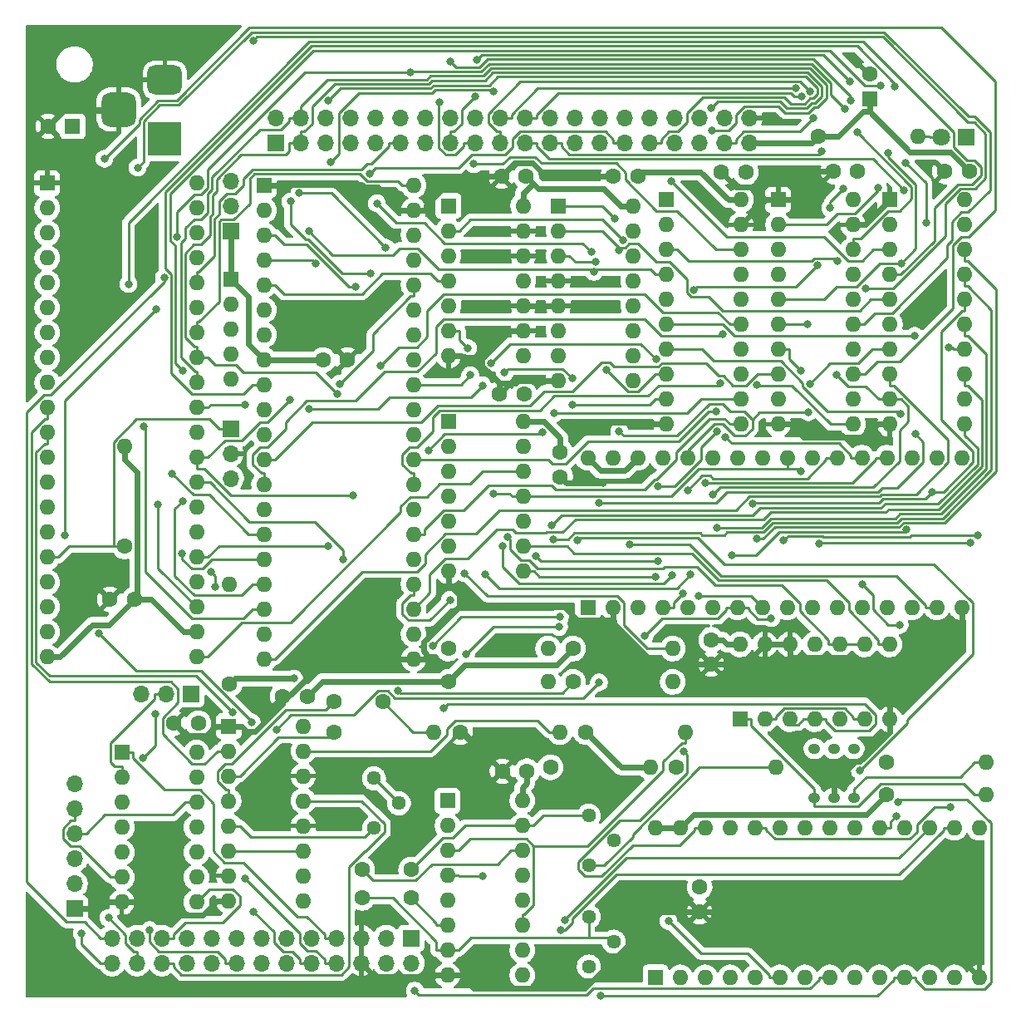
<source format=gtl>
G04 #@! TF.GenerationSoftware,KiCad,Pcbnew,9.0.0*
G04 #@! TF.CreationDate,2025-04-04T21:25:26+09:00*
G04 #@! TF.ProjectId,K68-CPUB,4b36382d-4350-4554-922e-6b696361645f,rev?*
G04 #@! TF.SameCoordinates,PX5f5e100PY8f0d180*
G04 #@! TF.FileFunction,Copper,L1,Top*
G04 #@! TF.FilePolarity,Positive*
%FSLAX46Y46*%
G04 Gerber Fmt 4.6, Leading zero omitted, Abs format (unit mm)*
G04 Created by KiCad (PCBNEW 9.0.0) date 2025-04-04 21:25:26*
%MOMM*%
%LPD*%
G01*
G04 APERTURE LIST*
G04 Aperture macros list*
%AMRoundRect*
0 Rectangle with rounded corners*
0 $1 Rounding radius*
0 $2 $3 $4 $5 $6 $7 $8 $9 X,Y pos of 4 corners*
0 Add a 4 corners polygon primitive as box body*
4,1,4,$2,$3,$4,$5,$6,$7,$8,$9,$2,$3,0*
0 Add four circle primitives for the rounded corners*
1,1,$1+$1,$2,$3*
1,1,$1+$1,$4,$5*
1,1,$1+$1,$6,$7*
1,1,$1+$1,$8,$9*
0 Add four rect primitives between the rounded corners*
20,1,$1+$1,$2,$3,$4,$5,0*
20,1,$1+$1,$4,$5,$6,$7,0*
20,1,$1+$1,$6,$7,$8,$9,0*
20,1,$1+$1,$8,$9,$2,$3,0*%
G04 Aperture macros list end*
G04 #@! TA.AperFunction,ComponentPad*
%ADD10C,1.600000*%
G04 #@! TD*
G04 #@! TA.AperFunction,ComponentPad*
%ADD11R,1.600000X1.600000*%
G04 #@! TD*
G04 #@! TA.AperFunction,ComponentPad*
%ADD12R,1.700000X1.700000*%
G04 #@! TD*
G04 #@! TA.AperFunction,ComponentPad*
%ADD13O,1.700000X1.700000*%
G04 #@! TD*
G04 #@! TA.AperFunction,ComponentPad*
%ADD14O,1.600000X1.600000*%
G04 #@! TD*
G04 #@! TA.AperFunction,ComponentPad*
%ADD15C,1.440000*%
G04 #@! TD*
G04 #@! TA.AperFunction,ComponentPad*
%ADD16O,1.200000X1.100000*%
G04 #@! TD*
G04 #@! TA.AperFunction,ComponentPad*
%ADD17R,1.800000X1.800000*%
G04 #@! TD*
G04 #@! TA.AperFunction,ComponentPad*
%ADD18C,1.800000*%
G04 #@! TD*
G04 #@! TA.AperFunction,ComponentPad*
%ADD19R,3.500000X3.500000*%
G04 #@! TD*
G04 #@! TA.AperFunction,ComponentPad*
%ADD20RoundRect,0.750000X-1.000000X0.750000X-1.000000X-0.750000X1.000000X-0.750000X1.000000X0.750000X0*%
G04 #@! TD*
G04 #@! TA.AperFunction,ComponentPad*
%ADD21RoundRect,0.875000X-0.875000X0.875000X-0.875000X-0.875000X0.875000X-0.875000X0.875000X0.875000X0*%
G04 #@! TD*
G04 #@! TA.AperFunction,ViaPad*
%ADD22C,0.800000*%
G04 #@! TD*
G04 #@! TA.AperFunction,Conductor*
%ADD23C,0.250000*%
G04 #@! TD*
G04 #@! TA.AperFunction,Conductor*
%ADD24C,0.600000*%
G04 #@! TD*
G04 APERTURE END LIST*
D10*
X34800000Y13500000D03*
X39800000Y13500000D03*
X49100000Y23500000D03*
X51600000Y23500000D03*
X70400000Y34400000D03*
X70400000Y36900000D03*
X34800000Y10600000D03*
X39800000Y10600000D03*
X33300000Y65400000D03*
X30800000Y65400000D03*
X15600000Y28400000D03*
X18100000Y28400000D03*
X31900000Y30600000D03*
X36900000Y30600000D03*
X26700000Y31100000D03*
X29200000Y31100000D03*
X9100000Y41000000D03*
X11600000Y41000000D03*
X69200000Y9200000D03*
X69200000Y11700000D03*
D11*
X86500000Y92000000D03*
D10*
X86500000Y94500000D03*
X55000000Y53500000D03*
X55000000Y56000000D03*
D12*
X39800000Y6500000D03*
D13*
X39800000Y3960000D03*
X37260000Y6500000D03*
X37260000Y3960000D03*
X34720000Y6500000D03*
X34720000Y3960000D03*
X32180000Y6500000D03*
X32180000Y3960000D03*
X29640000Y6500000D03*
X29640000Y3960000D03*
X27100000Y6500000D03*
X27100000Y3960000D03*
X24560000Y6500000D03*
X24560000Y3960000D03*
X22020000Y6500000D03*
X22020000Y3960000D03*
X19480000Y6500000D03*
X19480000Y3960000D03*
X16940000Y6500000D03*
X16940000Y3960000D03*
X14400000Y6500000D03*
X14400000Y3960000D03*
X11860000Y6500000D03*
X11860000Y3960000D03*
X9320000Y6500000D03*
X9320000Y3960000D03*
D12*
X5500000Y9500000D03*
D13*
X5500000Y12040000D03*
X5500000Y14580000D03*
X5500000Y17120000D03*
X5500000Y19660000D03*
X5500000Y22200000D03*
D10*
X57600000Y27500000D03*
D14*
X67760000Y27500000D03*
D10*
X66800000Y23900000D03*
D14*
X76960000Y23900000D03*
D10*
X54000000Y23900000D03*
D14*
X64160000Y23900000D03*
D10*
X88200000Y21100000D03*
D14*
X98360000Y21100000D03*
D10*
X88200000Y24400000D03*
D14*
X98360000Y24400000D03*
D10*
X43600000Y32600000D03*
D14*
X53760000Y32600000D03*
D10*
X43600000Y36000000D03*
D14*
X53760000Y36000000D03*
D10*
X56300000Y36000000D03*
D14*
X66460000Y36000000D03*
D10*
X56300000Y32600000D03*
D14*
X66460000Y32600000D03*
D10*
X31900000Y27500000D03*
D14*
X42060000Y27500000D03*
D10*
X44800000Y27500000D03*
D14*
X54960000Y27500000D03*
D10*
X21300000Y32400000D03*
D14*
X21300000Y42560000D03*
D11*
X21400000Y73600000D03*
D14*
X21400000Y71060000D03*
X21400000Y68520000D03*
X21400000Y65980000D03*
X21400000Y63440000D03*
D15*
X57900000Y13900000D03*
X60440000Y16440000D03*
X57900000Y18980000D03*
X57900000Y3600000D03*
X60440000Y6140000D03*
X57900000Y8680000D03*
X36000000Y17700000D03*
X38540000Y20240000D03*
X36000000Y22780000D03*
D11*
X43500000Y20500000D03*
D14*
X43500000Y17960000D03*
X43500000Y15420000D03*
X43500000Y12880000D03*
X43500000Y10340000D03*
X43500000Y7800000D03*
X43500000Y5260000D03*
X43500000Y2720000D03*
X51120000Y2720000D03*
X51120000Y5260000D03*
X51120000Y7800000D03*
X51120000Y10340000D03*
X51120000Y12880000D03*
X51120000Y15420000D03*
X51120000Y17960000D03*
X51120000Y20500000D03*
D11*
X73300000Y28800000D03*
D14*
X75840000Y28800000D03*
X78380000Y28800000D03*
X80920000Y28800000D03*
X83460000Y28800000D03*
X86000000Y28800000D03*
X88540000Y28800000D03*
X88540000Y36420000D03*
X86000000Y36420000D03*
X83460000Y36420000D03*
X80920000Y36420000D03*
X78380000Y36420000D03*
X75840000Y36420000D03*
X73300000Y36420000D03*
D11*
X43600000Y59100000D03*
D14*
X43600000Y56560000D03*
X43600000Y54020000D03*
X43600000Y51480000D03*
X43600000Y48940000D03*
X43600000Y46400000D03*
X43600000Y43860000D03*
X51220000Y43860000D03*
X51220000Y46400000D03*
X51220000Y48940000D03*
X51220000Y51480000D03*
X51220000Y54020000D03*
X51220000Y56560000D03*
X51220000Y59100000D03*
D11*
X10300000Y25400000D03*
D14*
X10300000Y22860000D03*
X10300000Y20320000D03*
X10300000Y17780000D03*
X10300000Y15240000D03*
X10300000Y12700000D03*
X10300000Y10160000D03*
X17920000Y10160000D03*
X17920000Y12700000D03*
X17920000Y15240000D03*
X17920000Y17780000D03*
X17920000Y20320000D03*
X17920000Y22860000D03*
X17920000Y25400000D03*
D11*
X21200000Y28100000D03*
D14*
X21200000Y25560000D03*
X21200000Y23020000D03*
X21200000Y20480000D03*
X21200000Y17940000D03*
X21200000Y15400000D03*
X21200000Y12860000D03*
X21200000Y10320000D03*
X28820000Y10320000D03*
X28820000Y12860000D03*
X28820000Y15400000D03*
X28820000Y17940000D03*
X28820000Y20480000D03*
X28820000Y23020000D03*
X28820000Y25560000D03*
X28820000Y28100000D03*
D11*
X64700000Y2500000D03*
D14*
X67240000Y2500000D03*
X69780000Y2500000D03*
X72320000Y2500000D03*
X74860000Y2500000D03*
X77400000Y2500000D03*
X79940000Y2500000D03*
X82480000Y2500000D03*
X85020000Y2500000D03*
X87560000Y2500000D03*
X90100000Y2500000D03*
X92640000Y2500000D03*
X95180000Y2500000D03*
X97720000Y2500000D03*
X97720000Y17740000D03*
X95180000Y17740000D03*
X92640000Y17740000D03*
X90100000Y17740000D03*
X87560000Y17740000D03*
X85020000Y17740000D03*
X82480000Y17740000D03*
X79940000Y17740000D03*
X77400000Y17740000D03*
X74860000Y17740000D03*
X72320000Y17740000D03*
X69780000Y17740000D03*
X67240000Y17740000D03*
X64700000Y17740000D03*
D11*
X57800000Y40200000D03*
D14*
X60340000Y40200000D03*
X62880000Y40200000D03*
X65420000Y40200000D03*
X67960000Y40200000D03*
X70500000Y40200000D03*
X73040000Y40200000D03*
X75580000Y40200000D03*
X78120000Y40200000D03*
X80660000Y40200000D03*
X83200000Y40200000D03*
X85740000Y40200000D03*
X88280000Y40200000D03*
X90820000Y40200000D03*
X93360000Y40200000D03*
X95900000Y40200000D03*
X95900000Y55440000D03*
X93360000Y55440000D03*
X90820000Y55440000D03*
X88280000Y55440000D03*
X85740000Y55440000D03*
X83200000Y55440000D03*
X80660000Y55440000D03*
X78120000Y55440000D03*
X75580000Y55440000D03*
X73040000Y55440000D03*
X70500000Y55440000D03*
X67960000Y55440000D03*
X65420000Y55440000D03*
X62880000Y55440000D03*
X60340000Y55440000D03*
X57800000Y55440000D03*
D16*
X80900000Y25800000D03*
X82900000Y25800000D03*
X84900000Y25800000D03*
X80900000Y20800000D03*
X82900000Y20800000D03*
X84900000Y20800000D03*
D11*
X24800000Y83200000D03*
D14*
X24800000Y80660000D03*
X24800000Y78120000D03*
X24800000Y75580000D03*
X24800000Y73040000D03*
X24800000Y70500000D03*
X24800000Y67960000D03*
X24800000Y65420000D03*
X24800000Y62880000D03*
X24800000Y60340000D03*
X24800000Y57800000D03*
X24800000Y55260000D03*
X24800000Y52720000D03*
X24800000Y50180000D03*
X24800000Y47640000D03*
X24800000Y45100000D03*
X24800000Y42560000D03*
X24800000Y40020000D03*
X24800000Y37480000D03*
X24800000Y34940000D03*
X40040000Y34940000D03*
X40040000Y37480000D03*
X40040000Y40020000D03*
X40040000Y42560000D03*
X40040000Y45100000D03*
X40040000Y47640000D03*
X40040000Y50180000D03*
X40040000Y52720000D03*
X40040000Y55260000D03*
X40040000Y57800000D03*
X40040000Y60340000D03*
X40040000Y62880000D03*
X40040000Y65420000D03*
X40040000Y67960000D03*
X40040000Y70500000D03*
X40040000Y73040000D03*
X40040000Y75580000D03*
X40040000Y78120000D03*
X40040000Y80660000D03*
X40040000Y83200000D03*
D12*
X26000000Y87500000D03*
D13*
X26000000Y90040000D03*
X28540000Y87500000D03*
X28540000Y90040000D03*
X31080000Y87500000D03*
X31080000Y90040000D03*
X33620000Y87500000D03*
X33620000Y90040000D03*
X36160000Y87500000D03*
X36160000Y90040000D03*
X38700000Y87500000D03*
X38700000Y90040000D03*
X41240000Y87500000D03*
X41240000Y90040000D03*
X43780000Y87500000D03*
X43780000Y90040000D03*
X46320000Y87500000D03*
X46320000Y90040000D03*
X48860000Y87500000D03*
X48860000Y90040000D03*
X51400000Y87500000D03*
X51400000Y90040000D03*
X53940000Y87500000D03*
X53940000Y90040000D03*
X56480000Y87500000D03*
X56480000Y90040000D03*
X59020000Y87500000D03*
X59020000Y90040000D03*
X61560000Y87500000D03*
X61560000Y90040000D03*
X64100000Y87500000D03*
X64100000Y90040000D03*
X66640000Y87500000D03*
X66640000Y90040000D03*
X69180000Y87500000D03*
X69180000Y90040000D03*
X71720000Y87500000D03*
X71720000Y90040000D03*
X74260000Y87500000D03*
X74260000Y90040000D03*
D11*
X88600000Y81700000D03*
D14*
X88600000Y79160000D03*
X88600000Y76620000D03*
X88600000Y74080000D03*
X88600000Y71540000D03*
X88600000Y69000000D03*
X88600000Y66460000D03*
X88600000Y63920000D03*
X88600000Y61380000D03*
X88600000Y58840000D03*
X96220000Y58840000D03*
X96220000Y61380000D03*
X96220000Y63920000D03*
X96220000Y66460000D03*
X96220000Y69000000D03*
X96220000Y71540000D03*
X96220000Y74080000D03*
X96220000Y76620000D03*
X96220000Y79160000D03*
X96220000Y81700000D03*
D11*
X43600000Y81100000D03*
D14*
X43600000Y78560000D03*
X43600000Y76020000D03*
X43600000Y73480000D03*
X43600000Y70940000D03*
X43600000Y68400000D03*
X43600000Y65860000D03*
X51220000Y65860000D03*
X51220000Y68400000D03*
X51220000Y70940000D03*
X51220000Y73480000D03*
X51220000Y76020000D03*
X51220000Y78560000D03*
X51220000Y81100000D03*
D11*
X54800000Y81100000D03*
D14*
X54800000Y78560000D03*
X54800000Y76020000D03*
X54800000Y73480000D03*
X54800000Y70940000D03*
X54800000Y68400000D03*
X54800000Y65860000D03*
X54800000Y63320000D03*
X62420000Y63320000D03*
X62420000Y65860000D03*
X62420000Y68400000D03*
X62420000Y70940000D03*
X62420000Y73480000D03*
X62420000Y76020000D03*
X62420000Y78560000D03*
X62420000Y81100000D03*
D11*
X65800000Y81700000D03*
D14*
X65800000Y79160000D03*
X65800000Y76620000D03*
X65800000Y74080000D03*
X65800000Y71540000D03*
X65800000Y69000000D03*
X65800000Y66460000D03*
X65800000Y63920000D03*
X65800000Y61380000D03*
X65800000Y58840000D03*
X73420000Y58840000D03*
X73420000Y61380000D03*
X73420000Y63920000D03*
X73420000Y66460000D03*
X73420000Y69000000D03*
X73420000Y71540000D03*
X73420000Y74080000D03*
X73420000Y76620000D03*
X73420000Y79160000D03*
X73420000Y81700000D03*
D10*
X49000000Y84100000D03*
X51500000Y84100000D03*
X60400000Y84100000D03*
X62900000Y84100000D03*
X71400000Y84500000D03*
X73900000Y84500000D03*
X82800000Y84600000D03*
X85300000Y84600000D03*
X94200000Y84600000D03*
X96700000Y84600000D03*
D11*
X77200000Y81700000D03*
D14*
X77200000Y79160000D03*
X77200000Y76620000D03*
X77200000Y74080000D03*
X77200000Y71540000D03*
X77200000Y69000000D03*
X77200000Y66460000D03*
X77200000Y63920000D03*
X77200000Y61380000D03*
X77200000Y58840000D03*
X84820000Y58840000D03*
X84820000Y61380000D03*
X84820000Y63920000D03*
X84820000Y66460000D03*
X84820000Y69000000D03*
X84820000Y71540000D03*
X84820000Y74080000D03*
X84820000Y76620000D03*
X84820000Y79160000D03*
X84820000Y81700000D03*
D11*
X5300000Y89200000D03*
D10*
X2800000Y89200000D03*
D17*
X96400000Y88100000D03*
D18*
X93860000Y88100000D03*
D19*
X14700000Y87900000D03*
D20*
X14700000Y93900000D03*
D21*
X10000000Y90900000D03*
D10*
X81300000Y88200000D03*
D14*
X91460000Y88200000D03*
D12*
X21400000Y78500000D03*
D13*
X21400000Y81040000D03*
X21400000Y83580000D03*
D11*
X2700000Y83400000D03*
D14*
X2700000Y80860000D03*
X2700000Y78320000D03*
X2700000Y75780000D03*
X2700000Y73240000D03*
X2700000Y70700000D03*
X2700000Y68160000D03*
X2700000Y65620000D03*
X2700000Y63080000D03*
X2700000Y60540000D03*
X2700000Y58000000D03*
X2700000Y55460000D03*
X2700000Y52920000D03*
X2700000Y50380000D03*
X2700000Y47840000D03*
X2700000Y45300000D03*
X2700000Y42760000D03*
X2700000Y40220000D03*
X2700000Y37680000D03*
X2700000Y35140000D03*
X17940000Y35140000D03*
X17940000Y37680000D03*
X17940000Y40220000D03*
X17940000Y42760000D03*
X17940000Y45300000D03*
X17940000Y47840000D03*
X17940000Y50380000D03*
X17940000Y52920000D03*
X17940000Y55460000D03*
X17940000Y58000000D03*
X17940000Y60540000D03*
X17940000Y63080000D03*
X17940000Y65620000D03*
X17940000Y68160000D03*
X17940000Y70700000D03*
X17940000Y73240000D03*
X17940000Y75780000D03*
X17940000Y78320000D03*
X17940000Y80860000D03*
X17940000Y83400000D03*
D10*
X48800000Y61900000D03*
X51300000Y61900000D03*
X10600000Y46400000D03*
D14*
X10600000Y56560000D03*
D12*
X21400000Y58400000D03*
D13*
X21400000Y55860000D03*
X21400000Y53320000D03*
D12*
X17380000Y31400000D03*
D13*
X14840000Y31400000D03*
X12300000Y31400000D03*
D22*
X27866600Y32935900D03*
X56062600Y58786500D03*
X36500000Y40500000D03*
X2000000Y98000000D03*
X59357900Y52885000D03*
X92000000Y71000000D03*
X7500000Y82000000D03*
X6229900Y6999000D03*
X14626700Y73820700D03*
X8967200Y8562600D03*
X4486400Y47560300D03*
X13801300Y70604500D03*
X13713400Y29350500D03*
X12443500Y24845000D03*
X13130000Y7317800D03*
X23549300Y28483900D03*
X7973800Y37516200D03*
X23729200Y9220200D03*
X21569700Y29515200D03*
X19430400Y43794000D03*
X19834800Y42306100D03*
X22865200Y12579200D03*
X80796100Y90075300D03*
X13975500Y50689500D03*
X61386200Y77612000D03*
X56727300Y47032500D03*
X85525300Y23601000D03*
X31349800Y91775000D03*
X43093000Y29923700D03*
X35585400Y84368800D03*
X30088100Y75192000D03*
X49640700Y47392800D03*
X31318100Y46456300D03*
X38480000Y31700300D03*
X32498800Y62960400D03*
X47082000Y12847000D03*
X41566500Y56200100D03*
X53144100Y58032000D03*
X54340900Y59979400D03*
X64691900Y43328900D03*
X35668700Y74194900D03*
X27495400Y81534800D03*
X37206700Y76828100D03*
X28416300Y82383400D03*
X48162900Y51759300D03*
X79534700Y54031800D03*
X34095200Y72847200D03*
X45225500Y43675700D03*
X26080100Y27763200D03*
X58946800Y50797400D03*
X58946800Y32554900D03*
X91208200Y57839700D03*
X12502500Y58644200D03*
X10986800Y73127900D03*
X64948500Y52511600D03*
X70972100Y58139600D03*
X64948500Y44900100D03*
X52505800Y45405500D03*
X70882900Y60162600D03*
X89120000Y93264000D03*
X87377300Y82957700D03*
X45380100Y35424600D03*
X54250900Y47129900D03*
X54870300Y38201200D03*
X71312600Y63048100D03*
X77736600Y46986800D03*
X79601100Y92204600D03*
X97585600Y47555700D03*
X94559700Y66634400D03*
X96804500Y46739200D03*
X90032600Y82712500D03*
X81390900Y46695500D03*
X79038100Y93056200D03*
X92904000Y51952100D03*
X74603700Y50764300D03*
X94743800Y19845700D03*
X80479400Y92757400D03*
X75012900Y47155200D03*
X88376400Y86498900D03*
X84477300Y93776200D03*
X46465700Y95952800D03*
X72457800Y45522500D03*
X42663900Y91620400D03*
X89738500Y75218100D03*
X90308800Y48094200D03*
X63601900Y37283500D03*
X79506900Y64263200D03*
X76503300Y39095200D03*
X32245200Y61960200D03*
X59149700Y636200D03*
X89417600Y20332600D03*
X70411800Y91041500D03*
X66016400Y8253900D03*
X46304700Y92198600D03*
X69105400Y41325100D03*
X70450000Y88770000D03*
X83237500Y75505500D03*
X62112000Y46590500D03*
X58406700Y74364300D03*
X22860400Y60855300D03*
X29350700Y78496100D03*
X40169500Y1152600D03*
X81180300Y75017500D03*
X68603300Y72518300D03*
X90212100Y85484400D03*
X92279200Y79385200D03*
X83994700Y90967000D03*
X39752100Y94711300D03*
X83853100Y82856900D03*
X82511800Y80865000D03*
X15940200Y77935400D03*
X55067000Y7346800D03*
X91104900Y67846500D03*
X27443100Y61372800D03*
X33886900Y51582700D03*
X84553900Y91849800D03*
X43809600Y95805400D03*
X85239800Y88583800D03*
X89690500Y59905600D03*
X55466700Y8365000D03*
X32892100Y45062100D03*
X36312900Y81337800D03*
X69736600Y52841200D03*
X58191300Y76379700D03*
X59739800Y64391400D03*
X89257400Y18954800D03*
X47059500Y62797900D03*
X56229800Y63530500D03*
X29414500Y60381100D03*
X71794000Y57547000D03*
X89586300Y38400700D03*
X49327500Y64113600D03*
X85773200Y42559100D03*
X56265900Y60830500D03*
X66299600Y83576100D03*
X58619800Y75381400D03*
X61009400Y76574500D03*
X80420300Y62951400D03*
X61013700Y58124300D03*
X80265300Y60081900D03*
X60523600Y79824100D03*
X67556700Y25515400D03*
X83182000Y63875600D03*
X70568200Y51664500D03*
X67511900Y41612800D03*
X81653700Y86638900D03*
X45604200Y66576700D03*
X67957700Y52095500D03*
X66357400Y43444800D03*
X49155700Y46410400D03*
X80218400Y69000000D03*
X46195000Y85352800D03*
X15415200Y53842000D03*
X11921200Y84996500D03*
X86077900Y72712500D03*
X23697400Y97951800D03*
X16472800Y45712400D03*
X45829900Y63841200D03*
X64747500Y65487300D03*
X47935500Y65097200D03*
X41980100Y36301200D03*
X54117300Y48587700D03*
X54976000Y39208500D03*
X43756700Y40965800D03*
X70994100Y48330500D03*
X47338100Y43579900D03*
X68279600Y43566700D03*
X31578200Y85544700D03*
X48170300Y92719700D03*
X8541300Y85895400D03*
X36713200Y64844500D03*
X71538000Y67992500D03*
X75050800Y62865000D03*
X87625100Y93350700D03*
X16481800Y64339700D03*
X16481800Y50987600D03*
D23*
X40267300Y12358900D02*
X41913600Y14005200D01*
X34800000Y13500000D02*
X35941100Y12358900D01*
X41913600Y14005200D02*
X48580100Y14005200D01*
X35941100Y12358900D02*
X40267300Y12358900D01*
X51120000Y15420000D02*
X49994900Y15420000D01*
X48580100Y14005200D02*
X49994900Y15420000D01*
X51120000Y17960000D02*
X52245100Y17960000D01*
X53265100Y18980000D02*
X57900000Y18980000D01*
X51120000Y17960000D02*
X45308200Y17960000D01*
X52245100Y17960000D02*
X53265100Y18980000D01*
X42990000Y16690000D02*
X39800000Y13500000D01*
X45308200Y17960000D02*
X44038200Y16690000D01*
X44038200Y16690000D02*
X42990000Y16690000D01*
D24*
X23188000Y71812000D02*
X21400000Y73600000D01*
X52210000Y83390100D02*
X51220000Y82400100D01*
X11600000Y41000000D02*
X9016300Y38416300D01*
X73420000Y81700000D02*
X72119900Y81700000D01*
X86500000Y90699900D02*
X90616900Y86583000D01*
X52210000Y83390100D02*
X51500000Y84100000D01*
X11600000Y41000000D02*
X13319900Y41000000D01*
X51120000Y20500000D02*
X51120000Y21800100D01*
X68585600Y19085600D02*
X86185600Y19085600D01*
X45235000Y34300000D02*
X43600000Y32665000D01*
X55000000Y56000000D02*
X55000000Y57449100D01*
X24800000Y65420000D02*
X26100100Y65420000D01*
X11903400Y53956500D02*
X11903400Y41303400D01*
X30800000Y65400000D02*
X26120100Y65400000D01*
X59419900Y82800000D02*
X61119900Y81100000D01*
X54600000Y34300000D02*
X45235000Y34300000D01*
X23188000Y67032000D02*
X23188000Y71812000D01*
X11903400Y41303400D02*
X11600000Y41000000D01*
X51220000Y59100000D02*
X52520100Y59100000D01*
X63321000Y84521000D02*
X62900000Y84100000D01*
X51220000Y81100000D02*
X51220000Y82400100D01*
X80600000Y87500000D02*
X81300000Y88200000D01*
X64160000Y23900000D02*
X62859900Y23900000D01*
X10600000Y56560000D02*
X10600000Y55259900D01*
X71519900Y36900000D02*
X71999900Y36420000D01*
X21835900Y32935900D02*
X21300000Y32400000D01*
X59109100Y54130900D02*
X61570900Y54130900D01*
X17940000Y37680000D02*
X16639900Y37680000D01*
X61200000Y23900000D02*
X62859900Y23900000D01*
X86185600Y19085600D02*
X88200000Y21100000D01*
X52210000Y83390100D02*
X52800000Y82800000D01*
X86500000Y90699900D02*
X85841800Y90699900D01*
X21400000Y73600000D02*
X21400000Y78500000D01*
X9016300Y38416300D02*
X7276400Y38416300D01*
X57600000Y27500000D02*
X61200000Y23900000D01*
X86500000Y92000000D02*
X86500000Y90699900D01*
X96697800Y84600000D02*
X96700000Y84600000D01*
X75610100Y87500000D02*
X80600000Y87500000D01*
X67240000Y17740000D02*
X64700000Y17740000D01*
X2700000Y35140000D02*
X4000100Y35140000D01*
X13319900Y41000000D02*
X16639900Y37680000D01*
X70400000Y36900000D02*
X71519900Y36900000D01*
X30765000Y32665000D02*
X29200000Y31100000D01*
X56300000Y36000000D02*
X54600000Y34300000D01*
X52800000Y82800000D02*
X59419900Y82800000D01*
X69298900Y84521000D02*
X63321000Y84521000D01*
X73300000Y36420000D02*
X71999900Y36420000D01*
X85841800Y90699900D02*
X83341900Y88200000D01*
X57800000Y55440000D02*
X59109100Y54130900D01*
X74260000Y87500000D02*
X75610100Y87500000D01*
X27866600Y32935900D02*
X21835900Y32935900D01*
X43600000Y32665000D02*
X43600000Y32600000D01*
X72119900Y81700000D02*
X69298900Y84521000D01*
X83341900Y88200000D02*
X81300000Y88200000D01*
X24800000Y65420000D02*
X23188000Y67032000D01*
X51600000Y22280100D02*
X51600000Y23500000D01*
X26120100Y65400000D02*
X26100100Y65420000D01*
X10600000Y55259900D02*
X11903400Y53956500D01*
X90616900Y86583000D02*
X94714800Y86583000D01*
X7276400Y38416300D02*
X4000100Y35140000D01*
X94714800Y86583000D02*
X96697800Y84600000D01*
X43600000Y32665000D02*
X30765000Y32665000D01*
X55000000Y57449100D02*
X53349100Y59100000D01*
X61570900Y54130900D02*
X62880000Y55440000D01*
X67240000Y17740000D02*
X68585600Y19085600D01*
X62420000Y81100000D02*
X61119900Y81100000D01*
X51120000Y21800100D02*
X51600000Y22280100D01*
X53349100Y59100000D02*
X52520100Y59100000D01*
X73420000Y79160000D02*
X75899900Y81639900D01*
X64307100Y59032800D02*
X56308900Y59032800D01*
X26700000Y31100000D02*
X27303600Y31100000D01*
X47660300Y64197100D02*
X48800000Y63057400D01*
X35026100Y83018600D02*
X36381300Y83018600D01*
X44900100Y65860000D02*
X45049200Y65710900D01*
X26201800Y83301700D02*
X34743000Y83301700D01*
X21200000Y28100000D02*
X22500100Y28100000D01*
X45100000Y27500000D02*
X49100000Y23500000D01*
X15600000Y28400000D02*
X16907300Y27092700D01*
X74599800Y83000100D02*
X75899900Y81700000D01*
X72899900Y83000100D02*
X74599800Y83000100D01*
X2800000Y89200000D02*
X4399100Y90799100D01*
X95900000Y40200000D02*
X95900000Y38899900D01*
X23912100Y27565000D02*
X23035100Y27565000D01*
X49919900Y68400000D02*
X47188700Y65668800D01*
X88282900Y31282800D02*
X84445800Y35119900D01*
X88282900Y30357200D02*
X88282900Y31282800D01*
X82800000Y84600000D02*
X81400100Y84600000D01*
X86120100Y79160000D02*
X86120100Y79220100D01*
X78500100Y58840000D02*
X79800300Y57539800D01*
X77200000Y81700000D02*
X78500100Y81700000D01*
X53499700Y84100000D02*
X52162800Y85436900D01*
X47035400Y65470000D02*
X47035400Y64724400D01*
X60340000Y38899900D02*
X56735700Y38899900D01*
X51220000Y70940000D02*
X54800000Y70940000D01*
X26100100Y83200000D02*
X26201800Y83301700D01*
X36084900Y2595100D02*
X42075000Y2595100D01*
X44684000Y41475900D02*
X43600000Y42559900D01*
X97720000Y2500000D02*
X91020000Y9200000D01*
X40040000Y80660000D02*
X41340100Y80660000D01*
X91020000Y9200000D02*
X69200000Y9200000D01*
X31143600Y34940000D02*
X40040000Y34940000D01*
X71400000Y84500000D02*
X72899900Y83000100D01*
X77200000Y81700000D02*
X75899900Y81700000D01*
X88540000Y28800000D02*
X88540000Y30100100D01*
X64499900Y58840000D02*
X64307100Y59032800D01*
X19899900Y10320000D02*
X19899900Y10238700D01*
X54800000Y63320000D02*
X53499900Y63320000D01*
X84820000Y79160000D02*
X86120100Y79160000D01*
X75899900Y81639900D02*
X75899900Y81700000D01*
X47188700Y65668800D02*
X47188700Y65668700D01*
X46139600Y1380500D02*
X44800100Y2720000D01*
X85999700Y57539800D02*
X87299900Y58840000D01*
X65282600Y9200000D02*
X57463100Y1380500D01*
X69200000Y9200000D02*
X65282600Y9200000D01*
X50336900Y85436900D02*
X49000000Y84100000D01*
X51220000Y68400000D02*
X49919900Y68400000D01*
X95900000Y38899900D02*
X88282900Y31282800D01*
X41066400Y36660400D02*
X41066400Y35736500D01*
X45197100Y65710900D02*
X45231400Y65676600D01*
X88540000Y28800000D02*
X88540000Y27499900D01*
X10300000Y10160000D02*
X11600100Y10160000D01*
X85097100Y24501100D02*
X82900000Y22304000D01*
X79800300Y57539800D02*
X85999700Y57539800D01*
X77200000Y58840000D02*
X78500100Y58840000D01*
X78380000Y36420000D02*
X78380000Y35119900D01*
X43600000Y43860000D02*
X43600000Y42559900D01*
X55615000Y52885000D02*
X59357900Y52885000D01*
X86120100Y79220100D02*
X88600000Y81700000D01*
X60340000Y38635900D02*
X64575900Y34400000D01*
X52162800Y85436900D02*
X50336900Y85436900D01*
X50763600Y63320000D02*
X53499900Y63320000D01*
X40040000Y34940000D02*
X41340100Y34940000D01*
X47180800Y65676600D02*
X47188700Y65668800D01*
X55000000Y53500000D02*
X55615000Y52885000D01*
X60340000Y40200000D02*
X60340000Y38899900D01*
X24800000Y83200000D02*
X26100100Y83200000D01*
X73820000Y34400000D02*
X75840000Y36420000D01*
X40040000Y80660000D02*
X38739900Y80660000D01*
X34743000Y83301700D02*
X35026100Y83018600D01*
X45049200Y65710900D02*
X45197100Y65710900D01*
X48800000Y63057400D02*
X50501000Y63057400D01*
X45231400Y65676600D02*
X47180800Y65676600D01*
X42075000Y2595100D02*
X42199900Y2720000D01*
X84445800Y35119900D02*
X78380000Y35119900D01*
X43500000Y2720000D02*
X42199900Y2720000D01*
X18892600Y27092700D02*
X19899900Y28100000D01*
X18518000Y8856800D02*
X12903300Y8856800D01*
X41066400Y35736500D02*
X41340100Y35462800D01*
X44800000Y27500000D02*
X45100000Y27500000D01*
X56308900Y59032800D02*
X56062600Y58786500D01*
X43500000Y2720000D02*
X44800100Y2720000D01*
X47188700Y65623300D02*
X47035400Y65470000D01*
X21200000Y28100000D02*
X19899900Y28100000D01*
X88540000Y30100100D02*
X88282900Y30357200D01*
X21200000Y10320000D02*
X19899900Y10320000D01*
X10300000Y10160000D02*
X7510100Y10160000D01*
X41340100Y81179400D02*
X44260700Y84100000D01*
X12903300Y8856800D02*
X11600100Y10160000D01*
X82900000Y20800000D02*
X82900000Y21850100D01*
X7510100Y10160000D02*
X6850100Y9500000D01*
X41340100Y80660000D02*
X41340100Y81179400D01*
X43600000Y65860000D02*
X44900100Y65860000D01*
X64575900Y34400000D02*
X70400000Y34400000D01*
X44684000Y40278000D02*
X41066400Y36660400D01*
X85541200Y24501100D02*
X85097100Y24501100D01*
X4399100Y90799100D02*
X9899100Y90799100D01*
X60400000Y84100000D02*
X53499700Y84100000D01*
X44684000Y40278000D02*
X44684000Y41475900D01*
X47562700Y64197100D02*
X47660300Y64197100D01*
X50501000Y63057400D02*
X50763600Y63320000D01*
X65800000Y58840000D02*
X64499900Y58840000D01*
X27303600Y31100000D02*
X31143600Y34940000D01*
X57463100Y1380500D02*
X46139600Y1380500D01*
X26700000Y30352900D02*
X23912100Y27565000D01*
X56735700Y38899900D02*
X55357600Y40278000D01*
X75840000Y36420000D02*
X77079900Y36420000D01*
X88540000Y27499900D02*
X85541200Y24501100D01*
X78380000Y36420000D02*
X77079900Y36420000D01*
X47035400Y64724400D02*
X47562700Y64197100D01*
X23035100Y27565000D02*
X22500100Y28100000D01*
X26700000Y31100000D02*
X26700000Y30352900D01*
X9899100Y90799100D02*
X10000000Y90900000D01*
X82900000Y22304000D02*
X82900000Y21850100D01*
X16907300Y27092700D02*
X18892600Y27092700D01*
X48800000Y61900000D02*
X48800000Y63057400D01*
X60340000Y38899900D02*
X60340000Y38635900D01*
X5500000Y9500000D02*
X6850100Y9500000D01*
X34720000Y3960000D02*
X36084900Y2595100D01*
X36381300Y83018600D02*
X38739900Y80660000D01*
X88600000Y58840000D02*
X87299900Y58840000D01*
X47188700Y65668700D02*
X47188700Y65623300D01*
X19899900Y10238700D02*
X18518000Y8856800D01*
X70400000Y34400000D02*
X73820000Y34400000D01*
X44260700Y84100000D02*
X49000000Y84100000D01*
X41340100Y35462800D02*
X41340100Y34940000D01*
X55357600Y40278000D02*
X44684000Y40278000D01*
X81400100Y84600000D02*
X78500100Y81700000D01*
D23*
X42374900Y8025100D02*
X42374900Y7800000D01*
X43500000Y7800000D02*
X42374900Y7800000D01*
X39800000Y10600000D02*
X42374900Y8025100D01*
X44625100Y5260000D02*
X45895100Y6530000D01*
X60050000Y6530000D02*
X57900000Y6530000D01*
X60440000Y6140000D02*
X60050000Y6530000D01*
X43500000Y5260000D02*
X42374900Y5260000D01*
X45895100Y6530000D02*
X57900000Y6530000D01*
X42374900Y6138000D02*
X42374900Y5260000D01*
X34800000Y10600000D02*
X37912900Y10600000D01*
X43500000Y5260000D02*
X44625100Y5260000D01*
X57900000Y8680000D02*
X57900000Y6530000D01*
X37912900Y10600000D02*
X42374900Y6138000D01*
X36000000Y22780000D02*
X38540000Y20240000D01*
X40000000Y27500000D02*
X40934900Y27500000D01*
X36900000Y30600000D02*
X40000000Y27500000D01*
X42060000Y27500000D02*
X40934900Y27500000D01*
X27025400Y29771900D02*
X21543500Y24290000D01*
X21543500Y24290000D02*
X20854900Y24290000D01*
X20061300Y22510600D02*
X20966800Y21605100D01*
X20966800Y21605100D02*
X21200000Y21605100D01*
X21200000Y20480000D02*
X21200000Y21605100D01*
X31071900Y29771900D02*
X27025400Y29771900D01*
X31900000Y30600000D02*
X31071900Y29771900D01*
X20854900Y24290000D02*
X20061300Y23496400D01*
X20061300Y23496400D02*
X20061300Y22510600D01*
X6229900Y5875000D02*
X6229900Y6999000D01*
X8144900Y3960000D02*
X6229900Y5875000D01*
X9320000Y3960000D02*
X8144900Y3960000D01*
X9320000Y6500000D02*
X8144900Y6500000D01*
X14626700Y73394400D02*
X14626700Y73820700D01*
X6493600Y8151300D02*
X4686400Y8151300D01*
X622100Y60088300D02*
X2343800Y61810000D01*
X3042300Y61810000D02*
X14626700Y73394400D01*
X8144900Y6500000D02*
X6493600Y8151300D01*
X2343800Y61810000D02*
X3042300Y61810000D01*
X622100Y12215600D02*
X622100Y60088300D01*
X4686400Y8151300D02*
X622100Y12215600D01*
X11860000Y3960000D02*
X11860000Y5135100D01*
X11492700Y5135100D02*
X10684900Y5942900D01*
X10684900Y6844900D02*
X8967200Y8562600D01*
X11860000Y5135100D02*
X11492700Y5135100D01*
X10684900Y5942900D02*
X10684900Y6844900D01*
X4486400Y61289600D02*
X13801300Y70604500D01*
X4486400Y47560300D02*
X4486400Y61289600D01*
X35080500Y15392100D02*
X35189300Y15392100D01*
X32673200Y2779800D02*
X33450000Y3556600D01*
X33450000Y13761600D02*
X35080500Y15392100D01*
X34746800Y20480000D02*
X28820000Y20480000D01*
X35189300Y15392100D02*
X37089200Y17292000D01*
X15575100Y3960000D02*
X15575100Y3594700D01*
X15575100Y3594700D02*
X16390000Y2779800D01*
X37089200Y17292000D02*
X37089200Y18137600D01*
X14400000Y3960000D02*
X15575100Y3960000D01*
X16390000Y2779800D02*
X32673200Y2779800D01*
X37089200Y18137600D02*
X34746800Y20480000D01*
X33450000Y3556600D02*
X33450000Y13761600D01*
X19243600Y11483600D02*
X21638300Y11483600D01*
X22325200Y9848300D02*
X20582000Y8105100D01*
X17920000Y10160000D02*
X19243600Y11483600D01*
X14400000Y6500000D02*
X15575100Y6500000D01*
X15575100Y6865300D02*
X15575100Y6500000D01*
X16814900Y8105100D02*
X15575100Y6865300D01*
X22325200Y10796700D02*
X22325200Y9848300D01*
X21638300Y11483600D02*
X22325200Y10796700D01*
X20582000Y8105100D02*
X16814900Y8105100D01*
X19255600Y59369300D02*
X11799700Y59369300D01*
X13713400Y26114900D02*
X13713400Y29350500D01*
X4925100Y46400000D02*
X3825100Y45300000D01*
X10600000Y46400000D02*
X9459700Y46400000D01*
X12443500Y24845000D02*
X13713400Y26114900D01*
X21400000Y58400000D02*
X20224900Y58400000D01*
X11799700Y59369300D02*
X9459700Y57029300D01*
X2700000Y45300000D02*
X3825100Y45300000D01*
X9459700Y57029300D02*
X9459700Y46400000D01*
X9459700Y46400000D02*
X4925100Y46400000D01*
X20224900Y58400000D02*
X19255600Y59369300D01*
X20037100Y5135100D02*
X14100000Y5135100D01*
X20844900Y3960000D02*
X20844900Y4327300D01*
X20844900Y4327300D02*
X20037100Y5135100D01*
X22020000Y3960000D02*
X20844900Y3960000D01*
X14100000Y5135100D02*
X13130000Y6105100D01*
X13130000Y6105100D02*
X13130000Y7317800D01*
X21857500Y30240300D02*
X18364600Y33733200D01*
X23549300Y28561100D02*
X21870100Y30240300D01*
X11756800Y33733200D02*
X7973800Y37516200D01*
X21870100Y30240300D02*
X21857500Y30240300D01*
X23549300Y28483900D02*
X23549300Y28561100D01*
X18364600Y33733200D02*
X11756800Y33733200D01*
X21569700Y29515200D02*
X17899000Y33185900D01*
X1573400Y55981500D02*
X2466800Y56874900D01*
X17899000Y33185900D02*
X2988500Y33185900D01*
X29640000Y3960000D02*
X28464900Y3960000D01*
X1573400Y34601000D02*
X1573400Y55981500D01*
X28464900Y4327300D02*
X27657100Y5135100D01*
X2466800Y56874900D02*
X2700000Y56874900D01*
X2988500Y33185900D02*
X1573400Y34601000D01*
X27657100Y5135100D02*
X26764000Y5135100D01*
X2700000Y58000000D02*
X2700000Y56874900D01*
X28464900Y3960000D02*
X28464900Y4327300D01*
X25830000Y7119400D02*
X23729200Y9220200D01*
X25830000Y6069100D02*
X25830000Y7119400D01*
X26764000Y5135100D02*
X25830000Y6069100D01*
X19834800Y43389600D02*
X19430400Y43794000D01*
X19834800Y42306100D02*
X19834800Y43389600D01*
X29209100Y5230000D02*
X28464800Y5974300D01*
X17473700Y24238600D02*
X14453300Y27259000D01*
X28464800Y6979600D02*
X22865200Y12579200D01*
X1123200Y58071300D02*
X2466800Y59414900D01*
X30100100Y5230000D02*
X29209100Y5230000D01*
X16048200Y31896800D02*
X15346900Y32598100D01*
X28464800Y5974300D02*
X28464800Y6979600D01*
X2700000Y60540000D02*
X2700000Y59414900D01*
X15346900Y32598100D02*
X2939600Y32598100D01*
X18753500Y24238600D02*
X17473700Y24238600D01*
X2466800Y59414900D02*
X2700000Y59414900D01*
X14453300Y27259000D02*
X14453300Y28915100D01*
X16048200Y30510000D02*
X16048200Y31896800D01*
X32180000Y3960000D02*
X31004900Y3960000D01*
X1123200Y34414500D02*
X1123200Y58071300D01*
X31004900Y3960000D02*
X31004900Y4325200D01*
X31004900Y4325200D02*
X30100100Y5230000D01*
X14453300Y28915100D02*
X16048200Y30510000D01*
X20074900Y25560000D02*
X18753500Y24238600D01*
X2939600Y32598100D02*
X1123200Y34414500D01*
X21200000Y25560000D02*
X20074900Y25560000D01*
X31004900Y6865200D02*
X31004900Y6500000D01*
X14673100Y21590000D02*
X18274100Y21590000D01*
X22725600Y14206400D02*
X28233400Y8698600D01*
X18274100Y21590000D02*
X19640000Y20224100D01*
X11425100Y24838000D02*
X14673100Y21590000D01*
X19640000Y20224100D02*
X19640000Y15338200D01*
X28233400Y8698600D02*
X29171500Y8698600D01*
X11425100Y25400000D02*
X11425100Y24838000D01*
X20771800Y14206400D02*
X22725600Y14206400D01*
X19640000Y15338200D02*
X20771800Y14206400D01*
X29171500Y8698600D02*
X31004900Y6865200D01*
X10300000Y25400000D02*
X11425100Y25400000D01*
X32180000Y6500000D02*
X31004900Y6500000D01*
X71720000Y87500000D02*
X72895100Y87500000D01*
X72895100Y87867300D02*
X73702900Y88675100D01*
X72895100Y87500000D02*
X72895100Y87867300D01*
X17940000Y40220000D02*
X13975500Y44184500D01*
X79395900Y88675100D02*
X80796100Y90075300D01*
X73702900Y88675100D02*
X79395900Y88675100D01*
X13975500Y44184500D02*
X13975500Y50689500D01*
X45850300Y79685200D02*
X59313000Y79685200D01*
X43600000Y78560000D02*
X44725100Y78560000D01*
X59313000Y79685200D02*
X61386200Y77612000D01*
X44725100Y78560000D02*
X45850300Y79685200D01*
X71707300Y44610800D02*
X69002500Y47315600D01*
X90355700Y28749900D02*
X97028500Y35422700D01*
X93099100Y44610800D02*
X71707300Y44610800D01*
X97028500Y40681400D02*
X93099100Y44610800D01*
X57010400Y47315600D02*
X56727300Y47032500D01*
X97028500Y35422700D02*
X97028500Y40681400D01*
X69002500Y47315600D02*
X57010400Y47315600D01*
X90355700Y28431400D02*
X90355700Y28749900D01*
X85525300Y23601000D02*
X90355700Y28431400D01*
X48615400Y94231500D02*
X80030800Y94231500D01*
X67910000Y90512600D02*
X67910000Y89609100D01*
X67910000Y89609100D02*
X66976000Y88675100D01*
X80454200Y92032200D02*
X79901500Y91479500D01*
X42073900Y93373800D02*
X47757700Y93373800D01*
X80779700Y92032200D02*
X80454200Y92032200D01*
X31349800Y91775000D02*
X32629500Y93054700D01*
X81204500Y92457000D02*
X80779700Y92032200D01*
X69539000Y92141600D02*
X67910000Y90512600D01*
X81204500Y93057800D02*
X81204500Y92457000D01*
X78509800Y91479500D02*
X77847700Y92141600D01*
X66976000Y88675100D02*
X66082900Y88675100D01*
X77847700Y92141600D02*
X69539000Y92141600D01*
X79901500Y91479500D02*
X78509800Y91479500D01*
X80030800Y94231500D02*
X81204500Y93057800D01*
X64100000Y87500000D02*
X65275100Y87500000D01*
X65275100Y87867300D02*
X65275100Y87500000D01*
X66082900Y88675100D02*
X65275100Y87867300D01*
X41754800Y93054700D02*
X42073900Y93373800D01*
X47757700Y93373800D02*
X48615400Y94231500D01*
X32629500Y93054700D02*
X41754800Y93054700D01*
X82045100Y28800000D02*
X82045100Y28566800D01*
X86497700Y27644500D02*
X87146700Y28293500D01*
X78380000Y28800000D02*
X78380000Y28237500D01*
X40040000Y83200000D02*
X38914900Y83200000D01*
X79232400Y28237500D02*
X79794900Y28800000D01*
X20224900Y71336900D02*
X20224900Y79490800D01*
X43551800Y30382500D02*
X43093000Y29923700D01*
X20409300Y79675200D02*
X21700600Y79675200D01*
X87146700Y28293500D02*
X87146700Y29247500D01*
X87146700Y29247500D02*
X86011700Y30382500D01*
X17940000Y68160000D02*
X17940000Y69285100D01*
X34593800Y84335000D02*
X35285100Y83643700D01*
X78380000Y28237500D02*
X79232400Y28237500D01*
X82967400Y27644500D02*
X86497700Y27644500D01*
X21700600Y79675200D02*
X23362800Y81337400D01*
X82045100Y28566800D02*
X82967400Y27644500D01*
X80920000Y28800000D02*
X82045100Y28800000D01*
X86011700Y30382500D02*
X43551800Y30382500D01*
X20224900Y79490800D02*
X20409300Y79675200D01*
X80920000Y28800000D02*
X79794900Y28800000D01*
X17940000Y69285100D02*
X18173100Y69285100D01*
X23839100Y84335000D02*
X34593800Y84335000D01*
X38471200Y83643700D02*
X38914900Y83200000D01*
X23362800Y83858700D02*
X23839100Y84335000D01*
X18173100Y69285100D02*
X20224900Y71336900D01*
X35285100Y83643700D02*
X38471200Y83643700D01*
X23362800Y81337400D02*
X23362800Y83858700D01*
X60384900Y87500000D02*
X60384900Y87867200D01*
X45960200Y86324800D02*
X44595500Y84960100D01*
X49346600Y86324800D02*
X45960200Y86324800D01*
X59576900Y88675200D02*
X50874300Y88675200D01*
X36176700Y84960100D02*
X35585400Y84368800D01*
X50130000Y87108200D02*
X49346600Y86324800D01*
X60384900Y87867200D02*
X59576900Y88675200D01*
X29700100Y75580000D02*
X30088100Y75192000D01*
X50874300Y88675200D02*
X50130000Y87930900D01*
X24800000Y75580000D02*
X25925100Y75580000D01*
X61560000Y87500000D02*
X60384900Y87500000D01*
X25925100Y75580000D02*
X29700100Y75580000D01*
X50130000Y87930900D02*
X50130000Y87108200D01*
X44595500Y84960100D02*
X36176700Y84960100D01*
X91460000Y88200000D02*
X92585100Y88200000D01*
X92685100Y88100000D02*
X92585100Y88200000D01*
X93860000Y88100000D02*
X92685100Y88100000D01*
X38742200Y50495100D02*
X38742200Y49886600D01*
X45799700Y52750000D02*
X42711600Y52750000D01*
X70761300Y42428800D02*
X68898100Y44292000D01*
X65607500Y44292000D02*
X65488600Y44173100D01*
X17940000Y35140000D02*
X19065100Y35140000D01*
X68898100Y44292000D02*
X65607500Y44292000D01*
X86000000Y36420000D02*
X83460000Y36420000D01*
X82334900Y36420000D02*
X82334900Y36850100D01*
X49920300Y47113200D02*
X49640700Y47392800D01*
X41411600Y51450000D02*
X39697100Y51450000D01*
X38742200Y49886600D02*
X27489300Y38633700D01*
X39697100Y51450000D02*
X38742200Y50495100D01*
X42711600Y52750000D02*
X41411600Y51450000D01*
X83460000Y36420000D02*
X82334900Y36420000D01*
X51823500Y45018300D02*
X50973200Y45018300D01*
X82334900Y36850100D02*
X79390000Y39795000D01*
X27489300Y38633700D02*
X22558800Y38633700D01*
X79390000Y39795000D02*
X79390000Y40620900D01*
X49920300Y46071200D02*
X49920300Y47113200D01*
X79390000Y40620900D02*
X77582100Y42428800D01*
X51220000Y54020000D02*
X47069700Y54020000D01*
X22558800Y38633700D02*
X19065100Y35140000D01*
X50973200Y45018300D02*
X49920300Y46071200D01*
X47069700Y54020000D02*
X45799700Y52750000D01*
X52668700Y44173100D02*
X51823500Y45018300D01*
X77582100Y42428800D02*
X70761300Y42428800D01*
X65488600Y44173100D02*
X52668700Y44173100D01*
X56300000Y32600000D02*
X55174800Y31474800D01*
X40040000Y73040000D02*
X40040000Y71914900D01*
X40040000Y71914900D02*
X39758700Y71914900D01*
X20221400Y46456300D02*
X31318100Y46456300D01*
X19065100Y45300000D02*
X20221400Y46456300D01*
X39758700Y71914900D02*
X35894400Y68050600D01*
X35894400Y66356000D02*
X32498800Y62960400D01*
X17940000Y45300000D02*
X19065100Y45300000D01*
X38705500Y31474800D02*
X38480000Y31700300D01*
X35894400Y68050600D02*
X35894400Y66356000D01*
X55174800Y31474800D02*
X38705500Y31474800D01*
X65480000Y23616400D02*
X57761400Y15897800D01*
X57761400Y15897800D02*
X52292600Y15897800D01*
X51348000Y8925100D02*
X51120000Y8925100D01*
X51120000Y7800000D02*
X51120000Y8925100D01*
X65480000Y24464100D02*
X65480000Y23616400D01*
X43500000Y15420000D02*
X44625100Y15420000D01*
X67390800Y26374900D02*
X65480000Y24464100D01*
X67760000Y26374900D02*
X67390800Y26374900D01*
X52292600Y15897800D02*
X52292600Y9869700D01*
X52292600Y9869700D02*
X51348000Y8925100D01*
X67760000Y27500000D02*
X67760000Y26374900D01*
X44625100Y15420000D02*
X45801000Y16595900D01*
X45801000Y16595900D02*
X51594500Y16595900D01*
X51594500Y16595900D02*
X52292600Y15897800D01*
X21200000Y23020000D02*
X22325100Y23020000D01*
X22325100Y23020000D02*
X26274400Y26969300D01*
X31369300Y26969300D02*
X31900000Y27500000D01*
X26274400Y26969300D02*
X31369300Y26969300D01*
X29945100Y25560000D02*
X41748700Y25560000D01*
X54960000Y27500000D02*
X53834900Y27500000D01*
X41748700Y25560000D02*
X43430000Y27241300D01*
X28820000Y25560000D02*
X29945100Y25560000D01*
X52702500Y28632400D02*
X53834900Y27500000D01*
X43430000Y27241300D02*
X43430000Y27792200D01*
X44270200Y28632400D02*
X52702500Y28632400D01*
X43430000Y27792200D02*
X44270200Y28632400D01*
X28820000Y15400000D02*
X21200000Y15400000D01*
X23466300Y16798800D02*
X22325100Y17940000D01*
X36000000Y17700000D02*
X35098800Y16798800D01*
X35098800Y16798800D02*
X23466300Y16798800D01*
X21200000Y17940000D02*
X22325100Y17940000D01*
X14840000Y31400000D02*
X13664900Y31400000D01*
X13664900Y30865300D02*
X13664900Y31400000D01*
X10300000Y23985100D02*
X9596800Y23985100D01*
X9596800Y23985100D02*
X9174800Y24407100D01*
X9174800Y26375200D02*
X13664900Y30865300D01*
X10300000Y22860000D02*
X10300000Y23985100D01*
X9174800Y24407100D02*
X9174800Y26375200D01*
X44658100Y12847000D02*
X44625100Y12880000D01*
X43500000Y12880000D02*
X44625100Y12880000D01*
X47082000Y12847000D02*
X44658100Y12847000D01*
X43196400Y57830000D02*
X41566500Y56200100D01*
X53144100Y58032000D02*
X52942100Y57830000D01*
X73420000Y61380000D02*
X69344300Y61380000D01*
X69344300Y61380000D02*
X67943700Y59979400D01*
X67943700Y59979400D02*
X54340900Y59979400D01*
X52942100Y57830000D02*
X43196400Y57830000D01*
X29288800Y77653600D02*
X32747500Y74194900D01*
X29050700Y77653600D02*
X29288800Y77653600D01*
X32747500Y74194900D02*
X35668700Y74194900D01*
X27495400Y79208900D02*
X29050700Y77653600D01*
X51220000Y43860000D02*
X52345100Y43860000D01*
X27495400Y81534800D02*
X27495400Y79208900D01*
X52345100Y43860000D02*
X52876200Y43328900D01*
X52876200Y43328900D02*
X64691900Y43328900D01*
X78120000Y54314900D02*
X79251600Y54314900D01*
X79251600Y54314900D02*
X79534700Y54031800D01*
X51220000Y51480000D02*
X52345100Y51480000D01*
X28416300Y82383400D02*
X31651400Y82383400D01*
X52394500Y51529400D02*
X66291200Y51529400D01*
X31651400Y82383400D02*
X37206700Y76828100D01*
X49815600Y51759300D02*
X50094900Y51480000D01*
X51220000Y51480000D02*
X50094900Y51480000D01*
X78120000Y55440000D02*
X78120000Y54314900D01*
X48162900Y51759300D02*
X49815600Y51759300D01*
X69076700Y54314900D02*
X78120000Y54314900D01*
X52345100Y51480000D02*
X52394500Y51529400D01*
X66291200Y51529400D02*
X69076700Y54314900D01*
X15524900Y19050000D02*
X16794900Y20320000D01*
X17920000Y20320000D02*
X16794900Y20320000D01*
X8605100Y19050000D02*
X15524900Y19050000D01*
X6675100Y17120000D02*
X8605100Y19050000D01*
X5500000Y17120000D02*
X6675100Y17120000D01*
X6024900Y15850000D02*
X9174900Y12700000D01*
X5132800Y18484900D02*
X4289900Y17642000D01*
X4289900Y17642000D02*
X4289900Y16660800D01*
X4289900Y16660800D02*
X5100700Y15850000D01*
X5500000Y19660000D02*
X5500000Y18484900D01*
X10300000Y12700000D02*
X9174900Y12700000D01*
X5100700Y15850000D02*
X6024900Y15850000D01*
X5500000Y18484900D02*
X5132800Y18484900D01*
X62370700Y17078600D02*
X69192100Y23900000D01*
X59455300Y13900000D02*
X62370700Y16815400D01*
X57900000Y13900000D02*
X59455300Y13900000D01*
X69192100Y23900000D02*
X76960000Y23900000D01*
X62370700Y16815400D02*
X62370700Y17078600D01*
X80900000Y20800000D02*
X80900000Y21675100D01*
X80900000Y20800000D02*
X80900000Y19924900D01*
X74425100Y28800000D02*
X74425100Y28150000D01*
X85364600Y19924900D02*
X87671000Y22231300D01*
X80900000Y19924900D02*
X85364600Y19924900D01*
X98360000Y21100000D02*
X97234900Y21100000D01*
X73300000Y28800000D02*
X74425100Y28800000D01*
X74425100Y28150000D02*
X80900000Y21675100D01*
X96103600Y22231300D02*
X97234900Y21100000D01*
X87671000Y22231300D02*
X96103600Y22231300D01*
X95771300Y22936400D02*
X86161300Y22936400D01*
X98360000Y24400000D02*
X97234900Y24400000D01*
X84900000Y20800000D02*
X84900000Y21675100D01*
X97234900Y24400000D02*
X95771300Y22936400D01*
X86161300Y22936400D02*
X84900000Y21675100D01*
X26841600Y77203500D02*
X29102300Y77203500D01*
X29102300Y77203500D02*
X33458600Y72847200D01*
X24800000Y78120000D02*
X25925100Y78120000D01*
X33458600Y72847200D02*
X34095200Y72847200D01*
X25925100Y78120000D02*
X26841600Y77203500D01*
X45225500Y43675700D02*
X47565500Y41335700D01*
X61465200Y40671700D02*
X61465200Y38394800D01*
X60801200Y41335700D02*
X61465200Y40671700D01*
X47565500Y41335700D02*
X60801200Y41335700D01*
X63860000Y36000000D02*
X65334900Y36000000D01*
X66460000Y36000000D02*
X65334900Y36000000D01*
X61465200Y38394800D02*
X63860000Y36000000D01*
X91208200Y57839700D02*
X91994600Y57053300D01*
X38151300Y30975200D02*
X57367100Y30975200D01*
X71992400Y51939500D02*
X70850300Y50797400D01*
X91994600Y54982900D02*
X89370100Y52358400D01*
X91994600Y57053300D02*
X91994600Y54982900D01*
X26080100Y27763200D02*
X27559100Y29242200D01*
X87371400Y51939500D02*
X71992400Y51939500D01*
X37396000Y31730500D02*
X38151300Y30975200D01*
X27559100Y29242200D02*
X33942400Y29242200D01*
X87790300Y52358400D02*
X87371400Y51939500D01*
X89370100Y52358400D02*
X87790300Y52358400D01*
X33942400Y29242200D02*
X36430700Y31730500D01*
X70850300Y50797400D02*
X58946800Y50797400D01*
X57367100Y30975200D02*
X58946800Y32554900D01*
X36430700Y31730500D02*
X37396000Y31730500D01*
X12730200Y43779900D02*
X17426200Y39083900D01*
X10986800Y79397100D02*
X10986800Y73127900D01*
X29426100Y97836400D02*
X10986800Y79397100D01*
X96456700Y85725200D02*
X95090200Y87091700D01*
X93110400Y80884500D02*
X95501200Y83275300D01*
X93110400Y77540100D02*
X93110400Y80884500D01*
X24800000Y40020000D02*
X23674900Y40020000D01*
X12730200Y58416500D02*
X12730200Y43779900D01*
X97891900Y85007700D02*
X97174400Y85725200D01*
X88600000Y74080000D02*
X89650300Y74080000D01*
X97174400Y85725200D02*
X96456700Y85725200D01*
X89650300Y74080000D02*
X93110400Y77540100D01*
X96990900Y83275300D02*
X97891900Y84176300D01*
X22738800Y39083900D02*
X23674900Y40020000D01*
X95090200Y88628400D02*
X85882200Y97836400D01*
X85882200Y97836400D02*
X29426100Y97836400D01*
X17426200Y39083900D02*
X22738800Y39083900D01*
X95501200Y83275300D02*
X96990900Y83275300D01*
X95090200Y87091700D02*
X95090200Y88628400D01*
X97891900Y84176300D02*
X97891900Y85007700D01*
X12502500Y58644200D02*
X12730200Y58416500D01*
X40411500Y43830000D02*
X34815100Y43830000D01*
X34815100Y43830000D02*
X25925100Y34940000D01*
X24800000Y34940000D02*
X25925100Y34940000D01*
X94527700Y54953800D02*
X91253000Y51679100D01*
X87557900Y51489400D02*
X74303500Y51489400D01*
X87747600Y51679100D02*
X87557900Y51489400D01*
X88600000Y62794900D02*
X88986300Y62794900D01*
X48788800Y50065300D02*
X46393500Y47670000D01*
X46393500Y47670000D02*
X43253200Y47670000D01*
X72879400Y50065300D02*
X48788800Y50065300D01*
X41208100Y45624900D02*
X41208100Y44626600D01*
X43253200Y47670000D02*
X41208100Y45624900D01*
X88600000Y63920000D02*
X88600000Y62794900D01*
X94527700Y57253500D02*
X94527700Y54953800D01*
X88986300Y62794900D02*
X94527700Y57253500D01*
X41208100Y44626600D02*
X40411500Y43830000D01*
X74303500Y51489400D02*
X72879400Y50065300D01*
X91253000Y51679100D02*
X87747600Y51679100D01*
X69374800Y56542300D02*
X70972100Y58139600D01*
X53011200Y44900100D02*
X64948500Y44900100D01*
X69374800Y55263100D02*
X69374800Y56542300D01*
X66623300Y52511600D02*
X69374800Y55263100D01*
X52505800Y45405500D02*
X53011200Y44900100D01*
X64948500Y52511600D02*
X66623300Y52511600D01*
X53760000Y55260000D02*
X54171200Y54848800D01*
X55584800Y54848800D02*
X57822900Y57086900D01*
X54171200Y54848800D02*
X55584800Y54848800D01*
X67038600Y57086900D02*
X70114300Y60162600D01*
X70114300Y60162600D02*
X70882900Y60162600D01*
X40040000Y55260000D02*
X41165100Y55260000D01*
X57822900Y57086900D02*
X67038600Y57086900D01*
X41165100Y55260000D02*
X53760000Y55260000D01*
X87377300Y82634700D02*
X87377300Y82957700D01*
X14724200Y82477600D02*
X29628800Y97382200D01*
X22740500Y61945600D02*
X17438500Y61945600D01*
X24800000Y62880000D02*
X23674900Y62880000D01*
X15351800Y64032300D02*
X15351800Y74121000D01*
X17438500Y61945600D02*
X15351800Y64032300D01*
X29628800Y97382200D02*
X85256000Y97382200D01*
X83237000Y80285200D02*
X85027800Y80285200D01*
X89120000Y93518200D02*
X89120000Y93264000D01*
X14724200Y74748600D02*
X14724200Y82477600D01*
X85027800Y80285200D02*
X87377300Y82634700D01*
X85256000Y97382200D02*
X89120000Y93518200D01*
X82111800Y79160000D02*
X83237000Y80285200D01*
X23674900Y62880000D02*
X22740500Y61945600D01*
X77200000Y79160000D02*
X82111800Y79160000D01*
X15351800Y74121000D02*
X14724200Y74748600D01*
X89794200Y49269500D02*
X89338700Y48814000D01*
X89338700Y48814000D02*
X76672100Y48814000D01*
X69286500Y47765700D02*
X56434900Y47765700D01*
X96501400Y72954900D02*
X98934600Y70521700D01*
X93985400Y49269500D02*
X89794200Y49269500D01*
X56434900Y47765700D02*
X55799100Y47129900D01*
X98934600Y70521700D02*
X98934600Y54218700D01*
X72006900Y47880400D02*
X71702700Y47576200D01*
X75738500Y47880400D02*
X72006900Y47880400D01*
X98934600Y54218700D02*
X93985400Y49269500D01*
X96220000Y74080000D02*
X96220000Y72954900D01*
X69476000Y47576200D02*
X69286500Y47765700D01*
X71702700Y47576200D02*
X69476000Y47576200D01*
X55799100Y47129900D02*
X54250900Y47129900D01*
X96220000Y72954900D02*
X96501400Y72954900D01*
X54870300Y38201200D02*
X54870300Y38201100D01*
X76672100Y48814000D02*
X75738500Y47880400D01*
X48156600Y38201100D02*
X45380100Y35424600D01*
X54870300Y38201100D02*
X48156600Y38201100D01*
X24800000Y55260000D02*
X25925100Y55260000D01*
X56254300Y62194800D02*
X59176000Y65116500D01*
X29735100Y59070000D02*
X40848500Y59070000D01*
X72601600Y62784600D02*
X73945100Y62784600D01*
X65338300Y65052600D02*
X69854400Y65052600D01*
X64977500Y64691800D02*
X65338300Y65052600D01*
X53374100Y62194800D02*
X56254300Y62194800D01*
X59176000Y65116500D02*
X60040200Y65116500D01*
X71133800Y63773200D02*
X71613000Y63773200D01*
X71613000Y63773200D02*
X72601600Y62784600D01*
X40848500Y59070000D02*
X42553300Y60774800D01*
X73945100Y62784600D02*
X75080500Y63920000D01*
X60040200Y65116500D02*
X60464900Y64691800D01*
X51954100Y60774800D02*
X53374100Y62194800D01*
X60464900Y64691800D02*
X64977500Y64691800D01*
X69854400Y65052600D02*
X71133800Y63773200D01*
X75080500Y63920000D02*
X77200000Y63920000D01*
X25925100Y55260000D02*
X29735100Y59070000D01*
X42553300Y60774800D02*
X51954100Y60774800D01*
X39806800Y53845100D02*
X40040000Y53845100D01*
X41979300Y59564100D02*
X41979300Y58077000D01*
X65044900Y62794800D02*
X63975500Y61725400D01*
X52939900Y60274900D02*
X42690100Y60274900D01*
X39673600Y56530000D02*
X38887300Y55743700D01*
X38887300Y55743700D02*
X38887300Y54764600D01*
X40432300Y56530000D02*
X39673600Y56530000D01*
X42690100Y60274900D02*
X41979300Y59564100D01*
X71312600Y63048100D02*
X71059300Y62794800D01*
X38887300Y54764600D02*
X39806800Y53845100D01*
X40040000Y52720000D02*
X40040000Y53845100D01*
X41979300Y58077000D02*
X40432300Y56530000D01*
X71059300Y62794800D02*
X65044900Y62794800D01*
X54390400Y61725400D02*
X52939900Y60274900D01*
X63975500Y61725400D02*
X54390400Y61725400D01*
X76965100Y29081300D02*
X77812100Y29928300D01*
X76965100Y28800000D02*
X76965100Y29081300D01*
X83979700Y29928300D02*
X84874900Y29033100D01*
X86000000Y28800000D02*
X84874900Y28800000D01*
X84874900Y29033100D02*
X84874900Y28800000D01*
X75840000Y28800000D02*
X76965100Y28800000D01*
X77812100Y29928300D02*
X83979700Y29928300D01*
X55694100Y46400000D02*
X56420900Y45673200D01*
X71146800Y42921300D02*
X82121200Y42921300D01*
X82121200Y42921300D02*
X84406400Y40636100D01*
X51220000Y46400000D02*
X52345100Y46400000D01*
X56420900Y45673200D02*
X68394900Y45673200D01*
X88540000Y36420000D02*
X87414900Y36420000D01*
X84406400Y40636100D02*
X84406400Y39887700D01*
X87414900Y36879200D02*
X87414900Y36420000D01*
X68394900Y45673200D02*
X71146800Y42921300D01*
X84406400Y39887700D02*
X87414900Y36879200D01*
X52345100Y46400000D02*
X55694100Y46400000D01*
X90795800Y47555700D02*
X90609200Y47369100D01*
X52575100Y90040000D02*
X52575100Y90370200D01*
X90609200Y47369100D02*
X81785900Y47369100D01*
X52575100Y90370200D02*
X54800800Y92595900D01*
X81785900Y47369100D02*
X81691300Y47463700D01*
X51400000Y90040000D02*
X52575100Y90040000D01*
X78213500Y47463700D02*
X77736600Y46986800D01*
X54800800Y92595900D02*
X78473000Y92595900D01*
X81691300Y47463700D02*
X78213500Y47463700D01*
X78473000Y92595900D02*
X78864300Y92204600D01*
X78864300Y92204600D02*
X79601100Y92204600D01*
X97585600Y47555700D02*
X90795800Y47555700D01*
X90032600Y82712500D02*
X86870300Y85874800D01*
X96220000Y66460000D02*
X95094900Y66460000D01*
X95094900Y66460000D02*
X94920500Y66634400D01*
X52575100Y87192300D02*
X52575100Y87500000D01*
X51400000Y87500000D02*
X52575100Y87500000D01*
X86870300Y85874800D02*
X53892600Y85874800D01*
X96804500Y46739200D02*
X81434600Y46739200D01*
X53892600Y85874800D02*
X52575100Y87192300D01*
X94920500Y66634400D02*
X94559700Y66634400D01*
X81434600Y46739200D02*
X81390900Y46695500D01*
X93132400Y19845700D02*
X91370000Y18083300D01*
X50035100Y90407200D02*
X52684100Y93056200D01*
X74860000Y17740000D02*
X75985100Y17740000D01*
X95938700Y70414900D02*
X93834500Y68310700D01*
X87514700Y50809600D02*
X74649000Y50809600D01*
X96220000Y70414900D02*
X95938700Y70414900D01*
X91370000Y18083300D02*
X91370000Y17350900D01*
X75985100Y17506800D02*
X75985100Y17740000D01*
X92904000Y51952100D02*
X92180900Y51229000D01*
X87934100Y51229000D02*
X87514700Y50809600D01*
X90630000Y16610900D02*
X76881000Y16610900D01*
X91370000Y17350900D02*
X90630000Y16610900D01*
X97056400Y54954300D02*
X94054200Y51952100D01*
X52684100Y93056200D02*
X79038100Y93056200D01*
X76881000Y16610900D02*
X75985100Y17506800D01*
X48860000Y90040000D02*
X50035100Y90040000D01*
X94743800Y19845700D02*
X93132400Y19845700D01*
X74649000Y50809600D02*
X74603700Y50764300D01*
X96220000Y71540000D02*
X96220000Y70414900D01*
X93834500Y68310700D02*
X93834500Y59311800D01*
X92180900Y51229000D02*
X87934100Y51229000D01*
X93834500Y59311800D02*
X97056400Y56089900D01*
X94054200Y51952100D02*
X92904000Y51952100D01*
X50035100Y90040000D02*
X50035100Y90407200D01*
X97056400Y56089900D02*
X97056400Y54954300D01*
X47644700Y89523200D02*
X47644700Y90489000D01*
X76858600Y48363900D02*
X75649900Y47155200D01*
X89525200Y48363900D02*
X76858600Y48363900D01*
X89980700Y48819400D02*
X89525200Y48363900D01*
X75649900Y47155200D02*
X75012900Y47155200D01*
X94171900Y48819400D02*
X89980700Y48819400D01*
X48492800Y88675100D02*
X47644700Y89523200D01*
X47644700Y90489000D02*
X50937100Y93781400D01*
X48860000Y88675100D02*
X48492800Y88675100D01*
X99384700Y54032200D02*
X94171900Y48819400D01*
X79455400Y93781400D02*
X80479400Y92757400D01*
X99384700Y72611500D02*
X99384700Y54032200D01*
X96501300Y75494900D02*
X99384700Y72611500D01*
X50937100Y93781400D02*
X79455400Y93781400D01*
X96220000Y76620000D02*
X96220000Y75494900D01*
X96220000Y75494900D02*
X96501300Y75494900D01*
X48860000Y87500000D02*
X48860000Y88675100D01*
X46320000Y87500000D02*
X45144900Y87500000D01*
X85150000Y72810000D02*
X87558100Y75218100D01*
X88376400Y86498900D02*
X88376400Y86083900D01*
X42604800Y87013200D02*
X42604800Y91561300D01*
X88376400Y86083900D02*
X91235200Y83225100D01*
X77200000Y71540000D02*
X81860000Y71540000D01*
X43333400Y86284600D02*
X42604800Y87013200D01*
X46994900Y96482000D02*
X81771500Y96482000D01*
X45144900Y87500000D02*
X45144900Y87165800D01*
X74919600Y45522500D02*
X72457800Y45522500D01*
X45144900Y87165800D02*
X44263700Y86284600D01*
X44263700Y86284600D02*
X43333400Y86284600D01*
X77310900Y47913800D02*
X74919600Y45522500D01*
X87558100Y75218100D02*
X89738500Y75218100D01*
X90308800Y48094200D02*
X90128400Y47913800D01*
X91235200Y83225100D02*
X91235200Y76714800D01*
X90128400Y47913800D02*
X77310900Y47913800D01*
X46465700Y95952800D02*
X46994900Y96482000D01*
X42604800Y91561300D02*
X42663900Y91620400D01*
X83130000Y72810000D02*
X85150000Y72810000D01*
X81860000Y71540000D02*
X83130000Y72810000D01*
X81771500Y96482000D02*
X84477300Y93776200D01*
X91235200Y76714800D02*
X89738500Y75218100D01*
X71914900Y40200000D02*
X71914900Y39918600D01*
X76503300Y39095200D02*
X76413900Y39005800D01*
X74165100Y39966800D02*
X74165100Y40200000D01*
X73040000Y40200000D02*
X74165100Y40200000D01*
X77200000Y66460000D02*
X78325100Y66460000D01*
X73040000Y40200000D02*
X71914900Y40200000D01*
X71071200Y39074900D02*
X65393300Y39074900D01*
X75126100Y39005800D02*
X74165100Y39966800D01*
X65393300Y39074900D02*
X63601900Y37283500D01*
X76413900Y39005800D02*
X75126100Y39005800D01*
X71914900Y39918600D02*
X71071200Y39074900D01*
X78325100Y65445000D02*
X79506900Y64263200D01*
X78325100Y66460000D02*
X78325100Y65445000D01*
X30055400Y64150000D02*
X22670000Y64150000D01*
X77436300Y91691500D02*
X71061800Y91691500D01*
X71061800Y91691500D02*
X70411800Y91041500D01*
X87344200Y636200D02*
X59149700Y636200D01*
X90100000Y2500000D02*
X91225100Y2500000D01*
X19965300Y82561000D02*
X19965300Y83811500D01*
X19543500Y80235800D02*
X19543500Y82139200D01*
X16802100Y67649800D02*
X16802100Y76270000D01*
X41940900Y93877400D02*
X47325600Y93877400D01*
X91225100Y2218700D02*
X92111200Y1332600D01*
X17706800Y66745100D02*
X16802100Y67649800D01*
X80966200Y91582100D02*
X80640700Y91582100D01*
X17664900Y77132800D02*
X18350200Y77132800D01*
X80088000Y91029400D02*
X78098400Y91029400D01*
X17940000Y65620000D02*
X19065100Y65620000D01*
X41568300Y93504800D02*
X41940900Y93877400D01*
X96442500Y20646800D02*
X89731800Y20646800D01*
X28907300Y88675100D02*
X29715100Y89482900D01*
X92111200Y1332600D02*
X98192700Y1332600D01*
X98192700Y1332600D02*
X98879700Y2019600D01*
X19318300Y80010600D02*
X19543500Y80235800D01*
X16802100Y76270000D02*
X17664900Y77132800D01*
X18350200Y77132800D02*
X19318300Y78100900D01*
X78098400Y91029400D02*
X77436300Y91691500D01*
X17940000Y66745100D02*
X17706800Y66745100D01*
X22478700Y86324900D02*
X26997700Y86324900D01*
X88974900Y2500000D02*
X88974900Y2266900D01*
X19830300Y64854800D02*
X19065100Y65620000D01*
X91225100Y2500000D02*
X91225100Y2218700D01*
X80217300Y94681600D02*
X81654600Y93244300D01*
X32245200Y61960200D02*
X30055400Y64150000D01*
X27364900Y86692100D02*
X27364900Y87500000D01*
X22670000Y64150000D02*
X21965200Y64854800D01*
X26997700Y86324900D02*
X27364900Y86692100D01*
X89731800Y20646800D02*
X89417600Y20332600D01*
X29715100Y89482900D02*
X29715100Y91221900D01*
X98879700Y18209600D02*
X96442500Y20646800D01*
X29715100Y91221900D02*
X31998000Y93504800D01*
X31998000Y93504800D02*
X41568300Y93504800D01*
X81654600Y92270500D02*
X80966200Y91582100D01*
X17940000Y65620000D02*
X17940000Y66745100D01*
X28540000Y87500000D02*
X28540000Y88675100D01*
X28540000Y88675100D02*
X28907300Y88675100D01*
X98879700Y2019600D02*
X98879700Y18209600D01*
X19543500Y82139200D02*
X19965300Y82561000D01*
X80640700Y91582100D02*
X80088000Y91029400D01*
X48129800Y94681600D02*
X80217300Y94681600D01*
X19965300Y83811500D02*
X22478700Y86324900D01*
X88974900Y2266900D02*
X87344200Y636200D01*
X81654600Y93244300D02*
X81654600Y92270500D01*
X90100000Y2500000D02*
X88974900Y2500000D01*
X28540000Y87500000D02*
X27364900Y87500000D01*
X19318300Y78100900D02*
X19318300Y80010600D01*
X21965200Y64854800D02*
X19830300Y64854800D01*
X47325600Y93877400D02*
X48129800Y94681600D01*
X76274900Y2733100D02*
X76274900Y2500000D01*
X66016400Y8253900D02*
X69346700Y4923600D01*
X74084400Y4923600D02*
X76274900Y2733100D01*
X44955100Y90849000D02*
X46304700Y92198600D01*
X44147300Y88675100D02*
X44955100Y89482900D01*
X69346700Y4923600D02*
X74084400Y4923600D01*
X74454900Y41325100D02*
X69105400Y41325100D01*
X43780000Y87500000D02*
X43780000Y88675100D01*
X75580000Y40200000D02*
X74454900Y41325100D01*
X44955100Y89482900D02*
X44955100Y90849000D01*
X43780000Y88675100D02*
X44147300Y88675100D01*
X77400000Y2500000D02*
X76274900Y2500000D01*
X80403800Y95131700D02*
X82104700Y93430800D01*
X80609000Y75471600D02*
X68073500Y75471600D01*
X28540000Y90040000D02*
X27952500Y90040000D01*
X47943300Y95131700D02*
X80403800Y95131700D01*
X72118900Y88770000D02*
X70450000Y88770000D01*
X65800000Y76620000D02*
X66925100Y76620000D01*
X17763600Y64205100D02*
X16349700Y65619000D01*
X72895300Y89546400D02*
X72118900Y88770000D01*
X47139100Y94327500D02*
X47943300Y95131700D01*
X16349700Y77319300D02*
X16814900Y77784500D01*
X77911800Y90579300D02*
X77249800Y91241300D01*
X83237500Y75505500D02*
X83000400Y75742600D01*
X77249800Y91241300D02*
X73748500Y91241300D01*
X19065100Y82297400D02*
X19515200Y82747500D01*
X17940000Y63080000D02*
X17940000Y64205100D01*
X82104700Y93430800D02*
X82104700Y92067900D01*
X17706800Y79734900D02*
X18406000Y79734900D01*
X72895300Y90388100D02*
X72895300Y89546400D01*
X26555000Y88864900D02*
X27364900Y89674800D01*
X41754300Y94327500D02*
X47139100Y94327500D01*
X19065100Y80394000D02*
X19065100Y82297400D01*
X27364900Y89674800D02*
X27364900Y90040000D01*
X73748500Y91241300D02*
X72895300Y90388100D01*
X81168800Y91132000D02*
X80827200Y91132000D01*
X19515200Y83998100D02*
X24382000Y88864900D01*
X17940000Y64205100D02*
X17763600Y64205100D01*
X80827200Y91132000D02*
X80274500Y90579300D01*
X68073500Y75471600D02*
X66925100Y76620000D01*
X31279800Y93954900D02*
X41381700Y93954900D01*
X28540000Y90040000D02*
X28540000Y91215100D01*
X18406000Y79734900D02*
X19065100Y80394000D01*
X27952500Y90040000D02*
X27364900Y90040000D01*
X80880000Y75742600D02*
X80609000Y75471600D01*
X80274500Y90579300D02*
X77911800Y90579300D01*
X41381700Y93954900D02*
X41754300Y94327500D01*
X28540000Y91215100D02*
X31279800Y93954900D01*
X83000400Y75742600D02*
X80880000Y75742600D01*
X16349700Y65619000D02*
X16349700Y77319300D01*
X82104700Y92067900D02*
X81168800Y91132000D01*
X24382000Y88864900D02*
X26555000Y88864900D01*
X16814900Y78843000D02*
X17706800Y79734900D01*
X16814900Y77784500D02*
X16814900Y78843000D01*
X19515200Y82747500D02*
X19515200Y83998100D01*
X65800000Y74080000D02*
X64674900Y74080000D01*
X17940000Y60540000D02*
X19065100Y60540000D01*
X42609000Y74605300D02*
X58406700Y74605300D01*
X93360000Y40200000D02*
X92234900Y40200000D01*
X71384900Y43396800D02*
X89271200Y43396800D01*
X68191200Y46590500D02*
X71384900Y43396800D01*
X29350700Y78496100D02*
X31761800Y76085000D01*
X64149600Y74605300D02*
X64674900Y74080000D01*
X40451900Y76762400D02*
X42609000Y74605300D01*
X31761800Y76085000D02*
X37915400Y76085000D01*
X58406700Y74605300D02*
X64149600Y74605300D01*
X22860400Y60855300D02*
X19380400Y60855300D01*
X92234900Y40433100D02*
X92234900Y40200000D01*
X58406700Y74605300D02*
X58406700Y74364300D01*
X89271200Y43396800D02*
X92234900Y40433100D01*
X19380400Y60855300D02*
X19065100Y60540000D01*
X62112000Y46590500D02*
X68191200Y46590500D01*
X38592800Y76762400D02*
X40451900Y76762400D01*
X37915400Y76085000D02*
X38592800Y76762400D01*
X57692800Y726000D02*
X58341500Y1374700D01*
X82480000Y2500000D02*
X81354900Y2500000D01*
X58341500Y1374700D02*
X80462700Y1374700D01*
X40169500Y1152600D02*
X40596100Y726000D01*
X81354900Y2266900D02*
X81354900Y2500000D01*
X80462700Y1374700D02*
X81354900Y2266900D01*
X40596100Y726000D02*
X57692800Y726000D01*
X92279200Y83417300D02*
X92279200Y79385200D01*
X90212100Y85484400D02*
X92279200Y83417300D01*
X68895000Y72810000D02*
X68603300Y72518300D01*
X78972800Y72810000D02*
X68895000Y72810000D01*
X81180300Y75017500D02*
X78972800Y72810000D01*
X82554800Y92406900D02*
X83994700Y90967000D01*
X80590300Y95581800D02*
X82554800Y93617300D01*
X83853100Y82856900D02*
X82511800Y81515600D01*
X82554800Y93617300D02*
X82554800Y92406900D01*
X28996600Y94711300D02*
X39752100Y94711300D01*
X46952600Y94777600D02*
X47756800Y95581800D01*
X15940200Y77935400D02*
X15940200Y80481100D01*
X39818400Y94777600D02*
X46952600Y94777600D01*
X82511800Y81515600D02*
X82511800Y80865000D01*
X39752100Y94711300D02*
X39818400Y94777600D01*
X18406000Y82274900D02*
X19065100Y82934000D01*
X17734000Y82274900D02*
X18406000Y82274900D01*
X19065100Y82934000D02*
X19065100Y84779800D01*
X19065100Y84779800D02*
X28996600Y94711300D01*
X47756800Y95581800D02*
X80590300Y95581800D01*
X15940200Y80481100D02*
X17734000Y82274900D01*
X60718700Y12998500D02*
X89546500Y12998500D01*
X71556000Y69000000D02*
X66925100Y69000000D01*
X17940000Y55460000D02*
X17940000Y54334900D01*
X65800000Y69000000D02*
X66925100Y69000000D01*
X21471100Y51582700D02*
X33886900Y51582700D01*
X27443100Y61372800D02*
X25140300Y59070000D01*
X24407600Y59070000D02*
X22562400Y57224800D01*
X91104900Y67846500D02*
X72709500Y67846500D01*
X20829900Y57224800D02*
X19065100Y55460000D01*
X55474000Y7346800D02*
X56191800Y8064600D01*
X94054900Y17506900D02*
X94054900Y17740000D01*
X17940000Y55460000D02*
X19065100Y55460000D01*
X22562400Y57224800D02*
X20829900Y57224800D01*
X18718900Y54334900D02*
X21471100Y51582700D01*
X25140300Y59070000D02*
X24407600Y59070000D01*
X89546500Y12998500D02*
X94054900Y17506900D01*
X17940000Y54334900D02*
X18718900Y54334900D01*
X56191800Y8064600D02*
X56191800Y8471600D01*
X56191800Y8471600D02*
X60718700Y12998500D01*
X95180000Y17740000D02*
X94054900Y17740000D01*
X55067000Y7346800D02*
X55474000Y7346800D01*
X72709500Y67846500D02*
X71556000Y69000000D01*
X22696700Y83865200D02*
X23641500Y84810000D01*
X20218500Y80236600D02*
X20218500Y81552700D01*
X80776800Y96031900D02*
X84553900Y92254800D01*
X90785000Y83038600D02*
X90785000Y81798000D01*
X20218500Y81552700D02*
X20975800Y82310000D01*
X85239800Y88583800D02*
X90785000Y83038600D01*
X84553900Y92254800D02*
X84553900Y91849800D01*
X35748700Y85410300D02*
X37524900Y87186500D01*
X21828700Y82310000D02*
X22696700Y83178000D01*
X90785000Y81798000D02*
X89561800Y80574800D01*
X20975800Y82310000D02*
X21828700Y82310000D01*
X22696700Y83178000D02*
X22696700Y83865200D01*
X43809600Y95805400D02*
X44387300Y95227700D01*
X35317400Y85410300D02*
X35748700Y85410300D01*
X17940000Y73240000D02*
X17940000Y74365100D01*
X38700000Y87500000D02*
X37524900Y87500000D01*
X37524900Y87186500D02*
X37524900Y87500000D01*
X18173100Y74365100D02*
X19768500Y75960500D01*
X44387300Y95227700D02*
X46766000Y95227700D01*
X19768500Y79786600D02*
X20218500Y80236600D01*
X84820000Y76620000D02*
X84820000Y77745100D01*
X23641500Y84810000D02*
X34717100Y84810000D01*
X47570200Y96031900D02*
X80776800Y96031900D01*
X46766000Y95227700D02*
X47570200Y96031900D01*
X89561800Y80574800D02*
X88419100Y80574800D01*
X34717100Y84810000D02*
X35317400Y85410300D01*
X85589400Y77745100D02*
X84820000Y77745100D01*
X88419100Y80574800D02*
X85589400Y77745100D01*
X17940000Y74365100D02*
X18173100Y74365100D01*
X19768500Y75960500D02*
X19768500Y79786600D01*
X89486100Y60110000D02*
X89690500Y59905600D01*
X89545500Y14645500D02*
X92640000Y17740000D01*
X55466700Y8383200D02*
X61729000Y14645500D01*
X65800000Y66460000D02*
X69401800Y66460000D01*
X23305100Y48910000D02*
X29977000Y48910000D01*
X32892100Y45994900D02*
X32892100Y45062100D01*
X61729000Y14645500D02*
X89545500Y14645500D01*
X70584200Y65277600D02*
X77464000Y65277600D01*
X69401800Y66460000D02*
X70584200Y65277600D01*
X29977000Y48910000D02*
X32892100Y45994900D01*
X82236300Y60110000D02*
X89486100Y60110000D01*
X17940000Y52920000D02*
X19295100Y52920000D01*
X77464000Y65277600D02*
X79695200Y63046400D01*
X79695200Y63046400D02*
X79695200Y62651100D01*
X55466700Y8365000D02*
X55466700Y8383200D01*
X79695200Y62651100D02*
X82236300Y60110000D01*
X19295100Y52920000D02*
X23305100Y48910000D01*
X41123200Y79390000D02*
X43223200Y77290000D01*
X87154900Y55440000D02*
X87154900Y55206900D01*
X84804500Y52856500D02*
X69751900Y52856500D01*
X69751900Y52856500D02*
X69736600Y52841200D01*
X38260700Y79390000D02*
X41123200Y79390000D01*
X62942600Y62187700D02*
X61943500Y62187700D01*
X64674900Y63920000D02*
X62942600Y62187700D01*
X65800000Y63920000D02*
X64674900Y63920000D01*
X36312900Y81337800D02*
X38260700Y79390000D01*
X43223200Y77290000D02*
X57281000Y77290000D01*
X88280000Y55440000D02*
X87154900Y55440000D01*
X61943500Y62187700D02*
X59739800Y64391400D01*
X87154900Y55206900D02*
X84804500Y52856500D01*
X57281000Y77290000D02*
X58191300Y76379700D01*
X45871600Y61610000D02*
X47059500Y62797900D01*
X87560000Y17740000D02*
X88685100Y17740000D01*
X36401200Y60381100D02*
X37630100Y61610000D01*
X89257400Y18954800D02*
X88685100Y18382500D01*
X56265900Y60830500D02*
X64125400Y60830500D01*
X85773200Y42559100D02*
X86865200Y41467100D01*
X72447900Y56893100D02*
X71794000Y57547000D01*
X29414500Y60381100D02*
X36401200Y60381100D01*
X86865200Y39970300D02*
X88434800Y38400700D01*
X86865200Y41467100D02*
X86865200Y39970300D01*
X37630100Y61610000D02*
X45871600Y61610000D01*
X83394900Y56893100D02*
X72447900Y56893100D01*
X49327500Y64113600D02*
X49720300Y64506400D01*
X49720300Y64506400D02*
X55253900Y64506400D01*
X64125400Y60830500D02*
X64674900Y61380000D01*
X84614900Y55673100D02*
X83394900Y56893100D01*
X85740000Y55440000D02*
X84614900Y55440000D01*
X84614900Y55440000D02*
X84614900Y55673100D01*
X88434800Y38400700D02*
X89586300Y38400700D01*
X88685100Y18382500D02*
X88685100Y17740000D01*
X55253900Y64506400D02*
X56229800Y63530500D01*
X65800000Y61380000D02*
X64674900Y61380000D01*
X86896900Y76620000D02*
X85766200Y75489300D01*
X84319300Y75489300D02*
X81918600Y77890000D01*
X88600000Y76620000D02*
X86896900Y76620000D01*
X81918600Y77890000D02*
X71985700Y77890000D01*
X85766200Y75489300D02*
X84319300Y75489300D01*
X54800000Y76020000D02*
X55925100Y76020000D01*
X71985700Y77890000D02*
X66299600Y83576100D01*
X55925100Y76020000D02*
X56563700Y75381400D01*
X56563700Y75381400D02*
X58619800Y75381400D01*
X36857700Y74172900D02*
X41782000Y74172900D01*
X24800000Y73040000D02*
X25925100Y73040000D01*
X43600000Y73480000D02*
X42474900Y73480000D01*
X41782000Y74172900D02*
X42474900Y73480000D01*
X25925100Y73040000D02*
X26843000Y72122100D01*
X34806900Y72122100D02*
X36857700Y74172900D01*
X26843000Y72122100D02*
X34806900Y72122100D01*
X67878200Y72218000D02*
X68303000Y71793200D01*
X70148300Y71793200D02*
X71544700Y70396800D01*
X71544700Y70396800D02*
X85492600Y70396800D01*
X62017100Y77212900D02*
X62887000Y77212900D01*
X61009400Y76819000D02*
X61623200Y76819000D01*
X64749900Y75350000D02*
X66154800Y75350000D01*
X59268400Y78560000D02*
X61009400Y76819000D01*
X61009400Y76819000D02*
X61009400Y76574500D01*
X68303000Y71793200D02*
X70148300Y71793200D01*
X66154800Y75350000D02*
X67878200Y73626600D01*
X67878200Y73626600D02*
X67878200Y72218000D01*
X86635800Y71540000D02*
X88600000Y71540000D01*
X62887000Y77212900D02*
X64749900Y75350000D01*
X54800000Y78560000D02*
X59268400Y78560000D01*
X61623200Y76819000D02*
X62017100Y77212900D01*
X85492600Y70396800D02*
X86635800Y71540000D01*
X61013700Y58124300D02*
X61476700Y57661300D01*
X59247700Y81100000D02*
X54800000Y81100000D01*
X67126100Y15978100D02*
X62386000Y15978100D01*
X82514100Y65045200D02*
X85350200Y65045200D01*
X69780000Y17740000D02*
X68654900Y17740000D01*
X71550300Y58882200D02*
X70686600Y58882200D01*
X70686600Y58882200D02*
X67960000Y56155600D01*
X80420300Y62951400D02*
X82514100Y65045200D01*
X74563500Y58380000D02*
X73871600Y57688100D01*
X56814900Y14293000D02*
X61045600Y18523700D01*
X60523600Y79824100D02*
X59247700Y81100000D01*
X62386000Y15978100D02*
X59224300Y12816400D01*
X72744400Y57688100D02*
X71550300Y58882200D01*
X68654900Y17506900D02*
X67126100Y15978100D01*
X67925200Y25146900D02*
X67556700Y25515400D01*
X72308300Y60171900D02*
X73726000Y60171900D01*
X73871600Y57688100D02*
X72744400Y57688100D01*
X61045600Y18523700D02*
X63091300Y18523700D01*
X57464600Y12816400D02*
X56814900Y13466100D01*
X63091300Y18523700D02*
X67925200Y23357600D01*
X67960000Y56155600D02*
X67960000Y55440000D01*
X86765000Y66460000D02*
X88600000Y66460000D01*
X61476700Y57661300D02*
X66898800Y57661300D01*
X59224300Y12816400D02*
X57464600Y12816400D01*
X75311000Y60081900D02*
X74563500Y59334400D01*
X67925200Y23357600D02*
X67925200Y25146900D01*
X73726000Y60171900D02*
X74563500Y59334400D01*
X66898800Y57661300D02*
X70163300Y60925800D01*
X85350200Y65045200D02*
X86765000Y66460000D01*
X68654900Y17740000D02*
X68654900Y17506900D01*
X80265300Y60081900D02*
X75311000Y60081900D01*
X70163300Y60925800D02*
X71554400Y60925800D01*
X56814900Y13466100D02*
X56814900Y14293000D01*
X71554400Y60925800D02*
X72308300Y60171900D01*
X74563500Y59334400D02*
X74563500Y58380000D01*
X86892700Y52406400D02*
X71310100Y52406400D01*
X81339700Y86324900D02*
X81653700Y86638900D01*
X89550000Y58198700D02*
X89550000Y55063700D01*
X66545100Y40646000D02*
X67511900Y41612800D01*
X87474900Y61380000D02*
X86131000Y62723900D01*
X55115100Y87132700D02*
X55922900Y86324900D01*
X88600000Y61380000D02*
X89725100Y61380000D01*
X90457500Y59106200D02*
X89550000Y58198700D01*
X55922900Y86324900D02*
X81339700Y86324900D01*
X90457500Y60647600D02*
X90457500Y59106200D01*
X88037500Y61380000D02*
X88600000Y61380000D01*
X53940000Y87500000D02*
X55115100Y87500000D01*
X89725100Y61380000D02*
X90457500Y60647600D01*
X65420000Y40200000D02*
X66545100Y40200000D01*
X86131000Y62723900D02*
X84333700Y62723900D01*
X66545100Y40200000D02*
X66545100Y40646000D01*
X71310100Y52406400D02*
X70568200Y51664500D01*
X89550000Y55063700D02*
X86892700Y52406400D01*
X84333700Y62723900D02*
X83182000Y63875600D01*
X55115100Y87500000D02*
X55115100Y87132700D01*
X88037500Y61380000D02*
X87474900Y61380000D01*
X49155800Y44279100D02*
X49155800Y46410400D01*
X82074900Y55206900D02*
X80174600Y53306600D01*
X65516400Y42603800D02*
X50831100Y42603800D01*
X66357400Y43444800D02*
X65516400Y42603800D01*
X43600000Y68400000D02*
X44725100Y68400000D01*
X83200000Y55440000D02*
X82074900Y55440000D01*
X80174600Y53306600D02*
X70552100Y53306600D01*
X69458500Y53596300D02*
X67957700Y52095500D01*
X70262400Y53596300D02*
X69458500Y53596300D01*
X50831100Y42603800D02*
X49155800Y44279100D01*
X44725100Y68400000D02*
X44725100Y67455800D01*
X44725100Y67455800D02*
X45604200Y66576700D01*
X70552100Y53306600D02*
X70262400Y53596300D01*
X82074900Y55440000D02*
X82074900Y55206900D01*
X49155800Y46410400D02*
X49155700Y46410400D01*
X77200000Y69000000D02*
X80218400Y69000000D01*
X52442800Y86062100D02*
X53080200Y85424700D01*
X60689800Y85424700D02*
X61650000Y84464500D01*
X49850100Y86062100D02*
X52442800Y86062100D01*
X66930400Y80574800D02*
X70885200Y76620000D01*
X49140800Y85352800D02*
X49850100Y86062100D01*
X61650000Y84464500D02*
X61650000Y83745700D01*
X46195000Y85352800D02*
X49140800Y85352800D01*
X53080200Y85424700D02*
X60689800Y85424700D01*
X61650000Y83745700D02*
X64820900Y80574800D01*
X64820900Y80574800D02*
X66930400Y80574800D01*
X70885200Y76620000D02*
X73420000Y76620000D01*
X94438000Y77114500D02*
X94888100Y77564600D01*
X23215100Y47640000D02*
X19205100Y51650000D01*
X95895600Y80430000D02*
X96558300Y80430000D01*
X23513200Y98793300D02*
X16095500Y91375600D01*
X94888100Y77564600D02*
X94888100Y79422500D01*
X17607200Y51650000D02*
X15415200Y53842000D01*
X88009800Y98793300D02*
X23513200Y98793300D01*
X96581400Y90221700D02*
X88009800Y98793300D01*
X87070200Y70125100D02*
X88790500Y70125100D01*
X96558300Y80430000D02*
X98817800Y82689500D01*
X94438000Y75772600D02*
X94438000Y77114500D01*
X24800000Y47640000D02*
X23215100Y47640000D01*
X88790500Y70125100D02*
X94438000Y75772600D01*
X84820000Y69000000D02*
X85945100Y69000000D01*
X97218200Y90221700D02*
X96581400Y90221700D01*
X14187300Y91375600D02*
X12528500Y89716800D01*
X98817800Y88622100D02*
X97218200Y90221700D01*
X16095500Y91375600D02*
X14187300Y91375600D01*
X12528500Y89716800D02*
X12528500Y85603800D01*
X98817800Y82689500D02*
X98817800Y88622100D01*
X94888100Y79422500D02*
X95895600Y80430000D01*
X19205100Y51650000D02*
X17607200Y51650000D01*
X12528500Y85603800D02*
X11921200Y84996500D01*
X85945100Y69000000D02*
X87070200Y70125100D01*
X98342100Y88461000D02*
X97190800Y89612300D01*
X97190800Y89612300D02*
X96554200Y89612300D01*
X86077900Y72712500D02*
X88919500Y72712500D01*
X94260000Y81345700D02*
X95739400Y82825100D01*
X88919500Y72712500D02*
X94260000Y78053000D01*
X24049800Y98304200D02*
X23697400Y97951800D01*
X97259000Y82825100D02*
X98342100Y83908200D01*
X94260000Y78053000D02*
X94260000Y81345700D01*
X98342100Y83908200D02*
X98342100Y88461000D01*
X18520400Y44118600D02*
X17470500Y44118600D01*
X87862300Y98304200D02*
X24049800Y98304200D01*
X19501800Y45100000D02*
X18520400Y44118600D01*
X95739400Y82825100D02*
X97259000Y82825100D01*
X16472800Y45116300D02*
X16472800Y45712400D01*
X17470500Y44118600D02*
X16472800Y45116300D01*
X24800000Y45100000D02*
X19501800Y45100000D01*
X96554200Y89612300D02*
X87862300Y98304200D01*
X53498100Y47764400D02*
X50476200Y47764400D01*
X88175100Y49878600D02*
X76463400Y49878600D01*
X53592500Y47858800D02*
X53498100Y47764400D01*
X96501300Y62794900D02*
X97963400Y61332800D01*
X41699600Y41679600D02*
X40040000Y40020000D01*
X48562500Y48136800D02*
X45555700Y45130000D01*
X50103800Y48136800D02*
X48562500Y48136800D01*
X88493300Y50196800D02*
X88175100Y49878600D01*
X96220000Y63920000D02*
X96220000Y62794900D01*
X75723600Y49138800D02*
X56534700Y49138800D01*
X56534700Y49138800D02*
X55254700Y47858800D01*
X76463400Y49878600D02*
X75723600Y49138800D01*
X43265100Y45130000D02*
X41699600Y43564500D01*
X97963400Y54588000D02*
X93572200Y50196800D01*
X41699600Y43564500D02*
X41699600Y41679600D01*
X93572200Y50196800D02*
X88493300Y50196800D01*
X50476200Y47764400D02*
X50103800Y48136800D01*
X45555700Y45130000D02*
X43265100Y45130000D01*
X55254700Y47858800D02*
X53592500Y47858800D01*
X96220000Y62794900D02*
X96501300Y62794900D01*
X97963400Y61332800D02*
X97963400Y54588000D01*
X44868700Y62880000D02*
X40040000Y62880000D01*
X49875900Y67037600D02*
X47935500Y65097200D01*
X45829900Y63841200D02*
X44868700Y62880000D01*
X64747500Y65487300D02*
X63197200Y67037600D01*
X63197200Y67037600D02*
X49875900Y67037600D01*
X45179600Y50065200D02*
X43112600Y50065200D01*
X41165100Y48117700D02*
X41165100Y47640000D01*
X63571500Y52159900D02*
X54540100Y52159900D01*
X40040000Y47640000D02*
X41165100Y47640000D01*
X64812700Y53236700D02*
X64648300Y53236700D01*
X47721800Y52607400D02*
X45179600Y50065200D01*
X73420000Y58840000D02*
X72294900Y58840000D01*
X72294900Y58840000D02*
X71753800Y59381100D01*
X64648300Y53236700D02*
X63571500Y52159900D01*
X70233000Y59381100D02*
X66833300Y55981400D01*
X43112600Y50065200D02*
X41165100Y48117700D01*
X66833300Y55981400D02*
X66833300Y55257300D01*
X54092600Y52607400D02*
X47721800Y52607400D01*
X71753800Y59381100D02*
X70233000Y59381100D01*
X66833300Y55257300D02*
X64812700Y53236700D01*
X54540100Y52159900D02*
X54092600Y52607400D01*
X75335600Y50328800D02*
X74595900Y49589100D01*
X93517500Y50778800D02*
X88120600Y50778800D01*
X55118600Y49589100D02*
X55118600Y49589000D01*
X96220000Y58840000D02*
X96220000Y57714900D01*
X96220000Y57714900D02*
X97506500Y56428400D01*
X97506500Y56428400D02*
X97506500Y54767800D01*
X44887400Y39208500D02*
X41980100Y36301200D01*
X87670600Y50328800D02*
X75335600Y50328800D01*
X55118600Y49589000D02*
X54117300Y48587700D01*
X74595900Y49589100D02*
X55118600Y49589100D01*
X97506500Y54767800D02*
X93517500Y50778800D01*
X54976000Y39208500D02*
X44887400Y39208500D01*
X88120600Y50778800D02*
X87670600Y50328800D01*
X39758700Y41434900D02*
X38900700Y40576900D01*
X98413600Y54342500D02*
X93790700Y49719600D01*
X41682400Y38891500D02*
X43756700Y40965800D01*
X48764300Y42153700D02*
X66866600Y42153700D01*
X76485600Y49264100D02*
X75552000Y48330500D01*
X75552000Y48330500D02*
X70994100Y48330500D01*
X39510200Y38891500D02*
X41682400Y38891500D01*
X98413600Y65962600D02*
X98413600Y54342500D01*
X96220000Y67874900D02*
X96501300Y67874900D01*
X93790700Y49719600D02*
X89607700Y49719600D01*
X89607700Y49719600D02*
X89152200Y49264100D01*
X40040000Y42560000D02*
X40040000Y41434900D01*
X38900700Y40576900D02*
X38900700Y39501000D01*
X96220000Y69000000D02*
X96220000Y67874900D01*
X96501300Y67874900D02*
X98413600Y65962600D01*
X89152200Y49264100D02*
X76485600Y49264100D01*
X38900700Y39501000D02*
X39510200Y38891500D01*
X40040000Y41434900D02*
X39758700Y41434900D01*
X47338100Y43579900D02*
X48764300Y42153700D01*
X66866600Y42153700D02*
X68279600Y43566700D01*
X41941300Y92604600D02*
X34492900Y92604600D01*
X32444800Y90556500D02*
X32444800Y86411300D01*
X42260400Y92923700D02*
X41941300Y92604600D01*
X34492900Y92604600D02*
X32444800Y90556500D01*
X48170300Y92719700D02*
X47966300Y92923700D01*
X32444800Y86411300D02*
X31578200Y85544700D01*
X47966300Y92923700D02*
X42260400Y92923700D01*
X12078400Y89432500D02*
X8541300Y85895400D01*
X95047100Y77087000D02*
X95850100Y77890000D01*
X99316900Y80609200D02*
X99316900Y93759400D01*
X95850100Y77890000D02*
X96597700Y77890000D01*
X86064900Y63920000D02*
X87334900Y65190000D01*
X84820000Y63920000D02*
X86064900Y63920000D01*
X12078400Y89903300D02*
X12078400Y89432500D01*
X14000800Y91825700D02*
X12078400Y89903300D01*
X89548800Y65190000D02*
X95047100Y70688300D01*
X23328800Y99245500D02*
X15909000Y91825700D01*
X15909000Y91825700D02*
X14000800Y91825700D01*
X87334900Y65190000D02*
X89548800Y65190000D01*
X93830800Y99245500D02*
X23328800Y99245500D01*
X95047100Y70688300D02*
X95047100Y77087000D01*
X96597700Y77890000D02*
X99316900Y80609200D01*
X99316900Y93759400D02*
X93830800Y99245500D01*
X43137600Y72097900D02*
X41445000Y70405300D01*
X38558700Y66690000D02*
X36713200Y64844500D01*
X40367400Y66690000D02*
X38558700Y66690000D01*
X63636100Y72097900D02*
X43137600Y72097900D01*
X41445000Y70405300D02*
X41445000Y67767600D01*
X71029700Y70265200D02*
X65468800Y70265200D01*
X65468800Y70265200D02*
X63636100Y72097900D01*
X73420000Y69000000D02*
X72294900Y69000000D01*
X72294900Y69000000D02*
X71029700Y70265200D01*
X41445000Y67767600D02*
X40367400Y66690000D01*
X42345200Y66109500D02*
X42345200Y68782200D01*
X24800000Y52720000D02*
X24800000Y53845100D01*
X23646300Y54765600D02*
X23646300Y55746600D01*
X34128900Y61234700D02*
X37087200Y64193000D01*
X63601700Y69544800D02*
X65271700Y67874800D01*
X24429700Y56530000D02*
X25127400Y56530000D01*
X23646300Y55746600D02*
X24429700Y56530000D01*
X71420300Y67874800D02*
X71538000Y67992500D01*
X25127400Y56530000D02*
X27010000Y58412600D01*
X29174900Y61234700D02*
X34128900Y61234700D01*
X24566800Y53845100D02*
X23646300Y54765600D01*
X37087200Y64193000D02*
X40428700Y64193000D01*
X65271700Y67874800D02*
X71420300Y67874800D01*
X40428700Y64193000D02*
X42345200Y66109500D01*
X84820000Y58840000D02*
X82532700Y58840000D01*
X27010000Y58412600D02*
X27010000Y59069800D01*
X75131000Y62784800D02*
X75050800Y62865000D01*
X27010000Y59069800D02*
X29174900Y61234700D01*
X78587900Y62784800D02*
X75131000Y62784800D01*
X82532700Y58840000D02*
X78587900Y62784800D01*
X42345200Y68782200D02*
X43107800Y69544800D01*
X24800000Y53845100D02*
X24566800Y53845100D01*
X43107800Y69544800D02*
X63601700Y69544800D01*
X15801900Y65019600D02*
X15801900Y77023200D01*
X29854000Y96932100D02*
X82475700Y96932100D01*
X17671400Y41434800D02*
X15699600Y43406600D01*
X15699600Y50205400D02*
X16481800Y50987600D01*
X15215000Y82293100D02*
X29854000Y96932100D01*
X22549700Y41434800D02*
X17671400Y41434800D01*
X15699600Y43406600D02*
X15699600Y50205400D01*
X23674900Y42560000D02*
X22549700Y41434800D01*
X15215000Y77610100D02*
X15215000Y82293100D01*
X15801900Y77023200D02*
X15215000Y77610100D01*
X86057100Y93350700D02*
X87625100Y93350700D01*
X16481800Y64339700D02*
X15801900Y65019600D01*
X24800000Y42560000D02*
X23674900Y42560000D01*
X82475700Y96932100D02*
X86057100Y93350700D01*
G04 #@! TA.AperFunction,Conductor*
G36*
X705203Y11236147D02*
G01*
X711681Y11230115D01*
X4282563Y7659232D01*
X4282567Y7659229D01*
X4386318Y7589904D01*
X4386324Y7589901D01*
X4386325Y7589900D01*
X4501615Y7542145D01*
X4624001Y7517801D01*
X4624005Y7517800D01*
X4624006Y7517800D01*
X4748794Y7517800D01*
X5275862Y7517800D01*
X5342901Y7498115D01*
X5388656Y7445311D01*
X5398600Y7376153D01*
X5390423Y7346351D01*
X5375728Y7310871D01*
X5356313Y7264001D01*
X5356311Y7263993D01*
X5321400Y7088484D01*
X5321400Y6909517D01*
X5356311Y6734008D01*
X5356313Y6734000D01*
X5424796Y6568668D01*
X5424801Y6568658D01*
X5524221Y6419866D01*
X5524224Y6419862D01*
X5560080Y6384007D01*
X5593566Y6322685D01*
X5596400Y6296325D01*
X5596400Y5812602D01*
X5620743Y5690223D01*
X5620745Y5690215D01*
X5668498Y5574928D01*
X5668503Y5574919D01*
X5737828Y5471168D01*
X5737831Y5471164D01*
X7652829Y3556167D01*
X7705680Y3503316D01*
X7741068Y3467928D01*
X7844818Y3398604D01*
X7844824Y3398601D01*
X7844825Y3398600D01*
X7960115Y3350845D01*
X8040129Y3334930D01*
X8063130Y3330354D01*
X8125041Y3297970D01*
X8149423Y3265033D01*
X8158106Y3247991D01*
X8283794Y3074996D01*
X8434996Y2923794D01*
X8607991Y2798106D01*
X8657930Y2772661D01*
X8798516Y2701028D01*
X8798519Y2701027D01*
X8900200Y2667990D01*
X9001884Y2634951D01*
X9213084Y2601500D01*
X9213085Y2601500D01*
X9426915Y2601500D01*
X9426916Y2601500D01*
X9638116Y2634951D01*
X9841483Y2701028D01*
X10032009Y2798106D01*
X10205004Y2923794D01*
X10356206Y3074996D01*
X10481894Y3247991D01*
X10481896Y3247996D01*
X10484270Y3251868D01*
X10536080Y3298746D01*
X10605009Y3310171D01*
X10669173Y3282517D01*
X10695730Y3251868D01*
X10698103Y3247995D01*
X10698105Y3247992D01*
X10698106Y3247991D01*
X10823794Y3074996D01*
X10974996Y2923794D01*
X11147991Y2798106D01*
X11197930Y2772661D01*
X11338516Y2701028D01*
X11338519Y2701027D01*
X11440200Y2667990D01*
X11541884Y2634951D01*
X11753084Y2601500D01*
X11753085Y2601500D01*
X11966915Y2601500D01*
X11966916Y2601500D01*
X12178116Y2634951D01*
X12381483Y2701028D01*
X12572009Y2798106D01*
X12745004Y2923794D01*
X12896206Y3074996D01*
X13021894Y3247991D01*
X13021896Y3247996D01*
X13024270Y3251868D01*
X13076080Y3298746D01*
X13145009Y3310171D01*
X13209173Y3282517D01*
X13235730Y3251868D01*
X13238103Y3247995D01*
X13238105Y3247992D01*
X13238106Y3247991D01*
X13363794Y3074996D01*
X13514996Y2923794D01*
X13687991Y2798106D01*
X13737930Y2772661D01*
X13878516Y2701028D01*
X13878519Y2701027D01*
X13980200Y2667990D01*
X14081884Y2634951D01*
X14293084Y2601500D01*
X14293085Y2601500D01*
X14506915Y2601500D01*
X14506916Y2601500D01*
X14718116Y2634951D01*
X14921483Y2701028D01*
X15112009Y2798106D01*
X15237030Y2888940D01*
X15302833Y2912418D01*
X15370887Y2896593D01*
X15397594Y2876301D01*
X15986163Y2287731D01*
X15986166Y2287728D01*
X16086076Y2220971D01*
X16089925Y2218399D01*
X16115201Y2207930D01*
X16149809Y2193594D01*
X16149814Y2193593D01*
X16149816Y2193592D01*
X16205215Y2170645D01*
X16327601Y2146301D01*
X16327605Y2146300D01*
X16327606Y2146300D01*
X32735595Y2146300D01*
X32735596Y2146301D01*
X32857985Y2170645D01*
X32973275Y2218400D01*
X33077033Y2287729D01*
X33695594Y2906291D01*
X33756915Y2939774D01*
X33826606Y2934790D01*
X33856158Y2918926D01*
X34012442Y2805380D01*
X34201782Y2708905D01*
X34403871Y2643243D01*
X34470000Y2632769D01*
X34470000Y3526988D01*
X34527007Y3494075D01*
X34654174Y3460000D01*
X34785826Y3460000D01*
X34912993Y3494075D01*
X34970000Y3526988D01*
X34970000Y2632770D01*
X35036126Y2643243D01*
X35036129Y2643243D01*
X35238217Y2708905D01*
X35427557Y2805380D01*
X35599459Y2930273D01*
X35599464Y2930277D01*
X35749723Y3080536D01*
X35749727Y3080541D01*
X35874619Y3252440D01*
X35874738Y3252673D01*
X35874808Y3252748D01*
X35877168Y3256598D01*
X35877976Y3256103D01*
X35922707Y3303474D01*
X35990526Y3320277D01*
X36056663Y3297746D01*
X36095712Y3252689D01*
X36098103Y3247995D01*
X36098106Y3247991D01*
X36223794Y3074996D01*
X36374996Y2923794D01*
X36547991Y2798106D01*
X36597930Y2772661D01*
X36738516Y2701028D01*
X36738519Y2701027D01*
X36840200Y2667990D01*
X36941884Y2634951D01*
X37153084Y2601500D01*
X37153085Y2601500D01*
X37366915Y2601500D01*
X37366916Y2601500D01*
X37578116Y2634951D01*
X37781483Y2701028D01*
X37972009Y2798106D01*
X38145004Y2923794D01*
X38296206Y3074996D01*
X38421894Y3247991D01*
X38421896Y3247996D01*
X38424270Y3251868D01*
X38476080Y3298746D01*
X38545009Y3310171D01*
X38609173Y3282517D01*
X38635730Y3251868D01*
X38638103Y3247995D01*
X38638105Y3247992D01*
X38638106Y3247991D01*
X38763794Y3074996D01*
X38914996Y2923794D01*
X39087991Y2798106D01*
X39137930Y2772661D01*
X39278516Y2701028D01*
X39278519Y2701027D01*
X39380200Y2667990D01*
X39481884Y2634951D01*
X39693084Y2601500D01*
X39693085Y2601500D01*
X39906915Y2601500D01*
X39906916Y2601500D01*
X40118116Y2634951D01*
X40321483Y2701028D01*
X40512009Y2798106D01*
X40685004Y2923794D01*
X40836206Y3074996D01*
X40961894Y3247991D01*
X41058972Y3438517D01*
X41125049Y3641884D01*
X41158500Y3853084D01*
X41158500Y4066916D01*
X41125049Y4278116D01*
X41085345Y4400314D01*
X41058973Y4481481D01*
X41058972Y4481484D01*
X41000382Y4596472D01*
X40961894Y4672009D01*
X40836206Y4845004D01*
X40731028Y4950182D01*
X40697543Y5011505D01*
X40702527Y5081197D01*
X40744399Y5137130D01*
X40775367Y5154041D01*
X40896204Y5199111D01*
X41013261Y5286739D01*
X41100889Y5403796D01*
X41148989Y5532755D01*
X41151988Y5540796D01*
X41151988Y5540797D01*
X41151989Y5540799D01*
X41156574Y5583448D01*
X41158499Y5601346D01*
X41158500Y5601363D01*
X41158500Y6159134D01*
X41178185Y6226173D01*
X41230989Y6271928D01*
X41300147Y6281872D01*
X41363703Y6252847D01*
X41370181Y6246815D01*
X41705081Y5911915D01*
X41738566Y5850592D01*
X41741400Y5824234D01*
X41741400Y5197602D01*
X41765743Y5075223D01*
X41765745Y5075215D01*
X41813498Y4959928D01*
X41813503Y4959919D01*
X41882828Y4856168D01*
X41882831Y4856164D01*
X41971063Y4767932D01*
X41971067Y4767929D01*
X42074818Y4698604D01*
X42074824Y4698601D01*
X42074825Y4698600D01*
X42190115Y4650845D01*
X42300665Y4628856D01*
X42362574Y4596472D01*
X42377556Y4577811D01*
X42378007Y4578138D01*
X42501926Y4407577D01*
X42501930Y4407572D01*
X42647571Y4261931D01*
X42647576Y4261927D01*
X42792908Y4156339D01*
X42814197Y4140871D01*
X42902819Y4095716D01*
X42953615Y4047741D01*
X42970410Y3979920D01*
X42947873Y3913786D01*
X42902819Y3874746D01*
X42818650Y3831860D01*
X42653105Y3711583D01*
X42653104Y3711583D01*
X42508417Y3566896D01*
X42508417Y3566895D01*
X42388140Y3401350D01*
X42295244Y3219030D01*
X42232009Y3024414D01*
X42223391Y2970000D01*
X43184314Y2970000D01*
X43179920Y2965606D01*
X43127259Y2874394D01*
X43100000Y2772661D01*
X43100000Y2667339D01*
X43127259Y2565606D01*
X43179920Y2474394D01*
X43184314Y2470000D01*
X42223391Y2470000D01*
X42232009Y2415587D01*
X42295244Y2220971D01*
X42388140Y2038651D01*
X42508417Y1873106D01*
X42508417Y1873105D01*
X42653104Y1728418D01*
X42818650Y1608141D01*
X42846432Y1593985D01*
X42897228Y1546010D01*
X42914023Y1478189D01*
X42891486Y1412054D01*
X42836771Y1368603D01*
X42790137Y1359500D01*
X41150007Y1359500D01*
X41082968Y1379185D01*
X41037213Y1431989D01*
X41035446Y1436047D01*
X41001109Y1518943D01*
X40974602Y1582936D01*
X40974600Y1582939D01*
X40974598Y1582943D01*
X40875178Y1731735D01*
X40875175Y1731739D01*
X40748638Y1858276D01*
X40748634Y1858279D01*
X40599842Y1957699D01*
X40599832Y1957704D01*
X40434500Y2026187D01*
X40434492Y2026189D01*
X40258983Y2061100D01*
X40258979Y2061100D01*
X40080021Y2061100D01*
X40080016Y2061100D01*
X39904507Y2026189D01*
X39904499Y2026187D01*
X39739167Y1957704D01*
X39739157Y1957699D01*
X39590365Y1858279D01*
X39590361Y1858276D01*
X39463824Y1731739D01*
X39463821Y1731735D01*
X39364401Y1582943D01*
X39364396Y1582933D01*
X39295913Y1417601D01*
X39295911Y1417593D01*
X39261000Y1242084D01*
X39261000Y1063117D01*
X39295911Y887608D01*
X39295913Y887600D01*
X39364396Y722268D01*
X39364401Y722259D01*
X39384024Y692891D01*
X39404902Y626214D01*
X39386418Y558834D01*
X39334439Y512143D01*
X39280922Y500000D01*
X624000Y500000D01*
X556961Y519685D01*
X511206Y572489D01*
X500000Y624000D01*
X500000Y11142434D01*
X519685Y11209473D01*
X572489Y11255228D01*
X641647Y11265172D01*
X705203Y11236147D01*
G37*
G04 #@! TD.AperFunction*
G04 #@! TA.AperFunction,Conductor*
G36*
X49847341Y5876815D02*
G01*
X49893096Y5824011D01*
X49903040Y5754853D01*
X49898233Y5734182D01*
X49843720Y5566413D01*
X49843720Y5566410D01*
X49811500Y5362981D01*
X49811500Y5157020D01*
X49843719Y4953592D01*
X49907367Y4757706D01*
X49965479Y4643657D01*
X49999391Y4577101D01*
X50000873Y4574194D01*
X50121926Y4407577D01*
X50121930Y4407572D01*
X50267571Y4261931D01*
X50267576Y4261927D01*
X50434195Y4140872D01*
X50513459Y4100484D01*
X50564254Y4052510D01*
X50581049Y3984689D01*
X50558511Y3918554D01*
X50513459Y3879516D01*
X50434195Y3839129D01*
X50267576Y3718074D01*
X50267571Y3718070D01*
X50121930Y3572429D01*
X50121926Y3572424D01*
X50000873Y3405807D01*
X49907367Y3222295D01*
X49843719Y3026409D01*
X49819945Y2876301D01*
X49811500Y2822981D01*
X49811500Y2617019D01*
X49813958Y2601500D01*
X49843719Y2413592D01*
X49907367Y2217706D01*
X50000873Y2034194D01*
X50121926Y1867577D01*
X50121930Y1867572D01*
X50267571Y1721931D01*
X50267576Y1721927D01*
X50434195Y1600872D01*
X50447711Y1593985D01*
X50498508Y1546011D01*
X50515303Y1478190D01*
X50492766Y1412055D01*
X50438051Y1368603D01*
X50391417Y1359500D01*
X44209863Y1359500D01*
X44142824Y1379185D01*
X44097069Y1431989D01*
X44087125Y1501147D01*
X44116150Y1564703D01*
X44153568Y1593985D01*
X44181349Y1608141D01*
X44346894Y1728418D01*
X44346895Y1728418D01*
X44491582Y1873105D01*
X44491582Y1873106D01*
X44611859Y2038651D01*
X44704755Y2220971D01*
X44767990Y2415587D01*
X44776609Y2470000D01*
X43815686Y2470000D01*
X43820080Y2474394D01*
X43872741Y2565606D01*
X43900000Y2667339D01*
X43900000Y2772661D01*
X43872741Y2874394D01*
X43820080Y2965606D01*
X43815686Y2970000D01*
X44776609Y2970000D01*
X44767990Y3024414D01*
X44704755Y3219030D01*
X44611859Y3401350D01*
X44491582Y3566895D01*
X44491582Y3566896D01*
X44346895Y3711583D01*
X44181349Y3831860D01*
X44097180Y3874746D01*
X44046384Y3922720D01*
X44029589Y3990541D01*
X44052126Y4056676D01*
X44097179Y4095716D01*
X44185803Y4140871D01*
X44352430Y4261932D01*
X44498068Y4407570D01*
X44527109Y4447542D01*
X44621993Y4578138D01*
X44623420Y4577101D01*
X44669570Y4618884D01*
X44699327Y4628854D01*
X44809885Y4650845D01*
X44925175Y4698600D01*
X45028933Y4767929D01*
X46121185Y5860181D01*
X46182508Y5893666D01*
X46208866Y5896500D01*
X49780302Y5896500D01*
X49847341Y5876815D01*
G37*
G04 #@! TD.AperFunction*
G04 #@! TA.AperFunction,Conductor*
G36*
X96467228Y17196989D02*
G01*
X96479807Y17197528D01*
X96499670Y17185934D01*
X96521446Y17178513D01*
X96530720Y17167810D01*
X96540149Y17162306D01*
X96560484Y17133461D01*
X96596829Y17062129D01*
X96600873Y17054194D01*
X96721926Y16887577D01*
X96721930Y16887572D01*
X96867571Y16741931D01*
X96867576Y16741927D01*
X96974679Y16664113D01*
X97034197Y16620871D01*
X97139206Y16567366D01*
X97217705Y16527368D01*
X97217707Y16527368D01*
X97217710Y16527366D01*
X97287503Y16504689D01*
X97413591Y16463720D01*
X97510880Y16448311D01*
X97617019Y16431500D01*
X97617020Y16431500D01*
X97822980Y16431500D01*
X97822981Y16431500D01*
X98026408Y16463720D01*
X98026413Y16463722D01*
X98026415Y16463722D01*
X98064273Y16476023D01*
X98083880Y16482395D01*
X98153721Y16484391D01*
X98213554Y16448311D01*
X98244384Y16385611D01*
X98246200Y16364464D01*
X98246200Y3866600D01*
X98226515Y3799561D01*
X98173711Y3753806D01*
X98104553Y3743862D01*
X98083883Y3748669D01*
X98024418Y3767990D01*
X98024413Y3767991D01*
X97970000Y3776610D01*
X97970000Y2815686D01*
X97965606Y2820080D01*
X97874394Y2872741D01*
X97772661Y2900000D01*
X97667339Y2900000D01*
X97565606Y2872741D01*
X97474394Y2820080D01*
X97470000Y2815686D01*
X97470000Y3776610D01*
X97415586Y3767991D01*
X97220970Y3704756D01*
X97038650Y3611860D01*
X96873105Y3491583D01*
X96873104Y3491583D01*
X96728417Y3346896D01*
X96728417Y3346895D01*
X96608140Y3181350D01*
X96565254Y3097181D01*
X96517279Y3046385D01*
X96449458Y3029590D01*
X96383323Y3052128D01*
X96344284Y3097181D01*
X96338183Y3109155D01*
X96299129Y3185803D01*
X96250715Y3252440D01*
X96178073Y3352424D01*
X96178069Y3352429D01*
X96032428Y3498070D01*
X96032423Y3498074D01*
X95865806Y3619127D01*
X95865805Y3619128D01*
X95865803Y3619129D01*
X95806697Y3649245D01*
X95682294Y3712633D01*
X95486408Y3776281D01*
X95310794Y3804095D01*
X95282981Y3808500D01*
X95077019Y3808500D01*
X95052550Y3804625D01*
X94873591Y3776281D01*
X94677705Y3712633D01*
X94494193Y3619127D01*
X94327576Y3498074D01*
X94327571Y3498070D01*
X94181930Y3352429D01*
X94181926Y3352424D01*
X94060871Y3185805D01*
X94020484Y3106541D01*
X93972510Y3055746D01*
X93904689Y3038951D01*
X93838554Y3061489D01*
X93799516Y3106541D01*
X93759128Y3185805D01*
X93638073Y3352424D01*
X93638069Y3352429D01*
X93492428Y3498070D01*
X93492423Y3498074D01*
X93325806Y3619127D01*
X93325805Y3619128D01*
X93325803Y3619129D01*
X93266697Y3649245D01*
X93142294Y3712633D01*
X92946408Y3776281D01*
X92770794Y3804095D01*
X92742981Y3808500D01*
X92537019Y3808500D01*
X92512550Y3804625D01*
X92333591Y3776281D01*
X92137705Y3712633D01*
X91954193Y3619127D01*
X91787576Y3498074D01*
X91787571Y3498070D01*
X91641930Y3352429D01*
X91641926Y3352424D01*
X91520873Y3185807D01*
X91517805Y3179787D01*
X91499220Y3160114D01*
X91483397Y3138170D01*
X91475589Y3135098D01*
X91469825Y3128996D01*
X91443553Y3122493D01*
X91418379Y3112588D01*
X91406177Y3113242D01*
X91402002Y3112208D01*
X91383136Y3114476D01*
X91339670Y3123122D01*
X91299336Y3131145D01*
X91237425Y3163529D01*
X91222444Y3182191D01*
X91221993Y3181862D01*
X91098073Y3352424D01*
X91098069Y3352429D01*
X90952428Y3498070D01*
X90952423Y3498074D01*
X90785806Y3619127D01*
X90785805Y3619128D01*
X90785803Y3619129D01*
X90726697Y3649245D01*
X90602294Y3712633D01*
X90406408Y3776281D01*
X90230794Y3804095D01*
X90202981Y3808500D01*
X89997019Y3808500D01*
X89972550Y3804625D01*
X89793591Y3776281D01*
X89597705Y3712633D01*
X89414193Y3619127D01*
X89247576Y3498074D01*
X89247571Y3498070D01*
X89101930Y3352429D01*
X89101926Y3352424D01*
X88978007Y3181862D01*
X88976591Y3182891D01*
X88957706Y3165813D01*
X88933946Y3142886D01*
X88931336Y3141966D01*
X88930363Y3141085D01*
X88900662Y3131144D01*
X88816863Y3114476D01*
X88747272Y3120705D01*
X88692095Y3163568D01*
X88682188Y3179800D01*
X88679128Y3185805D01*
X88558073Y3352424D01*
X88558069Y3352429D01*
X88412428Y3498070D01*
X88412423Y3498074D01*
X88245806Y3619127D01*
X88245805Y3619128D01*
X88245803Y3619129D01*
X88186697Y3649245D01*
X88062294Y3712633D01*
X87866408Y3776281D01*
X87690794Y3804095D01*
X87662981Y3808500D01*
X87457019Y3808500D01*
X87432550Y3804625D01*
X87253591Y3776281D01*
X87057705Y3712633D01*
X86874193Y3619127D01*
X86707576Y3498074D01*
X86707571Y3498070D01*
X86561930Y3352429D01*
X86561926Y3352424D01*
X86440871Y3185805D01*
X86400484Y3106541D01*
X86352510Y3055746D01*
X86284689Y3038951D01*
X86218554Y3061489D01*
X86179516Y3106541D01*
X86139128Y3185805D01*
X86018073Y3352424D01*
X86018069Y3352429D01*
X85872428Y3498070D01*
X85872423Y3498074D01*
X85705806Y3619127D01*
X85705805Y3619128D01*
X85705803Y3619129D01*
X85646697Y3649245D01*
X85522294Y3712633D01*
X85326408Y3776281D01*
X85150794Y3804095D01*
X85122981Y3808500D01*
X84917019Y3808500D01*
X84892550Y3804625D01*
X84713591Y3776281D01*
X84517705Y3712633D01*
X84334193Y3619127D01*
X84167576Y3498074D01*
X84167571Y3498070D01*
X84021930Y3352429D01*
X84021926Y3352424D01*
X83900871Y3185805D01*
X83860484Y3106541D01*
X83812510Y3055746D01*
X83744689Y3038951D01*
X83678554Y3061489D01*
X83639516Y3106541D01*
X83599128Y3185805D01*
X83478073Y3352424D01*
X83478069Y3352429D01*
X83332428Y3498070D01*
X83332423Y3498074D01*
X83165806Y3619127D01*
X83165805Y3619128D01*
X83165803Y3619129D01*
X83106697Y3649245D01*
X82982294Y3712633D01*
X82786408Y3776281D01*
X82610794Y3804095D01*
X82582981Y3808500D01*
X82377019Y3808500D01*
X82352550Y3804625D01*
X82173591Y3776281D01*
X81977705Y3712633D01*
X81794193Y3619127D01*
X81627576Y3498074D01*
X81627571Y3498070D01*
X81481930Y3352429D01*
X81481926Y3352424D01*
X81358007Y3181862D01*
X81356591Y3182891D01*
X81337706Y3165813D01*
X81313946Y3142886D01*
X81311336Y3141966D01*
X81310363Y3141085D01*
X81280662Y3131144D01*
X81196863Y3114476D01*
X81127272Y3120705D01*
X81072095Y3163568D01*
X81062188Y3179800D01*
X81059128Y3185805D01*
X80938073Y3352424D01*
X80938069Y3352429D01*
X80792428Y3498070D01*
X80792423Y3498074D01*
X80625806Y3619127D01*
X80625805Y3619128D01*
X80625803Y3619129D01*
X80566697Y3649245D01*
X80442294Y3712633D01*
X80246408Y3776281D01*
X80070794Y3804095D01*
X80042981Y3808500D01*
X79837019Y3808500D01*
X79812550Y3804625D01*
X79633591Y3776281D01*
X79437705Y3712633D01*
X79254193Y3619127D01*
X79087576Y3498074D01*
X79087571Y3498070D01*
X78941930Y3352429D01*
X78941926Y3352424D01*
X78820871Y3185805D01*
X78780484Y3106541D01*
X78732510Y3055746D01*
X78664689Y3038951D01*
X78598554Y3061489D01*
X78559516Y3106541D01*
X78519128Y3185805D01*
X78398073Y3352424D01*
X78398069Y3352429D01*
X78252428Y3498070D01*
X78252423Y3498074D01*
X78085806Y3619127D01*
X78085805Y3619128D01*
X78085803Y3619129D01*
X78026697Y3649245D01*
X77902294Y3712633D01*
X77706408Y3776281D01*
X77530794Y3804095D01*
X77502981Y3808500D01*
X77297019Y3808500D01*
X77272550Y3804625D01*
X77093591Y3776281D01*
X76897705Y3712633D01*
X76714193Y3619127D01*
X76551158Y3500676D01*
X76485351Y3477196D01*
X76417298Y3493022D01*
X76390592Y3513313D01*
X74488236Y5415669D01*
X74488232Y5415672D01*
X74384481Y5484997D01*
X74384472Y5485002D01*
X74269185Y5532755D01*
X74269177Y5532757D01*
X74146798Y5557100D01*
X74146794Y5557100D01*
X69660466Y5557100D01*
X69593427Y5576785D01*
X69572785Y5593419D01*
X66961219Y8204985D01*
X66927734Y8266308D01*
X66924900Y8292666D01*
X66924900Y8343380D01*
X66924899Y8343384D01*
X66915164Y8392326D01*
X66889987Y8518900D01*
X66821502Y8684236D01*
X66821500Y8684239D01*
X66821498Y8684243D01*
X66722078Y8833035D01*
X66722075Y8833039D01*
X66595538Y8959576D01*
X66595534Y8959579D01*
X66446742Y9058999D01*
X66446732Y9059004D01*
X66281400Y9127487D01*
X66281392Y9127489D01*
X66105883Y9162400D01*
X66105879Y9162400D01*
X65926921Y9162400D01*
X65926916Y9162400D01*
X65751407Y9127489D01*
X65751399Y9127487D01*
X65586067Y9059004D01*
X65586057Y9058999D01*
X65437265Y8959579D01*
X65437261Y8959576D01*
X65310724Y8833039D01*
X65310721Y8833035D01*
X65211301Y8684243D01*
X65211296Y8684233D01*
X65142813Y8518901D01*
X65142811Y8518893D01*
X65107900Y8343384D01*
X65107900Y8164417D01*
X65142811Y7988908D01*
X65142813Y7988900D01*
X65211296Y7823568D01*
X65211301Y7823558D01*
X65310721Y7674766D01*
X65310724Y7674762D01*
X65437261Y7548225D01*
X65437265Y7548222D01*
X65586057Y7448802D01*
X65586061Y7448800D01*
X65586064Y7448798D01*
X65751400Y7380313D01*
X65922160Y7346347D01*
X65926916Y7345401D01*
X65926920Y7345400D01*
X65926921Y7345400D01*
X65977634Y7345400D01*
X66044673Y7325715D01*
X66065315Y7309081D01*
X68854629Y4519767D01*
X68914396Y4460000D01*
X68942868Y4431528D01*
X69046618Y4362204D01*
X69046624Y4362201D01*
X69046625Y4362200D01*
X69161915Y4314445D01*
X69284301Y4290101D01*
X69284305Y4290100D01*
X69284306Y4290100D01*
X73770634Y4290100D01*
X73837673Y4270415D01*
X73858315Y4253781D01*
X74264686Y3847410D01*
X74298171Y3786087D01*
X74293187Y3716395D01*
X74251315Y3660462D01*
X74233301Y3649245D01*
X74174195Y3619129D01*
X74007576Y3498074D01*
X74007571Y3498070D01*
X73861930Y3352429D01*
X73861926Y3352424D01*
X73740871Y3185805D01*
X73700484Y3106541D01*
X73652510Y3055746D01*
X73584689Y3038951D01*
X73518554Y3061489D01*
X73479516Y3106541D01*
X73439128Y3185805D01*
X73318073Y3352424D01*
X73318069Y3352429D01*
X73172428Y3498070D01*
X73172423Y3498074D01*
X73005806Y3619127D01*
X73005805Y3619128D01*
X73005803Y3619129D01*
X72946697Y3649245D01*
X72822294Y3712633D01*
X72626408Y3776281D01*
X72450794Y3804095D01*
X72422981Y3808500D01*
X72217019Y3808500D01*
X72192550Y3804625D01*
X72013591Y3776281D01*
X71817705Y3712633D01*
X71634193Y3619127D01*
X71467576Y3498074D01*
X71467571Y3498070D01*
X71321930Y3352429D01*
X71321926Y3352424D01*
X71200871Y3185805D01*
X71160484Y3106541D01*
X71112510Y3055746D01*
X71044689Y3038951D01*
X70978554Y3061489D01*
X70939516Y3106541D01*
X70899128Y3185805D01*
X70778073Y3352424D01*
X70778069Y3352429D01*
X70632428Y3498070D01*
X70632423Y3498074D01*
X70465806Y3619127D01*
X70465805Y3619128D01*
X70465803Y3619129D01*
X70406697Y3649245D01*
X70282294Y3712633D01*
X70086408Y3776281D01*
X69910794Y3804095D01*
X69882981Y3808500D01*
X69677019Y3808500D01*
X69652550Y3804625D01*
X69473591Y3776281D01*
X69277705Y3712633D01*
X69094193Y3619127D01*
X68927576Y3498074D01*
X68927571Y3498070D01*
X68781930Y3352429D01*
X68781926Y3352424D01*
X68660871Y3185805D01*
X68620484Y3106541D01*
X68572510Y3055746D01*
X68504689Y3038951D01*
X68438554Y3061489D01*
X68399516Y3106541D01*
X68359128Y3185805D01*
X68238073Y3352424D01*
X68238069Y3352429D01*
X68092428Y3498070D01*
X68092423Y3498074D01*
X67925806Y3619127D01*
X67925805Y3619128D01*
X67925803Y3619129D01*
X67866697Y3649245D01*
X67742294Y3712633D01*
X67546408Y3776281D01*
X67370794Y3804095D01*
X67342981Y3808500D01*
X67137019Y3808500D01*
X67112550Y3804625D01*
X66933591Y3776281D01*
X66737705Y3712633D01*
X66554193Y3619127D01*
X66387576Y3498074D01*
X66387571Y3498070D01*
X66241930Y3352429D01*
X66227434Y3332476D01*
X66172103Y3289811D01*
X66102490Y3283832D01*
X66040695Y3316438D01*
X66006338Y3377277D01*
X66003827Y3392107D01*
X66001989Y3409202D01*
X66001988Y3409205D01*
X65966886Y3503315D01*
X65950889Y3546204D01*
X65863261Y3663261D01*
X65746204Y3750889D01*
X65738383Y3753806D01*
X65609203Y3801989D01*
X65548654Y3808500D01*
X65548638Y3808500D01*
X63851362Y3808500D01*
X63851345Y3808500D01*
X63790797Y3801989D01*
X63790795Y3801989D01*
X63653795Y3750889D01*
X63536739Y3663261D01*
X63449111Y3546205D01*
X63398011Y3409205D01*
X63398011Y3409203D01*
X63391500Y3348655D01*
X63391500Y2132200D01*
X63371815Y2065161D01*
X63319011Y2019406D01*
X63267500Y2008200D01*
X58279101Y2008200D01*
X58156722Y1983857D01*
X58156714Y1983855D01*
X58041427Y1936102D01*
X58041418Y1936097D01*
X57937667Y1866772D01*
X57937663Y1866769D01*
X57466715Y1395819D01*
X57405392Y1362334D01*
X57379034Y1359500D01*
X51848583Y1359500D01*
X51781544Y1379185D01*
X51735789Y1431989D01*
X51725845Y1501147D01*
X51754870Y1564703D01*
X51792289Y1593985D01*
X51796722Y1596245D01*
X51805803Y1600871D01*
X51972430Y1721932D01*
X52118068Y1867570D01*
X52239129Y2034197D01*
X52332634Y2217710D01*
X52396280Y2413592D01*
X52428500Y2617019D01*
X52428500Y2822981D01*
X52412532Y2923797D01*
X52396280Y3026409D01*
X52352836Y3160114D01*
X52332634Y3222290D01*
X52332632Y3222293D01*
X52332632Y3222295D01*
X52294073Y3297970D01*
X52239129Y3405803D01*
X52187259Y3477196D01*
X52118073Y3572424D01*
X52118069Y3572429D01*
X51993813Y3696685D01*
X56671500Y3696685D01*
X56671500Y3503315D01*
X56681763Y3438520D01*
X56701750Y3312325D01*
X56761502Y3128423D01*
X56761503Y3128420D01*
X56821166Y3011325D01*
X56849181Y2956343D01*
X56849294Y2956123D01*
X56962946Y2799693D01*
X56962950Y2799688D01*
X57099687Y2662951D01*
X57099692Y2662947D01*
X57224198Y2572489D01*
X57256126Y2549292D01*
X57352867Y2500000D01*
X57428419Y2461504D01*
X57428422Y2461503D01*
X57520373Y2431627D01*
X57612326Y2401750D01*
X57803315Y2371500D01*
X57803316Y2371500D01*
X57996684Y2371500D01*
X57996685Y2371500D01*
X58187674Y2401750D01*
X58371580Y2461504D01*
X58543874Y2549292D01*
X58700314Y2662952D01*
X58837048Y2799686D01*
X58950708Y2956126D01*
X59038496Y3128420D01*
X59098250Y3312326D01*
X59128500Y3503315D01*
X59128500Y3696685D01*
X59098250Y3887674D01*
X59041789Y4061446D01*
X59038497Y4071578D01*
X59038496Y4071581D01*
X59008095Y4131244D01*
X58950708Y4243874D01*
X58899436Y4314444D01*
X58837053Y4400308D01*
X58837049Y4400313D01*
X58700312Y4537050D01*
X58700307Y4537054D01*
X58543877Y4650706D01*
X58543876Y4650707D01*
X58543874Y4650708D01*
X58488675Y4678834D01*
X58371580Y4738497D01*
X58371577Y4738498D01*
X58187675Y4798250D01*
X58085765Y4814391D01*
X57996685Y4828500D01*
X57803315Y4828500D01*
X57747186Y4819610D01*
X57612324Y4798250D01*
X57428422Y4738498D01*
X57428419Y4738497D01*
X57256122Y4650706D01*
X57099692Y4537054D01*
X57099687Y4537050D01*
X56962950Y4400313D01*
X56962946Y4400308D01*
X56849294Y4243878D01*
X56761503Y4071581D01*
X56761502Y4071578D01*
X56701750Y3887676D01*
X56678972Y3743862D01*
X56671500Y3696685D01*
X51993813Y3696685D01*
X51972428Y3718070D01*
X51972423Y3718074D01*
X51805806Y3839127D01*
X51805805Y3839128D01*
X51805803Y3839129D01*
X51726540Y3879516D01*
X51675745Y3927490D01*
X51658950Y3995311D01*
X51681487Y4061446D01*
X51726541Y4100485D01*
X51805803Y4140871D01*
X51972430Y4261932D01*
X52118068Y4407570D01*
X52239129Y4574197D01*
X52332634Y4757710D01*
X52396280Y4953592D01*
X52428500Y5157019D01*
X52428500Y5362981D01*
X52396280Y5566408D01*
X52396279Y5566412D01*
X52396279Y5566413D01*
X52341767Y5734182D01*
X52339772Y5804023D01*
X52375852Y5863856D01*
X52438553Y5894684D01*
X52459698Y5896500D01*
X57837606Y5896500D01*
X57962394Y5896500D01*
X59137306Y5896500D01*
X59204345Y5876815D01*
X59250100Y5824011D01*
X59255237Y5810817D01*
X59301501Y5668426D01*
X59301503Y5668420D01*
X59361166Y5551325D01*
X59385502Y5503564D01*
X59389294Y5496123D01*
X59502946Y5339693D01*
X59502950Y5339688D01*
X59639687Y5202951D01*
X59639692Y5202947D01*
X59764633Y5112173D01*
X59796126Y5089292D01*
X59879700Y5046709D01*
X59968419Y5001504D01*
X59968422Y5001503D01*
X60060373Y4971627D01*
X60152326Y4941750D01*
X60343315Y4911500D01*
X60343316Y4911500D01*
X60536684Y4911500D01*
X60536685Y4911500D01*
X60727674Y4941750D01*
X60911580Y5001504D01*
X61083874Y5089292D01*
X61240314Y5202952D01*
X61377048Y5339686D01*
X61490708Y5496126D01*
X61578496Y5668420D01*
X61638250Y5852326D01*
X61668500Y6043315D01*
X61668500Y6236685D01*
X61638250Y6427674D01*
X61592439Y6568668D01*
X61578497Y6611578D01*
X61578496Y6611581D01*
X61548002Y6671428D01*
X61490708Y6783874D01*
X61406266Y6900099D01*
X61377053Y6940308D01*
X61377049Y6940313D01*
X61240312Y7077050D01*
X61240307Y7077054D01*
X61083877Y7190706D01*
X61083876Y7190707D01*
X61083874Y7190708D01*
X60995005Y7235989D01*
X60911580Y7278497D01*
X60911577Y7278498D01*
X60727675Y7338250D01*
X60632179Y7353375D01*
X60536685Y7368500D01*
X60343315Y7368500D01*
X60279652Y7358417D01*
X60152324Y7338250D01*
X59968422Y7278498D01*
X59968419Y7278497D01*
X59796128Y7190710D01*
X59794232Y7189333D01*
X59791271Y7187182D01*
X59725468Y7163702D01*
X59718388Y7163500D01*
X58657500Y7163500D01*
X58590461Y7183185D01*
X58544706Y7235989D01*
X58533500Y7287500D01*
X58533500Y7558574D01*
X58553185Y7625613D01*
X58584611Y7658890D01*
X58700314Y7742952D01*
X58837048Y7879686D01*
X58950708Y8036126D01*
X59038496Y8208420D01*
X59098250Y8392326D01*
X59128500Y8583315D01*
X59128500Y8776685D01*
X59098250Y8967674D01*
X59063277Y9075311D01*
X59038497Y9151578D01*
X59038495Y9151581D01*
X59029916Y9168418D01*
X58978311Y9269699D01*
X58961691Y9302318D01*
X58950708Y9323874D01*
X58928534Y9354394D01*
X58837053Y9480308D01*
X58837049Y9480313D01*
X58700312Y9617050D01*
X58700307Y9617054D01*
X58547194Y9728297D01*
X58504528Y9783627D01*
X58498549Y9853240D01*
X58531155Y9915035D01*
X58532325Y9916223D01*
X60944785Y12328681D01*
X61006108Y12362166D01*
X61032466Y12365000D01*
X67869563Y12365000D01*
X67936602Y12345315D01*
X67982357Y12292511D01*
X67992301Y12223353D01*
X67987494Y12202681D01*
X67987368Y12202296D01*
X67987366Y12202290D01*
X67966672Y12138601D01*
X67923719Y12006409D01*
X67898562Y11847570D01*
X67891500Y11802981D01*
X67891500Y11597019D01*
X67894058Y11580871D01*
X67923719Y11393592D01*
X67987367Y11197706D01*
X68041192Y11092071D01*
X68080483Y11014958D01*
X68080873Y11014194D01*
X68201926Y10847577D01*
X68201930Y10847572D01*
X68347571Y10701931D01*
X68347576Y10701927D01*
X68514192Y10580874D01*
X68514194Y10580873D01*
X68514197Y10580871D01*
X68563567Y10555716D01*
X68614363Y10507742D01*
X68631158Y10439921D01*
X68608621Y10373786D01*
X68563568Y10334747D01*
X68518648Y10311859D01*
X68518645Y10311857D01*
X68474077Y10279477D01*
X68474077Y10279476D01*
X69153554Y9600000D01*
X69147339Y9600000D01*
X69045606Y9572741D01*
X68954394Y9520080D01*
X68879920Y9445606D01*
X68827259Y9354394D01*
X68800000Y9252661D01*
X68800000Y9246447D01*
X68120524Y9925923D01*
X68120523Y9925923D01*
X68088143Y9881356D01*
X67995244Y9699032D01*
X67932009Y9504418D01*
X67900000Y9302318D01*
X67900000Y9097683D01*
X67932009Y8895583D01*
X67995244Y8700969D01*
X68088141Y8518650D01*
X68088147Y8518641D01*
X68120523Y8474079D01*
X68120524Y8474078D01*
X68800000Y9153554D01*
X68800000Y9147339D01*
X68827259Y9045606D01*
X68879920Y8954394D01*
X68954394Y8879920D01*
X69045606Y8827259D01*
X69147339Y8800000D01*
X69153553Y8800000D01*
X68474076Y8120526D01*
X68518650Y8088141D01*
X68700968Y7995245D01*
X68895582Y7932010D01*
X69097683Y7900000D01*
X69302317Y7900000D01*
X69504417Y7932010D01*
X69699031Y7995245D01*
X69881349Y8088141D01*
X69925921Y8120526D01*
X69246447Y8800000D01*
X69252661Y8800000D01*
X69354394Y8827259D01*
X69445606Y8879920D01*
X69520080Y8954394D01*
X69572741Y9045606D01*
X69600000Y9147339D01*
X69600000Y9153552D01*
X70279474Y8474078D01*
X70279474Y8474079D01*
X70311859Y8518651D01*
X70404755Y8700969D01*
X70467990Y8895583D01*
X70500000Y9097683D01*
X70500000Y9302318D01*
X70467990Y9504418D01*
X70404755Y9699032D01*
X70311859Y9881350D01*
X70279474Y9925923D01*
X70279474Y9925924D01*
X69600000Y9246449D01*
X69600000Y9252661D01*
X69572741Y9354394D01*
X69520080Y9445606D01*
X69445606Y9520080D01*
X69354394Y9572741D01*
X69252661Y9600000D01*
X69246446Y9600000D01*
X69925922Y10279476D01*
X69925921Y10279477D01*
X69881359Y10311853D01*
X69881350Y10311859D01*
X69836432Y10334746D01*
X69785636Y10382721D01*
X69768841Y10450542D01*
X69791379Y10516677D01*
X69836431Y10555716D01*
X69885803Y10580871D01*
X70052430Y10701932D01*
X70198068Y10847570D01*
X70319129Y11014197D01*
X70412634Y11197710D01*
X70476280Y11393592D01*
X70508500Y11597019D01*
X70508500Y11802981D01*
X70497327Y11873522D01*
X70476280Y12006409D01*
X70455989Y12068857D01*
X70412634Y12202290D01*
X70412631Y12202296D01*
X70412506Y12202681D01*
X70410511Y12272522D01*
X70446591Y12332355D01*
X70509292Y12363184D01*
X70530437Y12365000D01*
X89608895Y12365000D01*
X89608896Y12365001D01*
X89731285Y12389345D01*
X89846575Y12437100D01*
X89950333Y12506429D01*
X94170593Y16726690D01*
X94231914Y16760173D01*
X94301606Y16755189D01*
X94331157Y16739325D01*
X94434679Y16664113D01*
X94494197Y16620871D01*
X94599206Y16567366D01*
X94677705Y16527368D01*
X94677707Y16527368D01*
X94677710Y16527366D01*
X94747503Y16504689D01*
X94873591Y16463720D01*
X94970880Y16448311D01*
X95077019Y16431500D01*
X95077020Y16431500D01*
X95282980Y16431500D01*
X95282981Y16431500D01*
X95486408Y16463720D01*
X95682290Y16527366D01*
X95865803Y16620871D01*
X96032430Y16741932D01*
X96178068Y16887570D01*
X96299129Y17054197D01*
X96339515Y17133460D01*
X96348159Y17142613D01*
X96352895Y17154279D01*
X96371696Y17167534D01*
X96387490Y17184255D01*
X96399710Y17187282D01*
X96410002Y17194536D01*
X96432984Y17195522D01*
X96455311Y17201050D01*
X96467228Y17196989D01*
G37*
G04 #@! TD.AperFunction*
G04 #@! TA.AperFunction,Conductor*
G36*
X34970000Y4393012D02*
G01*
X34912993Y4425925D01*
X34785826Y4460000D01*
X34654174Y4460000D01*
X34527007Y4425925D01*
X34470000Y4393012D01*
X34470000Y6066988D01*
X34527007Y6034075D01*
X34654174Y6000000D01*
X34785826Y6000000D01*
X34912993Y6034075D01*
X34970000Y6066988D01*
X34970000Y4393012D01*
G37*
G04 #@! TD.AperFunction*
G04 #@! TA.AperFunction,Conductor*
G36*
X37666173Y9946815D02*
G01*
X37686815Y9930181D01*
X39546815Y8070181D01*
X39580300Y8008858D01*
X39575316Y7939166D01*
X39533444Y7883233D01*
X39467980Y7858816D01*
X39459134Y7858500D01*
X38901345Y7858500D01*
X38840797Y7851989D01*
X38840795Y7851989D01*
X38703795Y7800889D01*
X38586739Y7713261D01*
X38499111Y7596205D01*
X38454043Y7475375D01*
X38412171Y7419442D01*
X38346707Y7395026D01*
X38278434Y7409878D01*
X38250181Y7431029D01*
X38145006Y7536204D01*
X38145004Y7536206D01*
X37972009Y7661894D01*
X37946754Y7674762D01*
X37781483Y7758973D01*
X37781480Y7758974D01*
X37578117Y7825049D01*
X37472516Y7841775D01*
X37366916Y7858500D01*
X37153084Y7858500D01*
X37082684Y7847350D01*
X36941882Y7825049D01*
X36738519Y7758974D01*
X36738516Y7758973D01*
X36547990Y7661894D01*
X36374993Y7536204D01*
X36223796Y7385007D01*
X36098103Y7212006D01*
X36095709Y7207307D01*
X36047731Y7156515D01*
X35979908Y7139725D01*
X35913775Y7162268D01*
X35877800Y7203790D01*
X35877168Y7203402D01*
X35874829Y7207219D01*
X35874743Y7207318D01*
X35874620Y7207559D01*
X35749727Y7379460D01*
X35749723Y7379465D01*
X35599464Y7529724D01*
X35599459Y7529728D01*
X35427557Y7654621D01*
X35238215Y7751097D01*
X35036124Y7816759D01*
X34970000Y7827232D01*
X34970000Y6933012D01*
X34912993Y6965925D01*
X34785826Y7000000D01*
X34654174Y7000000D01*
X34527007Y6965925D01*
X34470000Y6933012D01*
X34470000Y7827232D01*
X34469999Y7827232D01*
X34403877Y7816759D01*
X34245818Y7765403D01*
X34175976Y7763408D01*
X34116144Y7799489D01*
X34085316Y7862190D01*
X34083500Y7883334D01*
X34083500Y9294162D01*
X34103185Y9361201D01*
X34155989Y9406956D01*
X34225147Y9416900D01*
X34263796Y9404646D01*
X34297703Y9387369D01*
X34297706Y9387369D01*
X34297710Y9387366D01*
X34433001Y9343408D01*
X34493591Y9323720D01*
X34582211Y9309684D01*
X34697019Y9291500D01*
X34697020Y9291500D01*
X34902980Y9291500D01*
X34902981Y9291500D01*
X35106408Y9323720D01*
X35302290Y9387366D01*
X35485803Y9480871D01*
X35652430Y9601932D01*
X35798068Y9747570D01*
X35835677Y9799335D01*
X35919993Y9915385D01*
X35975323Y9958051D01*
X36020311Y9966500D01*
X37599134Y9966500D01*
X37666173Y9946815D01*
G37*
G04 #@! TD.AperFunction*
G04 #@! TA.AperFunction,Conductor*
G36*
X6917935Y14058494D02*
G01*
X6934170Y14044826D01*
X8771063Y12207931D01*
X8771067Y12207928D01*
X8874821Y12138601D01*
X8874823Y12138601D01*
X8874825Y12138599D01*
X8956347Y12104832D01*
X8990115Y12090845D01*
X9100665Y12068856D01*
X9162574Y12036472D01*
X9177556Y12017811D01*
X9178007Y12018138D01*
X9301926Y11847577D01*
X9301930Y11847572D01*
X9447571Y11701931D01*
X9447576Y11701927D01*
X9566794Y11615311D01*
X9614197Y11580871D01*
X9702819Y11535716D01*
X9753615Y11487741D01*
X9770410Y11419920D01*
X9747873Y11353786D01*
X9702819Y11314746D01*
X9618650Y11271860D01*
X9453105Y11151583D01*
X9453104Y11151583D01*
X9308417Y11006896D01*
X9308417Y11006895D01*
X9188140Y10841350D01*
X9095244Y10659030D01*
X9032009Y10464414D01*
X9023391Y10410000D01*
X9984314Y10410000D01*
X9979920Y10405606D01*
X9927259Y10314394D01*
X9900000Y10212661D01*
X9900000Y10107339D01*
X9927259Y10005606D01*
X9979920Y9914394D01*
X9984314Y9910000D01*
X9023391Y9910000D01*
X9032009Y9855587D01*
X9095245Y9660968D01*
X9100123Y9651394D01*
X9113019Y9582725D01*
X9086742Y9517985D01*
X9029636Y9477728D01*
X8989638Y9471100D01*
X8877716Y9471100D01*
X8702207Y9436189D01*
X8702199Y9436187D01*
X8536867Y9367704D01*
X8536857Y9367699D01*
X8388065Y9268279D01*
X8388061Y9268276D01*
X8261524Y9141739D01*
X8261521Y9141735D01*
X8162101Y8992943D01*
X8162096Y8992933D01*
X8093613Y8827601D01*
X8093611Y8827593D01*
X8058700Y8652084D01*
X8058700Y8473117D01*
X8093611Y8297608D01*
X8093613Y8297600D01*
X8162096Y8132268D01*
X8162101Y8132258D01*
X8261521Y7983466D01*
X8261524Y7983462D01*
X8388062Y7856924D01*
X8388065Y7856922D01*
X8494530Y7785785D01*
X8539336Y7732172D01*
X8548043Y7662848D01*
X8517889Y7599820D01*
X8498527Y7582365D01*
X8434998Y7536208D01*
X8307478Y7408688D01*
X8246155Y7375204D01*
X8176463Y7380188D01*
X8132116Y7408689D01*
X6897433Y8643372D01*
X6895330Y8645098D01*
X6894524Y8646281D01*
X6893126Y8647679D01*
X6893391Y8647945D01*
X6855999Y8702846D01*
X6850000Y8740947D01*
X6850000Y9250000D01*
X5933012Y9250000D01*
X5965925Y9307007D01*
X6000000Y9434174D01*
X6000000Y9565826D01*
X5965925Y9692993D01*
X5933012Y9750000D01*
X6850000Y9750000D01*
X6850000Y10397828D01*
X6849999Y10397845D01*
X6843598Y10457373D01*
X6843596Y10457380D01*
X6793354Y10592087D01*
X6793350Y10592094D01*
X6707190Y10707188D01*
X6707187Y10707191D01*
X6592093Y10793351D01*
X6592086Y10793355D01*
X6468769Y10839349D01*
X6412835Y10881220D01*
X6388418Y10946685D01*
X6403270Y11014958D01*
X6424415Y11043206D01*
X6536206Y11154996D01*
X6661894Y11327991D01*
X6758972Y11518517D01*
X6825049Y11721884D01*
X6858500Y11933084D01*
X6858500Y12146916D01*
X6825049Y12358116D01*
X6786096Y12478004D01*
X6758973Y12561481D01*
X6758972Y12561484D01*
X6704353Y12668679D01*
X6661894Y12752009D01*
X6536206Y12925004D01*
X6385004Y13076206D01*
X6212009Y13201894D01*
X6212005Y13201897D01*
X6208132Y13204270D01*
X6161254Y13256080D01*
X6149829Y13325009D01*
X6177483Y13389173D01*
X6208132Y13415730D01*
X6212005Y13418104D01*
X6212004Y13418104D01*
X6212009Y13418106D01*
X6385004Y13543794D01*
X6536206Y13694996D01*
X6661894Y13867991D01*
X6736004Y14013441D01*
X6783979Y14064236D01*
X6851800Y14081031D01*
X6917935Y14058494D01*
G37*
G04 #@! TD.AperFunction*
G04 #@! TA.AperFunction,Conductor*
G36*
X16923485Y19450170D02*
G01*
X16967833Y19421669D01*
X17067571Y19321931D01*
X17067576Y19321927D01*
X17234195Y19200872D01*
X17313459Y19160484D01*
X17364254Y19112510D01*
X17381049Y19044689D01*
X17358511Y18978554D01*
X17313459Y18939516D01*
X17234195Y18899129D01*
X17067576Y18778074D01*
X17067571Y18778070D01*
X16921930Y18632429D01*
X16921926Y18632424D01*
X16800873Y18465807D01*
X16707367Y18282295D01*
X16643719Y18086409D01*
X16611500Y17882981D01*
X16611500Y17677020D01*
X16643719Y17473592D01*
X16707367Y17277706D01*
X16768428Y17157870D01*
X16786803Y17121806D01*
X16800873Y17094194D01*
X16921926Y16927577D01*
X16921930Y16927572D01*
X17067571Y16781931D01*
X17067576Y16781927D01*
X17234195Y16660872D01*
X17313459Y16620484D01*
X17364254Y16572510D01*
X17381049Y16504689D01*
X17358511Y16438554D01*
X17313459Y16399516D01*
X17234195Y16359129D01*
X17067576Y16238074D01*
X17067571Y16238070D01*
X16921930Y16092429D01*
X16921926Y16092424D01*
X16800873Y15925807D01*
X16707367Y15742295D01*
X16643719Y15546409D01*
X16611500Y15342981D01*
X16611500Y15137020D01*
X16643719Y14933592D01*
X16707367Y14737706D01*
X16766327Y14621993D01*
X16800554Y14554819D01*
X16800873Y14554194D01*
X16921926Y14387577D01*
X16921930Y14387572D01*
X17067571Y14241931D01*
X17067576Y14241927D01*
X17234195Y14120872D01*
X17313459Y14080484D01*
X17364254Y14032510D01*
X17381049Y13964689D01*
X17358511Y13898554D01*
X17313459Y13859516D01*
X17234195Y13819129D01*
X17067576Y13698074D01*
X17067571Y13698070D01*
X16921930Y13552429D01*
X16921926Y13552424D01*
X16800873Y13385807D01*
X16707367Y13202295D01*
X16643719Y13006409D01*
X16611500Y12802981D01*
X16611500Y12597020D01*
X16643719Y12393592D01*
X16707367Y12197706D01*
X16761816Y12090846D01*
X16789521Y12036472D01*
X16800873Y12014194D01*
X16921926Y11847577D01*
X16921930Y11847572D01*
X17067571Y11701931D01*
X17067576Y11701927D01*
X17234195Y11580872D01*
X17313459Y11540484D01*
X17364254Y11492510D01*
X17381049Y11424689D01*
X17358511Y11358554D01*
X17313459Y11319516D01*
X17234195Y11279129D01*
X17067576Y11158074D01*
X17067571Y11158070D01*
X16921930Y11012429D01*
X16921926Y11012424D01*
X16800873Y10845807D01*
X16707367Y10662295D01*
X16643719Y10466409D01*
X16611500Y10262981D01*
X16611500Y10057020D01*
X16643719Y9853592D01*
X16707367Y9657706D01*
X16752251Y9569619D01*
X16797757Y9480308D01*
X16800873Y9474194D01*
X16921926Y9307577D01*
X16921930Y9307572D01*
X17067571Y9161931D01*
X17067576Y9161927D01*
X17193171Y9070678D01*
X17234197Y9040871D01*
X17338955Y8987494D01*
X17367234Y8973085D01*
X17418030Y8925110D01*
X17434825Y8857289D01*
X17412287Y8791154D01*
X17357572Y8747703D01*
X17310939Y8738600D01*
X16752501Y8738600D01*
X16630122Y8714257D01*
X16630114Y8714255D01*
X16514827Y8666502D01*
X16514818Y8666497D01*
X16411067Y8597172D01*
X16411063Y8597169D01*
X15397594Y7583700D01*
X15336271Y7550215D01*
X15266579Y7555199D01*
X15237028Y7571063D01*
X15112012Y7661892D01*
X15112011Y7661893D01*
X15112009Y7661894D01*
X15050969Y7692996D01*
X14921483Y7758973D01*
X14921480Y7758974D01*
X14718117Y7825049D01*
X14612516Y7841775D01*
X14506916Y7858500D01*
X14293084Y7858500D01*
X14261004Y7853419D01*
X14081880Y7825049D01*
X14008330Y7801151D01*
X13938489Y7799156D01*
X13878657Y7835237D01*
X13866911Y7850191D01*
X13835676Y7896938D01*
X13709138Y8023476D01*
X13709134Y8023479D01*
X13560342Y8122899D01*
X13560332Y8122904D01*
X13395000Y8191387D01*
X13394992Y8191389D01*
X13219483Y8226300D01*
X13219479Y8226300D01*
X13040521Y8226300D01*
X13040516Y8226300D01*
X12865007Y8191389D01*
X12864999Y8191387D01*
X12699667Y8122904D01*
X12699657Y8122899D01*
X12550865Y8023479D01*
X12550861Y8023476D01*
X12424324Y7896939D01*
X12424321Y7896935D01*
X12393088Y7850191D01*
X12339475Y7805386D01*
X12270150Y7796679D01*
X12251668Y7801151D01*
X12178117Y7825049D01*
X12072516Y7841775D01*
X11966916Y7858500D01*
X11753084Y7858500D01*
X11682684Y7847350D01*
X11541882Y7825049D01*
X11338519Y7758974D01*
X11338516Y7758973D01*
X11147991Y7661895D01*
X11011155Y7562478D01*
X10945348Y7538999D01*
X10877294Y7554825D01*
X10850589Y7575116D01*
X9912019Y8513686D01*
X9900856Y8534130D01*
X9885941Y8552023D01*
X9882786Y8567221D01*
X9878534Y8575009D01*
X9876647Y8586072D01*
X9875700Y8593691D01*
X9875700Y8652079D01*
X9856351Y8749351D01*
X9855796Y8753821D01*
X9860731Y8784030D01*
X9863459Y8814516D01*
X9866311Y8818188D01*
X9867061Y8822776D01*
X9887544Y8845521D01*
X9906322Y8869693D01*
X9910706Y8871240D01*
X9913818Y8874695D01*
X9943348Y8882756D01*
X9972212Y8892938D01*
X9979307Y8892571D01*
X9981222Y8893093D01*
X9983589Y8892349D01*
X9998246Y8891589D01*
X10049999Y8883393D01*
X10050000Y8883393D01*
X10050000Y9844314D01*
X10054394Y9839920D01*
X10145606Y9787259D01*
X10247339Y9760000D01*
X10352661Y9760000D01*
X10454394Y9787259D01*
X10545606Y9839920D01*
X10550000Y9844314D01*
X10550000Y8883394D01*
X10604421Y8892012D01*
X10799031Y8955246D01*
X10981349Y9048141D01*
X11146894Y9168418D01*
X11146895Y9168418D01*
X11291582Y9313105D01*
X11291582Y9313106D01*
X11411859Y9478651D01*
X11504755Y9660971D01*
X11567990Y9855587D01*
X11576609Y9910000D01*
X10615686Y9910000D01*
X10620080Y9914394D01*
X10672741Y10005606D01*
X10700000Y10107339D01*
X10700000Y10212661D01*
X10672741Y10314394D01*
X10620080Y10405606D01*
X10615686Y10410000D01*
X11576609Y10410000D01*
X11567990Y10464414D01*
X11504755Y10659030D01*
X11411859Y10841350D01*
X11291582Y11006895D01*
X11291582Y11006896D01*
X11146895Y11151583D01*
X10981349Y11271860D01*
X10897180Y11314746D01*
X10846384Y11362720D01*
X10829589Y11430541D01*
X10852126Y11496676D01*
X10897179Y11535716D01*
X10985803Y11580871D01*
X11152430Y11701932D01*
X11298068Y11847570D01*
X11419129Y12014197D01*
X11510826Y12194162D01*
X11512632Y12197706D01*
X11512632Y12197707D01*
X11512634Y12197710D01*
X11576280Y12393592D01*
X11608500Y12597019D01*
X11608500Y12802981D01*
X11602587Y12840315D01*
X11576280Y13006409D01*
X11533600Y13137764D01*
X11512634Y13202290D01*
X11512632Y13202293D01*
X11512632Y13202295D01*
X11474396Y13277336D01*
X11419129Y13385803D01*
X11326620Y13513132D01*
X11298073Y13552424D01*
X11298069Y13552429D01*
X11152428Y13698070D01*
X11152423Y13698074D01*
X10985806Y13819127D01*
X10985805Y13819128D01*
X10985803Y13819129D01*
X10906540Y13859516D01*
X10855745Y13907490D01*
X10838950Y13975311D01*
X10861487Y14041446D01*
X10906541Y14080485D01*
X10907613Y14081031D01*
X10985803Y14120871D01*
X11152430Y14241932D01*
X11298068Y14387570D01*
X11419129Y14554197D01*
X11512634Y14737710D01*
X11576280Y14933592D01*
X11608500Y15137019D01*
X11608500Y15342981D01*
X11589173Y15465004D01*
X11576280Y15546409D01*
X11512632Y15742295D01*
X11465012Y15835753D01*
X11419129Y15925803D01*
X11392540Y15962400D01*
X11298073Y16092424D01*
X11298069Y16092429D01*
X11152428Y16238070D01*
X11152423Y16238074D01*
X10985806Y16359127D01*
X10985805Y16359128D01*
X10985803Y16359129D01*
X10906540Y16399516D01*
X10855745Y16447490D01*
X10838950Y16515311D01*
X10861487Y16581446D01*
X10906541Y16620485D01*
X10907299Y16620871D01*
X10985803Y16660871D01*
X11152430Y16781932D01*
X11298068Y16927570D01*
X11419129Y17094197D01*
X11510271Y17273073D01*
X11512632Y17277706D01*
X11512632Y17277707D01*
X11512634Y17277710D01*
X11576280Y17473592D01*
X11608500Y17677019D01*
X11608500Y17882981D01*
X11576280Y18086408D01*
X11576279Y18086412D01*
X11576279Y18086413D01*
X11521767Y18254182D01*
X11519772Y18324023D01*
X11555852Y18383856D01*
X11618553Y18414684D01*
X11639698Y18416500D01*
X15587295Y18416500D01*
X15587296Y18416501D01*
X15709685Y18440845D01*
X15824975Y18488600D01*
X15928733Y18557929D01*
X16792473Y19421671D01*
X16853794Y19455154D01*
X16923485Y19450170D01*
G37*
G04 #@! TD.AperFunction*
G04 #@! TA.AperFunction,Conductor*
G36*
X19901707Y10830415D02*
G01*
X19947462Y10777611D01*
X19957406Y10708453D01*
X19952599Y10687782D01*
X19932009Y10624414D01*
X19923391Y10570000D01*
X20884314Y10570000D01*
X20879920Y10565606D01*
X20827259Y10474394D01*
X20800000Y10372661D01*
X20800000Y10267339D01*
X20827259Y10165606D01*
X20879920Y10074394D01*
X20884314Y10070000D01*
X19923391Y10070000D01*
X19932009Y10015587D01*
X19995244Y9820971D01*
X20088140Y9638651D01*
X20208417Y9473106D01*
X20208417Y9473105D01*
X20353104Y9328418D01*
X20518652Y9208139D01*
X20545766Y9194324D01*
X20596563Y9146350D01*
X20613358Y9078529D01*
X20590821Y9012394D01*
X20577153Y8996158D01*
X20355915Y8774919D01*
X20294592Y8741434D01*
X20268234Y8738600D01*
X18529061Y8738600D01*
X18462022Y8758285D01*
X18416267Y8811089D01*
X18406323Y8880247D01*
X18435348Y8943803D01*
X18472766Y8973085D01*
X18501045Y8987494D01*
X18605803Y9040871D01*
X18772430Y9161932D01*
X18918068Y9307570D01*
X19039129Y9474197D01*
X19130271Y9653073D01*
X19132632Y9657706D01*
X19132632Y9657707D01*
X19132634Y9657710D01*
X19196280Y9853592D01*
X19228500Y10057019D01*
X19228500Y10262981D01*
X19207142Y10397828D01*
X19196050Y10467861D01*
X19205005Y10537155D01*
X19230837Y10574935D01*
X19469686Y10813784D01*
X19531008Y10847266D01*
X19557366Y10850100D01*
X19834668Y10850100D01*
X19901707Y10830415D01*
G37*
G04 #@! TD.AperFunction*
G04 #@! TA.AperFunction,Conductor*
G36*
X21353974Y10841456D02*
G01*
X21383961Y10834932D01*
X21388976Y10831178D01*
X21391573Y10830415D01*
X21412214Y10813782D01*
X21413681Y10812315D01*
X21447166Y10750992D01*
X21450000Y10724634D01*
X21450000Y10635686D01*
X21445606Y10640080D01*
X21354394Y10692741D01*
X21252661Y10720000D01*
X21147339Y10720000D01*
X21045606Y10692741D01*
X20954394Y10640080D01*
X20950000Y10635686D01*
X20950000Y10726100D01*
X20969685Y10793139D01*
X21022489Y10838894D01*
X21074000Y10850100D01*
X21324534Y10850100D01*
X21353974Y10841456D01*
G37*
G04 #@! TD.AperFunction*
G04 #@! TA.AperFunction,Conductor*
G36*
X19308624Y14771105D02*
G01*
X19324859Y14757437D01*
X20204286Y13878010D01*
X20237771Y13816687D01*
X20232787Y13746995D01*
X20210900Y13709803D01*
X20208420Y13706900D01*
X20088140Y13541350D01*
X19995244Y13359030D01*
X19932009Y13164414D01*
X19923391Y13110000D01*
X20884314Y13110000D01*
X20879920Y13105606D01*
X20827259Y13014394D01*
X20800000Y12912661D01*
X20800000Y12807339D01*
X20827259Y12705606D01*
X20879920Y12614394D01*
X20884314Y12610000D01*
X19923391Y12610000D01*
X19932009Y12555587D01*
X19995245Y12360968D01*
X20027637Y12297394D01*
X20040533Y12228725D01*
X20014256Y12163985D01*
X19957150Y12123728D01*
X19917152Y12117100D01*
X19277114Y12117100D01*
X19210075Y12136785D01*
X19164320Y12189589D01*
X19154376Y12258747D01*
X19159183Y12279418D01*
X19196279Y12393588D01*
X19196279Y12393589D01*
X19196280Y12393592D01*
X19228500Y12597019D01*
X19228500Y12802981D01*
X19222587Y12840315D01*
X19196280Y13006409D01*
X19153600Y13137764D01*
X19132634Y13202290D01*
X19132632Y13202293D01*
X19132632Y13202295D01*
X19094396Y13277336D01*
X19039129Y13385803D01*
X18946620Y13513132D01*
X18918073Y13552424D01*
X18918069Y13552429D01*
X18772428Y13698070D01*
X18772423Y13698074D01*
X18605806Y13819127D01*
X18605805Y13819128D01*
X18605803Y13819129D01*
X18526540Y13859516D01*
X18475745Y13907490D01*
X18458950Y13975311D01*
X18481487Y14041446D01*
X18526541Y14080485D01*
X18527613Y14081031D01*
X18605803Y14120871D01*
X18772430Y14241932D01*
X18918068Y14387570D01*
X19039129Y14554197D01*
X19126693Y14726052D01*
X19174668Y14776847D01*
X19242489Y14793642D01*
X19308624Y14771105D01*
G37*
G04 #@! TD.AperFunction*
G04 #@! TA.AperFunction,Conductor*
G36*
X21450000Y12241100D02*
G01*
X21430315Y12174061D01*
X21377511Y12128306D01*
X21326000Y12117100D01*
X21074000Y12117100D01*
X21006961Y12136785D01*
X20961206Y12189589D01*
X20950000Y12241100D01*
X20950000Y12544314D01*
X20954394Y12539920D01*
X21045606Y12487259D01*
X21147339Y12460000D01*
X21252661Y12460000D01*
X21354394Y12487259D01*
X21445606Y12539920D01*
X21450000Y12544314D01*
X21450000Y12241100D01*
G37*
G04 #@! TD.AperFunction*
G04 #@! TA.AperFunction,Conductor*
G36*
X52455773Y27979215D02*
G01*
X52476415Y27962581D01*
X53342829Y27096167D01*
X53396611Y27042385D01*
X53431068Y27007928D01*
X53534818Y26938604D01*
X53534827Y26938599D01*
X53560943Y26927782D01*
X53650115Y26890845D01*
X53760665Y26868856D01*
X53822574Y26836472D01*
X53837556Y26817811D01*
X53838007Y26818138D01*
X53961926Y26647577D01*
X53961930Y26647572D01*
X54107571Y26501931D01*
X54107576Y26501927D01*
X54230761Y26412429D01*
X54274197Y26380871D01*
X54391128Y26321291D01*
X54457705Y26287368D01*
X54457707Y26287368D01*
X54457710Y26287366D01*
X54523502Y26265989D01*
X54653591Y26223720D01*
X54743025Y26209555D01*
X54857019Y26191500D01*
X54857020Y26191500D01*
X55062980Y26191500D01*
X55062981Y26191500D01*
X55266408Y26223720D01*
X55462290Y26287366D01*
X55645803Y26380871D01*
X55812430Y26501932D01*
X55958068Y26647570D01*
X56079129Y26814197D01*
X56169515Y26991590D01*
X56217490Y27042385D01*
X56285311Y27059180D01*
X56351446Y27036643D01*
X56390484Y26991590D01*
X56479023Y26817823D01*
X56480873Y26814194D01*
X56601926Y26647577D01*
X56601930Y26647572D01*
X56747571Y26501931D01*
X56747576Y26501927D01*
X56870761Y26412429D01*
X56914197Y26380871D01*
X57031128Y26321291D01*
X57097705Y26287368D01*
X57097707Y26287368D01*
X57097710Y26287366D01*
X57163502Y26265989D01*
X57293591Y26223720D01*
X57383025Y26209555D01*
X57497019Y26191500D01*
X57497020Y26191500D01*
X57702965Y26191500D01*
X57702981Y26191500D01*
X57702996Y26191503D01*
X57703561Y26191547D01*
X57703785Y26191500D01*
X57707853Y26191500D01*
X57707853Y26190647D01*
X57771941Y26177197D01*
X57800996Y26155612D01*
X60684607Y23272000D01*
X60684610Y23271997D01*
X60771116Y23214196D01*
X60817032Y23183516D01*
X60825714Y23179920D01*
X60906526Y23146447D01*
X60964169Y23122570D01*
X61120365Y23091501D01*
X61120369Y23091500D01*
X61120370Y23091500D01*
X61279630Y23091500D01*
X62780270Y23091500D01*
X63067248Y23091500D01*
X63134287Y23071815D01*
X63158315Y23050844D01*
X63158487Y23051015D01*
X63161012Y23048490D01*
X63161539Y23048030D01*
X63161931Y23047571D01*
X63307571Y22901931D01*
X63307576Y22901927D01*
X63474195Y22780872D01*
X63503886Y22765743D01*
X63554681Y22717769D01*
X63571476Y22649947D01*
X63548938Y22583813D01*
X63535271Y22567578D01*
X59126625Y18158930D01*
X59065302Y18125445D01*
X58995610Y18130429D01*
X58939677Y18172301D01*
X58915260Y18237765D01*
X58930112Y18306038D01*
X58938627Y18319497D01*
X58950050Y18335220D01*
X58950708Y18336126D01*
X59038496Y18508420D01*
X59098250Y18692326D01*
X59128500Y18883315D01*
X59128500Y19076685D01*
X59098250Y19267674D01*
X59062466Y19377806D01*
X59038497Y19451578D01*
X59038496Y19451581D01*
X58992732Y19541397D01*
X58950708Y19623874D01*
X58933487Y19647577D01*
X58837053Y19780308D01*
X58837049Y19780313D01*
X58700312Y19917050D01*
X58700307Y19917054D01*
X58543877Y20030706D01*
X58543876Y20030707D01*
X58543874Y20030708D01*
X58488675Y20058834D01*
X58371580Y20118497D01*
X58371577Y20118498D01*
X58187675Y20178250D01*
X58090809Y20193592D01*
X57996685Y20208500D01*
X57803315Y20208500D01*
X57739652Y20198417D01*
X57612324Y20178250D01*
X57428422Y20118498D01*
X57428419Y20118497D01*
X57256122Y20030706D01*
X57099692Y19917054D01*
X57099687Y19917050D01*
X56962950Y19780313D01*
X56962946Y19780308D01*
X56878891Y19664615D01*
X56823561Y19621949D01*
X56778573Y19613500D01*
X53202701Y19613500D01*
X53080322Y19589157D01*
X53080314Y19589155D01*
X52965027Y19541402D01*
X52965018Y19541397D01*
X52861267Y19472072D01*
X52861263Y19472069D01*
X52247527Y18858333D01*
X52186204Y18824848D01*
X52116512Y18829832D01*
X52072165Y18858333D01*
X51972428Y18958070D01*
X51972423Y18958074D01*
X51805806Y19079127D01*
X51805805Y19079128D01*
X51805803Y19079129D01*
X51726540Y19119516D01*
X51675745Y19167490D01*
X51658950Y19235311D01*
X51681487Y19301446D01*
X51726541Y19340485D01*
X51729287Y19341884D01*
X51805803Y19380871D01*
X51972430Y19501932D01*
X52118068Y19647570D01*
X52239129Y19814197D01*
X52332634Y19997710D01*
X52396280Y20193592D01*
X52428500Y20397019D01*
X52428500Y20602981D01*
X52426470Y20615795D01*
X52396280Y20806409D01*
X52347512Y20956501D01*
X52332634Y21002290D01*
X52332632Y21002293D01*
X52332632Y21002295D01*
X52282848Y21100000D01*
X52239129Y21185803D01*
X52176453Y21272070D01*
X52118073Y21352424D01*
X52118069Y21352429D01*
X52054575Y21415923D01*
X52021090Y21477246D01*
X52026074Y21546938D01*
X52054570Y21591280D01*
X52228003Y21764711D01*
X52316484Y21897132D01*
X52316767Y21897814D01*
X52339389Y21952430D01*
X52366768Y22018529D01*
X52377430Y22044269D01*
X52390803Y22111500D01*
X52408501Y22200470D01*
X52408501Y22359730D01*
X52408501Y22364840D01*
X52408500Y22364866D01*
X52408500Y22407248D01*
X52428185Y22474287D01*
X52449156Y22498314D01*
X52448984Y22498486D01*
X52451529Y22501032D01*
X52451983Y22501551D01*
X52452417Y22501924D01*
X52452430Y22501932D01*
X52598068Y22647570D01*
X52608785Y22662320D01*
X52651767Y22721481D01*
X52719129Y22814197D01*
X52812634Y22997710D01*
X52812633Y22997710D01*
X52814846Y23002051D01*
X52816411Y23001254D01*
X52855493Y23049763D01*
X52921785Y23071835D01*
X52989486Y23054564D01*
X53013906Y23035596D01*
X53147571Y22901931D01*
X53147576Y22901927D01*
X53292908Y22796339D01*
X53314197Y22780871D01*
X53426513Y22723643D01*
X53497705Y22687368D01*
X53497707Y22687368D01*
X53497710Y22687366D01*
X53544014Y22672321D01*
X53693591Y22623720D01*
X53795305Y22607610D01*
X53897019Y22591500D01*
X53897020Y22591500D01*
X54102980Y22591500D01*
X54102981Y22591500D01*
X54306408Y22623720D01*
X54502290Y22687366D01*
X54685803Y22780871D01*
X54852430Y22901932D01*
X54998068Y23047570D01*
X55119129Y23214197D01*
X55212634Y23397710D01*
X55276280Y23593592D01*
X55308500Y23797019D01*
X55308500Y24002981D01*
X55294480Y24091500D01*
X55276280Y24206409D01*
X55236719Y24328163D01*
X55212634Y24402290D01*
X55212632Y24402293D01*
X55212632Y24402295D01*
X55158182Y24509157D01*
X55119129Y24585803D01*
X55030661Y24707570D01*
X54998073Y24752424D01*
X54998069Y24752429D01*
X54852428Y24898070D01*
X54852423Y24898074D01*
X54685806Y25019127D01*
X54685805Y25019128D01*
X54685803Y25019129D01*
X54610084Y25057710D01*
X54502294Y25112633D01*
X54306408Y25176281D01*
X54112287Y25207026D01*
X54102981Y25208500D01*
X53897019Y25208500D01*
X53887713Y25207026D01*
X53693591Y25176281D01*
X53497705Y25112633D01*
X53314193Y25019127D01*
X53147576Y24898074D01*
X53147571Y24898070D01*
X53001930Y24752429D01*
X53001926Y24752424D01*
X52880873Y24585807D01*
X52785154Y24397949D01*
X52783601Y24398740D01*
X52744449Y24350198D01*
X52678145Y24328163D01*
X52610453Y24345472D01*
X52586093Y24364405D01*
X52452428Y24498070D01*
X52452423Y24498074D01*
X52285806Y24619127D01*
X52285805Y24619128D01*
X52285803Y24619129D01*
X52228496Y24648329D01*
X52102294Y24712633D01*
X51906408Y24776281D01*
X51730794Y24804095D01*
X51702981Y24808500D01*
X51497019Y24808500D01*
X51472550Y24804625D01*
X51293591Y24776281D01*
X51097705Y24712633D01*
X50914193Y24619127D01*
X50747576Y24498074D01*
X50747571Y24498070D01*
X50601930Y24352429D01*
X50601926Y24352424D01*
X50480871Y24185805D01*
X50455714Y24136432D01*
X50407739Y24085636D01*
X50339918Y24068842D01*
X50273783Y24091380D01*
X50234745Y24136434D01*
X50211861Y24181348D01*
X50179474Y24225923D01*
X50179474Y24225924D01*
X49500000Y23546449D01*
X49500000Y23552661D01*
X49472741Y23654394D01*
X49420080Y23745606D01*
X49345606Y23820080D01*
X49254394Y23872741D01*
X49152661Y23900000D01*
X49146446Y23900000D01*
X49825922Y24579476D01*
X49825921Y24579477D01*
X49781359Y24611853D01*
X49781350Y24611859D01*
X49599031Y24704756D01*
X49404417Y24767991D01*
X49202317Y24800000D01*
X48997683Y24800000D01*
X48795582Y24767991D01*
X48600968Y24704756D01*
X48418644Y24611857D01*
X48374077Y24579477D01*
X48374077Y24579476D01*
X49053554Y23900000D01*
X49047339Y23900000D01*
X48945606Y23872741D01*
X48854394Y23820080D01*
X48779920Y23745606D01*
X48727259Y23654394D01*
X48700000Y23552661D01*
X48700000Y23546447D01*
X48020524Y24225923D01*
X48020523Y24225923D01*
X47988143Y24181356D01*
X47895244Y23999032D01*
X47832009Y23804418D01*
X47800000Y23602318D01*
X47800000Y23397683D01*
X47832009Y23195583D01*
X47895244Y23000969D01*
X47988141Y22818650D01*
X47988147Y22818641D01*
X48020523Y22774079D01*
X48020524Y22774078D01*
X48700000Y23453554D01*
X48700000Y23447339D01*
X48727259Y23345606D01*
X48779920Y23254394D01*
X48854394Y23179920D01*
X48945606Y23127259D01*
X49047339Y23100000D01*
X49053553Y23100000D01*
X48374076Y22420526D01*
X48418650Y22388141D01*
X48600968Y22295245D01*
X48795582Y22232010D01*
X48997683Y22200000D01*
X49202317Y22200000D01*
X49404417Y22232010D01*
X49599031Y22295245D01*
X49781349Y22388141D01*
X49825921Y22420526D01*
X49146447Y23100000D01*
X49152661Y23100000D01*
X49254394Y23127259D01*
X49345606Y23179920D01*
X49420080Y23254394D01*
X49472741Y23345606D01*
X49500000Y23447339D01*
X49500000Y23453553D01*
X50179474Y22774079D01*
X50211859Y22818651D01*
X50234744Y22863566D01*
X50282717Y22914363D01*
X50350538Y22931159D01*
X50416673Y22908623D01*
X50455715Y22863568D01*
X50480873Y22814194D01*
X50601926Y22647577D01*
X50601930Y22647572D01*
X50625323Y22624179D01*
X50658808Y22562856D01*
X50653824Y22493164D01*
X50625324Y22448817D01*
X50491996Y22315489D01*
X50403517Y22183072D01*
X50403516Y22183069D01*
X50373872Y22111501D01*
X50373872Y22111500D01*
X50342570Y22035932D01*
X50342568Y22035924D01*
X50311500Y21879735D01*
X50311500Y21592753D01*
X50291815Y21525714D01*
X50270844Y21501684D01*
X50271015Y21501513D01*
X50268508Y21499007D01*
X50268043Y21498473D01*
X50267576Y21498075D01*
X50121930Y21352429D01*
X50121926Y21352424D01*
X50000873Y21185807D01*
X49907367Y21002295D01*
X49843719Y20806409D01*
X49811500Y20602981D01*
X49811500Y20397020D01*
X49843719Y20193592D01*
X49907367Y19997706D01*
X49948574Y19916835D01*
X49996018Y19823721D01*
X50000873Y19814194D01*
X50121926Y19647577D01*
X50121930Y19647572D01*
X50267571Y19501931D01*
X50267576Y19501927D01*
X50434195Y19380872D01*
X50513459Y19340484D01*
X50564254Y19292510D01*
X50581049Y19224689D01*
X50558511Y19158554D01*
X50513459Y19119516D01*
X50434195Y19079129D01*
X50267576Y18958074D01*
X50267571Y18958070D01*
X50121930Y18812429D01*
X50121926Y18812424D01*
X50000007Y18644615D01*
X49944677Y18601949D01*
X49899689Y18593500D01*
X45245801Y18593500D01*
X45123422Y18569157D01*
X45123414Y18569155D01*
X45008127Y18521402D01*
X45008118Y18521397D01*
X44904367Y18452072D01*
X44904359Y18452066D01*
X44901477Y18449183D01*
X44840152Y18415702D01*
X44770460Y18420691D01*
X44714530Y18462566D01*
X44703317Y18480575D01*
X44699226Y18488604D01*
X44619129Y18645803D01*
X44587741Y18689005D01*
X44498073Y18812424D01*
X44498069Y18812429D01*
X44352426Y18958072D01*
X44332477Y18972565D01*
X44289810Y19027894D01*
X44283830Y19097508D01*
X44316436Y19159303D01*
X44377274Y19193661D01*
X44392092Y19196172D01*
X44409201Y19198011D01*
X44409206Y19198013D01*
X44409207Y19198013D01*
X44447243Y19212200D01*
X44546204Y19249111D01*
X44663261Y19336739D01*
X44750889Y19453796D01*
X44801989Y19590799D01*
X44805943Y19627577D01*
X44808499Y19651346D01*
X44808500Y19651363D01*
X44808500Y21348638D01*
X44808499Y21348655D01*
X44802932Y21400429D01*
X44801989Y21409201D01*
X44794183Y21430129D01*
X44775239Y21480920D01*
X44750889Y21546204D01*
X44663261Y21663261D01*
X44546204Y21750889D01*
X44409203Y21801989D01*
X44348654Y21808500D01*
X44348638Y21808500D01*
X42651362Y21808500D01*
X42651345Y21808500D01*
X42590797Y21801989D01*
X42590795Y21801989D01*
X42453795Y21750889D01*
X42336739Y21663261D01*
X42249111Y21546205D01*
X42198011Y21409205D01*
X42198011Y21409203D01*
X42191500Y21348655D01*
X42191500Y19651346D01*
X42198011Y19590798D01*
X42198011Y19590796D01*
X42248604Y19455154D01*
X42249111Y19453796D01*
X42336739Y19336739D01*
X42453796Y19249111D01*
X42519273Y19224689D01*
X42590795Y19198012D01*
X42590798Y19198011D01*
X42607893Y19196173D01*
X42672444Y19169435D01*
X42712293Y19112043D01*
X42714786Y19042218D01*
X42679134Y18982129D01*
X42667524Y18972566D01*
X42647571Y18958070D01*
X42501930Y18812429D01*
X42501926Y18812424D01*
X42380873Y18645807D01*
X42287367Y18462295D01*
X42223719Y18266409D01*
X42191500Y18062981D01*
X42191500Y17857020D01*
X42223719Y17653592D01*
X42287367Y17457706D01*
X42340009Y17354393D01*
X42379083Y17277706D01*
X42380873Y17274194D01*
X42443778Y17187612D01*
X42467258Y17121806D01*
X42451433Y17053752D01*
X42431141Y17027046D01*
X40214937Y14810843D01*
X40153614Y14777358D01*
X40107858Y14776051D01*
X39938022Y14802950D01*
X39902981Y14808500D01*
X39697019Y14808500D01*
X39672550Y14804625D01*
X39493591Y14776281D01*
X39297705Y14712633D01*
X39114193Y14619127D01*
X38947576Y14498074D01*
X38947571Y14498070D01*
X38801930Y14352429D01*
X38801926Y14352424D01*
X38680873Y14185807D01*
X38587367Y14002295D01*
X38523719Y13806409D01*
X38499214Y13651685D01*
X38491500Y13602981D01*
X38491500Y13397019D01*
X38493514Y13384302D01*
X38523720Y13193591D01*
X38523721Y13193584D01*
X38536350Y13154717D01*
X38538345Y13084876D01*
X38502264Y13025044D01*
X38439563Y12994216D01*
X38418419Y12992400D01*
X36254866Y12992400D01*
X36225425Y13001045D01*
X36195439Y13007568D01*
X36190423Y13011323D01*
X36187827Y13012085D01*
X36167185Y13028719D01*
X36110842Y13085062D01*
X36077357Y13146385D01*
X36076050Y13192141D01*
X36077658Y13202290D01*
X36108500Y13397019D01*
X36108500Y13602981D01*
X36093439Y13698074D01*
X36076280Y13806409D01*
X36030801Y13946378D01*
X36012634Y14002290D01*
X36012632Y14002293D01*
X36012632Y14002295D01*
X35966601Y14092634D01*
X35919129Y14185803D01*
X35879401Y14240484D01*
X35798073Y14352424D01*
X35798069Y14352429D01*
X35652428Y14498070D01*
X35652423Y14498074D01*
X35481862Y14621993D01*
X35482814Y14623305D01*
X35440700Y14669859D01*
X35429281Y14738789D01*
X35456941Y14802950D01*
X35485198Y14825986D01*
X35484310Y14827315D01*
X35589623Y14897684D01*
X35593133Y14900029D01*
X37581271Y16888167D01*
X37650600Y16991925D01*
X37698355Y17107215D01*
X37722700Y17229606D01*
X37722700Y17354393D01*
X37722700Y18199994D01*
X37698355Y18322385D01*
X37650600Y18437675D01*
X37650599Y18437676D01*
X37650596Y18437682D01*
X37581272Y18541432D01*
X37549204Y18573500D01*
X37493033Y18629671D01*
X36322709Y19799995D01*
X35150636Y20972069D01*
X35150632Y20972072D01*
X35046881Y21041397D01*
X35046872Y21041402D01*
X34931585Y21089155D01*
X34931577Y21089157D01*
X34809198Y21113500D01*
X34809194Y21113500D01*
X30040311Y21113500D01*
X29973272Y21133185D01*
X29939993Y21164615D01*
X29818073Y21332424D01*
X29818069Y21332429D01*
X29672428Y21478070D01*
X29672423Y21478074D01*
X29505806Y21599127D01*
X29505805Y21599128D01*
X29505803Y21599129D01*
X29417180Y21644285D01*
X29366384Y21692260D01*
X29349589Y21760081D01*
X29372127Y21826216D01*
X29417181Y21865255D01*
X29501347Y21908139D01*
X29666894Y22028418D01*
X29666895Y22028418D01*
X29811582Y22173105D01*
X29811582Y22173106D01*
X29931859Y22338651D01*
X30024755Y22520971D01*
X30087990Y22715587D01*
X30096609Y22770000D01*
X29135686Y22770000D01*
X29140080Y22774394D01*
X29192741Y22865606D01*
X29195710Y22876685D01*
X34771500Y22876685D01*
X34771500Y22683315D01*
X34780866Y22624179D01*
X34801750Y22492325D01*
X34861502Y22308423D01*
X34861503Y22308420D01*
X34904773Y22223500D01*
X34933474Y22167170D01*
X34949294Y22136123D01*
X35062946Y21979693D01*
X35062950Y21979688D01*
X35199687Y21842951D01*
X35199692Y21842947D01*
X35274633Y21788500D01*
X35356126Y21729292D01*
X35455772Y21678520D01*
X35528419Y21641504D01*
X35528422Y21641503D01*
X35587860Y21622191D01*
X35712326Y21581750D01*
X35903315Y21551500D01*
X35903316Y21551500D01*
X36096684Y21551500D01*
X36096685Y21551500D01*
X36169741Y21563071D01*
X36237937Y21573872D01*
X36307231Y21564917D01*
X36345016Y21539080D01*
X37299080Y20585016D01*
X37332565Y20523693D01*
X37333872Y20477937D01*
X37317888Y20377019D01*
X37311500Y20336685D01*
X37311500Y20143315D01*
X37318055Y20101931D01*
X37341750Y19952325D01*
X37401502Y19768423D01*
X37401503Y19768420D01*
X37444773Y19683500D01*
X37473269Y19627572D01*
X37489294Y19596123D01*
X37602946Y19439693D01*
X37602950Y19439688D01*
X37739687Y19302951D01*
X37739692Y19302947D01*
X37813792Y19249111D01*
X37896126Y19189292D01*
X37987529Y19142720D01*
X38068419Y19101504D01*
X38068422Y19101503D01*
X38160373Y19071627D01*
X38252326Y19041750D01*
X38443315Y19011500D01*
X38443316Y19011500D01*
X38636684Y19011500D01*
X38636685Y19011500D01*
X38827674Y19041750D01*
X39011580Y19101504D01*
X39183874Y19189292D01*
X39340314Y19302952D01*
X39477048Y19439686D01*
X39590708Y19596126D01*
X39678496Y19768420D01*
X39738250Y19952326D01*
X39768500Y20143315D01*
X39768500Y20336685D01*
X39738250Y20527674D01*
X39683642Y20695743D01*
X39678497Y20711578D01*
X39678496Y20711581D01*
X39625876Y20814853D01*
X39590708Y20883874D01*
X39549183Y20941028D01*
X39477053Y21040308D01*
X39477049Y21040313D01*
X39340312Y21177050D01*
X39340307Y21177054D01*
X39183877Y21290706D01*
X39183876Y21290707D01*
X39183874Y21290708D01*
X39109144Y21328785D01*
X39011580Y21378497D01*
X39011577Y21378498D01*
X38827675Y21438250D01*
X38721396Y21455083D01*
X38636685Y21468500D01*
X38443315Y21468500D01*
X38399420Y21461548D01*
X38302063Y21446128D01*
X38232769Y21455083D01*
X38194984Y21480920D01*
X37240920Y22434984D01*
X37207435Y22496307D01*
X37206128Y22542063D01*
X37228500Y22683316D01*
X37228500Y22876685D01*
X37214832Y22962981D01*
X37198250Y23067674D01*
X37163575Y23174394D01*
X37138497Y23251578D01*
X37138496Y23251581D01*
X37082288Y23361894D01*
X37050708Y23423874D01*
X37050706Y23423877D01*
X37050705Y23423879D01*
X36970483Y23534296D01*
X36970481Y23534298D01*
X36937049Y23580313D01*
X36800312Y23717050D01*
X36800307Y23717054D01*
X36643877Y23830706D01*
X36643876Y23830707D01*
X36643874Y23830708D01*
X36574623Y23865993D01*
X36471580Y23918497D01*
X36471577Y23918498D01*
X36287675Y23978250D01*
X36156463Y23999032D01*
X36096685Y24008500D01*
X35903315Y24008500D01*
X35870257Y24003264D01*
X35712324Y23978250D01*
X35528422Y23918498D01*
X35528419Y23918497D01*
X35356122Y23830706D01*
X35199692Y23717054D01*
X35199687Y23717050D01*
X35062950Y23580313D01*
X35062946Y23580308D01*
X34949294Y23423878D01*
X34861503Y23251581D01*
X34861502Y23251578D01*
X34801750Y23067676D01*
X34775499Y22901932D01*
X34771500Y22876685D01*
X29195710Y22876685D01*
X29220000Y22967339D01*
X29220000Y23072661D01*
X29192741Y23174394D01*
X29140080Y23265606D01*
X29135686Y23270000D01*
X30096609Y23270000D01*
X30087990Y23324414D01*
X30024755Y23519030D01*
X29931859Y23701350D01*
X29811582Y23866895D01*
X29811582Y23866896D01*
X29666895Y24011583D01*
X29501349Y24131860D01*
X29417180Y24174746D01*
X29366384Y24222720D01*
X29349589Y24290541D01*
X29372126Y24356676D01*
X29417179Y24395716D01*
X29505803Y24440871D01*
X29672430Y24561932D01*
X29818068Y24707570D01*
X29833046Y24728185D01*
X29939993Y24875385D01*
X29995323Y24918051D01*
X30040311Y24926500D01*
X41811095Y24926500D01*
X41811096Y24926501D01*
X41933485Y24950845D01*
X42048775Y24998600D01*
X42152533Y25067929D01*
X42888441Y25803837D01*
X43640071Y26555466D01*
X43922068Y26837464D01*
X43922071Y26837467D01*
X43991400Y26941225D01*
X44039155Y27056515D01*
X44040802Y27064800D01*
X44073181Y27126710D01*
X44074739Y27128295D01*
X44400000Y27453556D01*
X44400000Y27447339D01*
X44427259Y27345606D01*
X44479920Y27254394D01*
X44554394Y27179920D01*
X44645606Y27127259D01*
X44747339Y27100000D01*
X44753553Y27100000D01*
X44074076Y26420526D01*
X44118650Y26388141D01*
X44300968Y26295245D01*
X44495582Y26232010D01*
X44697683Y26200000D01*
X44902317Y26200000D01*
X45104417Y26232010D01*
X45299031Y26295245D01*
X45481349Y26388141D01*
X45525921Y26420526D01*
X44846447Y27100000D01*
X44852661Y27100000D01*
X44954394Y27127259D01*
X45045606Y27179920D01*
X45120080Y27254394D01*
X45172741Y27345606D01*
X45200000Y27447339D01*
X45200000Y27453553D01*
X45879474Y26774079D01*
X45911859Y26818651D01*
X46004755Y27000969D01*
X46067990Y27195583D01*
X46100000Y27397683D01*
X46100000Y27602318D01*
X46067990Y27804414D01*
X46067989Y27804419D01*
X46057539Y27836583D01*
X46055544Y27906424D01*
X46091625Y27966257D01*
X46154326Y27997084D01*
X46175470Y27998900D01*
X52388734Y27998900D01*
X52455773Y27979215D01*
G37*
G04 #@! TD.AperFunction*
G04 #@! TA.AperFunction,Conductor*
G36*
X27611416Y26316115D02*
G01*
X27657171Y26263311D01*
X27667115Y26194153D01*
X27654861Y26155505D01*
X27607369Y26062300D01*
X27543719Y25866409D01*
X27511500Y25662981D01*
X27511500Y25457020D01*
X27543719Y25253592D01*
X27607367Y25057706D01*
X27656440Y24961397D01*
X27691763Y24892072D01*
X27700873Y24874194D01*
X27821926Y24707577D01*
X27821930Y24707572D01*
X27967571Y24561931D01*
X27967576Y24561927D01*
X28087788Y24474589D01*
X28134197Y24440871D01*
X28222819Y24395716D01*
X28273615Y24347741D01*
X28290410Y24279920D01*
X28267873Y24213786D01*
X28222819Y24174746D01*
X28138650Y24131860D01*
X27973105Y24011583D01*
X27973104Y24011583D01*
X27828417Y23866896D01*
X27828417Y23866895D01*
X27708140Y23701350D01*
X27615244Y23519030D01*
X27552009Y23324414D01*
X27543391Y23270000D01*
X28504314Y23270000D01*
X28499920Y23265606D01*
X28447259Y23174394D01*
X28420000Y23072661D01*
X28420000Y22967339D01*
X28447259Y22865606D01*
X28499920Y22774394D01*
X28504314Y22770000D01*
X27543391Y22770000D01*
X27552009Y22715587D01*
X27615244Y22520971D01*
X27708140Y22338651D01*
X27828417Y22173106D01*
X27828417Y22173105D01*
X27973104Y22028418D01*
X28138652Y21908139D01*
X28222818Y21865255D01*
X28273614Y21817281D01*
X28290410Y21749460D01*
X28267873Y21683325D01*
X28222820Y21644286D01*
X28134195Y21599129D01*
X27967576Y21478074D01*
X27967571Y21478070D01*
X27821930Y21332429D01*
X27821926Y21332424D01*
X27700873Y21165807D01*
X27607367Y20982295D01*
X27543719Y20786409D01*
X27511500Y20582981D01*
X27511500Y20377020D01*
X27543719Y20173592D01*
X27607367Y19977706D01*
X27661405Y19871653D01*
X27697089Y19801619D01*
X27700873Y19794194D01*
X27821926Y19627577D01*
X27821930Y19627572D01*
X27967571Y19481931D01*
X27967576Y19481927D01*
X28100789Y19385143D01*
X28134197Y19360871D01*
X28222819Y19315716D01*
X28273615Y19267741D01*
X28290410Y19199920D01*
X28267873Y19133786D01*
X28222819Y19094746D01*
X28138650Y19051860D01*
X27973105Y18931583D01*
X27973104Y18931583D01*
X27828417Y18786896D01*
X27828417Y18786895D01*
X27708140Y18621350D01*
X27615244Y18439030D01*
X27552009Y18244414D01*
X27543391Y18190000D01*
X28504314Y18190000D01*
X28499920Y18185606D01*
X28447259Y18094394D01*
X28420000Y17992661D01*
X28420000Y17887339D01*
X28447259Y17785606D01*
X28499920Y17694394D01*
X28504314Y17690000D01*
X27543391Y17690000D01*
X27552008Y17635589D01*
X27565321Y17594619D01*
X27567316Y17524778D01*
X27531236Y17464945D01*
X27468536Y17434116D01*
X27447390Y17432300D01*
X23780067Y17432300D01*
X23713028Y17451985D01*
X23692386Y17468619D01*
X22728936Y18432069D01*
X22728932Y18432072D01*
X22625181Y18501397D01*
X22625172Y18501402D01*
X22509885Y18549155D01*
X22509877Y18549157D01*
X22399336Y18571145D01*
X22337425Y18603530D01*
X22322444Y18622191D01*
X22321993Y18621862D01*
X22198073Y18792424D01*
X22198069Y18792429D01*
X22052428Y18938070D01*
X22052423Y18938074D01*
X21885806Y19059127D01*
X21885805Y19059128D01*
X21885803Y19059129D01*
X21806540Y19099516D01*
X21755745Y19147490D01*
X21738950Y19215311D01*
X21761487Y19281446D01*
X21806541Y19320485D01*
X21809381Y19321932D01*
X21885803Y19360871D01*
X22052430Y19481932D01*
X22198068Y19627570D01*
X22319129Y19794197D01*
X22412634Y19977710D01*
X22476280Y20173592D01*
X22508500Y20377019D01*
X22508500Y20582981D01*
X22490640Y20695743D01*
X22476280Y20786409D01*
X22433207Y20918972D01*
X22412634Y20982290D01*
X22412632Y20982293D01*
X22412632Y20982295D01*
X22353713Y21097928D01*
X22319129Y21165803D01*
X22239253Y21275744D01*
X22198073Y21332424D01*
X22198069Y21332429D01*
X22052428Y21478070D01*
X22052423Y21478074D01*
X21881862Y21601993D01*
X21882893Y21603414D01*
X21865819Y21622286D01*
X21842885Y21646054D01*
X21841970Y21648645D01*
X21841096Y21649612D01*
X21831145Y21679330D01*
X21814475Y21763139D01*
X21820704Y21832728D01*
X21863567Y21887905D01*
X21879803Y21897814D01*
X21881163Y21898507D01*
X21885803Y21900871D01*
X22052430Y22021932D01*
X22198068Y22167570D01*
X22229272Y22210519D01*
X22321993Y22338138D01*
X22323420Y22337101D01*
X22369570Y22378884D01*
X22399327Y22388854D01*
X22509885Y22410845D01*
X22625175Y22458600D01*
X22728933Y22527929D01*
X24607108Y24406104D01*
X26500486Y26299481D01*
X26561809Y26332966D01*
X26588167Y26335800D01*
X27544377Y26335800D01*
X27611416Y26316115D01*
G37*
G04 #@! TD.AperFunction*
G04 #@! TA.AperFunction,Conductor*
G36*
X34500073Y19826815D02*
G01*
X34520715Y19810181D01*
X35383875Y18947021D01*
X35417360Y18885698D01*
X35412376Y18816006D01*
X35370504Y18760073D01*
X35360078Y18753579D01*
X35360278Y18753253D01*
X35356126Y18750709D01*
X35199692Y18637054D01*
X35199687Y18637050D01*
X35062950Y18500313D01*
X35062946Y18500308D01*
X34949294Y18343878D01*
X34861503Y18171581D01*
X34861502Y18171578D01*
X34801750Y17987676D01*
X34771500Y17796685D01*
X34771500Y17603309D01*
X34775873Y17575697D01*
X34766918Y17506404D01*
X34721921Y17452952D01*
X34655170Y17432313D01*
X34653400Y17432300D01*
X30192610Y17432300D01*
X30125571Y17451985D01*
X30079816Y17504789D01*
X30069872Y17573947D01*
X30074679Y17594619D01*
X30087991Y17635589D01*
X30096609Y17690000D01*
X29135686Y17690000D01*
X29140080Y17694394D01*
X29192741Y17785606D01*
X29220000Y17887339D01*
X29220000Y17992661D01*
X29192741Y18094394D01*
X29140080Y18185606D01*
X29135686Y18190000D01*
X30096609Y18190000D01*
X30087990Y18244414D01*
X30024755Y18439030D01*
X29931859Y18621350D01*
X29811582Y18786895D01*
X29811582Y18786896D01*
X29666895Y18931583D01*
X29501349Y19051860D01*
X29417180Y19094746D01*
X29366384Y19142720D01*
X29349589Y19210541D01*
X29372126Y19276676D01*
X29417179Y19315716D01*
X29505803Y19360871D01*
X29672430Y19481932D01*
X29818068Y19627570D01*
X29844983Y19664615D01*
X29939993Y19795385D01*
X29995323Y19838051D01*
X30040311Y19846500D01*
X34433034Y19846500D01*
X34500073Y19826815D01*
G37*
G04 #@! TD.AperFunction*
G04 #@! TA.AperFunction,Conductor*
G36*
X77192727Y28179296D02*
G01*
X77247904Y28136433D01*
X77257809Y28120206D01*
X77260872Y28114194D01*
X77381926Y27947577D01*
X77381930Y27947572D01*
X77527571Y27801931D01*
X77527576Y27801927D01*
X77657680Y27707402D01*
X77694197Y27680871D01*
X77797283Y27628346D01*
X77877705Y27587368D01*
X77877707Y27587368D01*
X77877710Y27587366D01*
X77914538Y27575400D01*
X78073591Y27523720D01*
X78175305Y27507610D01*
X78277019Y27491500D01*
X78277020Y27491500D01*
X78482980Y27491500D01*
X78482981Y27491500D01*
X78686408Y27523720D01*
X78882290Y27587366D01*
X78886816Y27589673D01*
X78888414Y27590486D01*
X78944707Y27604000D01*
X79294795Y27604000D01*
X79294796Y27604001D01*
X79417185Y27628345D01*
X79532475Y27676100D01*
X79636233Y27745429D01*
X79792473Y27901670D01*
X79853793Y27935154D01*
X79923484Y27930170D01*
X79967833Y27901669D01*
X80067571Y27801931D01*
X80067576Y27801927D01*
X80197680Y27707402D01*
X80234197Y27680871D01*
X80337283Y27628346D01*
X80417705Y27587368D01*
X80417707Y27587368D01*
X80417710Y27587366D01*
X80454538Y27575400D01*
X80613591Y27523720D01*
X80715305Y27507610D01*
X80817019Y27491500D01*
X80817020Y27491500D01*
X81022980Y27491500D01*
X81022981Y27491500D01*
X81226408Y27523720D01*
X81422290Y27587366D01*
X81605803Y27680871D01*
X81768784Y27799283D01*
X81834590Y27822763D01*
X81902644Y27806938D01*
X81929350Y27786646D01*
X82563563Y27152432D01*
X82563567Y27152429D01*
X82667318Y27083104D01*
X82667322Y27083102D01*
X82667325Y27083100D01*
X82673550Y27080522D01*
X82681428Y27077258D01*
X82735832Y27033416D01*
X82757896Y26967122D01*
X82740616Y26899423D01*
X82689479Y26851813D01*
X82658166Y26841080D01*
X82541254Y26817825D01*
X82541246Y26817823D01*
X82348614Y26738033D01*
X82348605Y26738028D01*
X82175245Y26622192D01*
X82175241Y26622189D01*
X82027811Y26474759D01*
X82027808Y26474755D01*
X82003102Y26437779D01*
X81949490Y26392974D01*
X81880165Y26384267D01*
X81817137Y26414422D01*
X81796898Y26437779D01*
X81772191Y26474755D01*
X81772188Y26474759D01*
X81624758Y26622189D01*
X81624754Y26622192D01*
X81451394Y26738028D01*
X81451385Y26738033D01*
X81258753Y26817823D01*
X81258745Y26817825D01*
X81054257Y26858500D01*
X81054253Y26858500D01*
X80745747Y26858500D01*
X80745742Y26858500D01*
X80541254Y26817825D01*
X80541246Y26817823D01*
X80348614Y26738033D01*
X80348605Y26738028D01*
X80175245Y26622192D01*
X80175241Y26622189D01*
X80027811Y26474759D01*
X80027808Y26474755D01*
X79911972Y26301395D01*
X79911967Y26301386D01*
X79832177Y26108754D01*
X79832175Y26108746D01*
X79791500Y25904258D01*
X79791500Y25695743D01*
X79832175Y25491255D01*
X79832177Y25491247D01*
X79911967Y25298615D01*
X79911972Y25298606D01*
X80027808Y25125246D01*
X80027811Y25125242D01*
X80175241Y24977812D01*
X80175245Y24977809D01*
X80348605Y24861973D01*
X80348611Y24861970D01*
X80348612Y24861969D01*
X80541247Y24782177D01*
X80708117Y24748985D01*
X80745742Y24741501D01*
X80745746Y24741500D01*
X80745747Y24741500D01*
X81054254Y24741500D01*
X81054255Y24741501D01*
X81258753Y24782177D01*
X81451388Y24861969D01*
X81624755Y24977809D01*
X81772191Y25125245D01*
X81796898Y25162223D01*
X81850509Y25207026D01*
X81919834Y25215735D01*
X81982862Y25185580D01*
X82003100Y25162224D01*
X82018396Y25139332D01*
X82027810Y25125243D01*
X82175241Y24977812D01*
X82175245Y24977809D01*
X82348605Y24861973D01*
X82348611Y24861970D01*
X82348612Y24861969D01*
X82541247Y24782177D01*
X82708117Y24748985D01*
X82745742Y24741501D01*
X82745746Y24741500D01*
X82745747Y24741500D01*
X83054254Y24741500D01*
X83054255Y24741501D01*
X83258753Y24782177D01*
X83451388Y24861969D01*
X83624755Y24977809D01*
X83772191Y25125245D01*
X83796898Y25162223D01*
X83850509Y25207026D01*
X83919834Y25215735D01*
X83982862Y25185580D01*
X84003100Y25162224D01*
X84018396Y25139332D01*
X84027810Y25125243D01*
X84175241Y24977812D01*
X84175245Y24977809D01*
X84348605Y24861973D01*
X84348611Y24861970D01*
X84348612Y24861969D01*
X84541247Y24782177D01*
X84708117Y24748985D01*
X84745742Y24741501D01*
X84745746Y24741500D01*
X84745747Y24741500D01*
X85054254Y24741500D01*
X85054255Y24741501D01*
X85258753Y24782177D01*
X85451388Y24861969D01*
X85624755Y24977809D01*
X85772191Y25125245D01*
X85888031Y25298612D01*
X85967823Y25491247D01*
X86008500Y25695747D01*
X86008500Y25904253D01*
X85967823Y26108753D01*
X85893838Y26287368D01*
X85888032Y26301386D01*
X85888027Y26301395D01*
X85772191Y26474755D01*
X85772188Y26474759D01*
X85624758Y26622189D01*
X85624754Y26622192D01*
X85451394Y26738028D01*
X85451385Y26738033D01*
X85368320Y26772439D01*
X85313917Y26816280D01*
X85291852Y26882574D01*
X85309131Y26950273D01*
X85360268Y26997884D01*
X85415773Y27011000D01*
X86560095Y27011000D01*
X86560096Y27011001D01*
X86682485Y27035345D01*
X86797775Y27083100D01*
X86901533Y27152429D01*
X87539692Y27790588D01*
X87601011Y27824070D01*
X87670702Y27819086D01*
X87700255Y27803222D01*
X87858650Y27688141D01*
X88040968Y27595245D01*
X88235582Y27532010D01*
X88275625Y27525668D01*
X88338760Y27495739D01*
X88375692Y27436428D01*
X88374694Y27366566D01*
X88343909Y27315514D01*
X85574215Y24545819D01*
X85512892Y24512334D01*
X85486534Y24509500D01*
X85435816Y24509500D01*
X85260307Y24474589D01*
X85260299Y24474587D01*
X85094967Y24406104D01*
X85094957Y24406099D01*
X84946165Y24306679D01*
X84946161Y24306676D01*
X84819624Y24180139D01*
X84819621Y24180135D01*
X84720201Y24031343D01*
X84720196Y24031333D01*
X84651713Y23866001D01*
X84651711Y23865993D01*
X84616800Y23690484D01*
X84616800Y23511517D01*
X84651711Y23336008D01*
X84651713Y23336000D01*
X84720196Y23170668D01*
X84720201Y23170658D01*
X84819621Y23021866D01*
X84819624Y23021862D01*
X84946161Y22895325D01*
X84946169Y22895319D01*
X84987274Y22867853D01*
X85032080Y22814241D01*
X85040787Y22744916D01*
X85010633Y22681889D01*
X85006065Y22677070D01*
X84749522Y22420526D01*
X84496167Y22167171D01*
X84465122Y22136126D01*
X84407927Y22078932D01*
X84338603Y21975182D01*
X84338598Y21975173D01*
X84290845Y21859886D01*
X84290843Y21859878D01*
X84265311Y21731519D01*
X84264120Y21731756D01*
X84240350Y21672906D01*
X84212010Y21646758D01*
X84175243Y21622191D01*
X84027811Y21474759D01*
X84027808Y21474755D01*
X83997990Y21430129D01*
X83944377Y21385324D01*
X83875052Y21376617D01*
X83812025Y21406772D01*
X83791785Y21430130D01*
X83765587Y21469339D01*
X83619339Y21615587D01*
X83619335Y21615590D01*
X83447368Y21730495D01*
X83447358Y21730500D01*
X83256274Y21809650D01*
X83256266Y21809652D01*
X83150000Y21830790D01*
X83150000Y21059809D01*
X83115796Y21079556D01*
X83039496Y21100000D01*
X82760504Y21100000D01*
X82684204Y21079556D01*
X82650000Y21059809D01*
X82650000Y21830790D01*
X82543733Y21809652D01*
X82543725Y21809650D01*
X82352641Y21730500D01*
X82352631Y21730495D01*
X82180664Y21615590D01*
X82180660Y21615587D01*
X82034413Y21469340D01*
X82034410Y21469336D01*
X82008213Y21430129D01*
X81954600Y21385324D01*
X81885275Y21376617D01*
X81822248Y21406772D01*
X81802008Y21430130D01*
X81801655Y21430658D01*
X81772191Y21474755D01*
X81772189Y21474758D01*
X81624758Y21622189D01*
X81624752Y21622194D01*
X81587990Y21646758D01*
X81543186Y21700370D01*
X81535068Y21731595D01*
X81534689Y21731519D01*
X81509156Y21859878D01*
X81509155Y21859885D01*
X81461400Y21975175D01*
X81461399Y21975176D01*
X81461396Y21975182D01*
X81392072Y22078932D01*
X81355542Y22115462D01*
X81303833Y22167171D01*
X76139199Y27331805D01*
X76105714Y27393128D01*
X76110698Y27462820D01*
X76152570Y27518753D01*
X76188560Y27537417D01*
X76342290Y27587366D01*
X76525803Y27680871D01*
X76692430Y27801932D01*
X76838068Y27947570D01*
X76861059Y27979215D01*
X76961993Y28118138D01*
X76963420Y28117101D01*
X76982266Y28134164D01*
X77006053Y28157115D01*
X77008614Y28158019D01*
X77009570Y28158884D01*
X77039327Y28168854D01*
X77123138Y28185525D01*
X77192727Y28179296D01*
G37*
G04 #@! TD.AperFunction*
G04 #@! TA.AperFunction,Conductor*
G36*
X18943703Y31244847D02*
G01*
X18950181Y31238815D01*
X20577315Y29611681D01*
X20610800Y29550358D01*
X20605816Y29480666D01*
X20563944Y29424733D01*
X20498480Y29400316D01*
X20489634Y29400000D01*
X20352155Y29400000D01*
X20292627Y29393599D01*
X20292620Y29393597D01*
X20157913Y29343355D01*
X20157906Y29343351D01*
X20042812Y29257191D01*
X20042809Y29257188D01*
X19956649Y29142094D01*
X19956645Y29142087D01*
X19906403Y29007380D01*
X19906401Y29007373D01*
X19900000Y28947845D01*
X19900000Y28350000D01*
X20884314Y28350000D01*
X20879920Y28345606D01*
X20827259Y28254394D01*
X20800000Y28152661D01*
X20800000Y28047339D01*
X20827259Y27945606D01*
X20879920Y27854394D01*
X20884314Y27850000D01*
X19900000Y27850000D01*
X19900000Y27252156D01*
X19906401Y27192628D01*
X19906403Y27192621D01*
X19956645Y27057914D01*
X19956649Y27057907D01*
X20042809Y26942813D01*
X20042812Y26942810D01*
X20157906Y26856650D01*
X20157913Y26856646D01*
X20292620Y26806404D01*
X20292626Y26806402D01*
X20318190Y26803653D01*
X20382740Y26776914D01*
X20422588Y26719522D01*
X20425081Y26649696D01*
X20389428Y26589608D01*
X20377819Y26580047D01*
X20347578Y26558076D01*
X20347571Y26558070D01*
X20201930Y26412429D01*
X20201926Y26412424D01*
X20078007Y26241862D01*
X20076591Y26242891D01*
X20030363Y26201085D01*
X20000663Y26191145D01*
X19890122Y26169157D01*
X19890114Y26169155D01*
X19774823Y26121400D01*
X19774822Y26121400D01*
X19671068Y26052074D01*
X19671061Y26052068D01*
X19371028Y25752034D01*
X19309705Y25718549D01*
X19240013Y25723533D01*
X19184080Y25765405D01*
X19165416Y25801397D01*
X19132634Y25902290D01*
X19039129Y26085803D01*
X18978569Y26169157D01*
X18918073Y26252424D01*
X18918069Y26252429D01*
X18772428Y26398070D01*
X18772423Y26398074D01*
X18605806Y26519127D01*
X18605805Y26519128D01*
X18605803Y26519129D01*
X18534488Y26555466D01*
X18422294Y26612633D01*
X18226408Y26676281D01*
X18045148Y26704989D01*
X18022981Y26708500D01*
X17817019Y26708500D01*
X17794852Y26704989D01*
X17613591Y26676281D01*
X17417705Y26612633D01*
X17234193Y26519127D01*
X17067576Y26398074D01*
X17067571Y26398070D01*
X16921930Y26252429D01*
X16921926Y26252424D01*
X16800872Y26085807D01*
X16784358Y26053396D01*
X16736382Y26002601D01*
X16668561Y25985807D01*
X16602426Y26008346D01*
X16586193Y26022012D01*
X15706829Y26901376D01*
X15673344Y26962699D01*
X15678328Y27032391D01*
X15720200Y27088324D01*
X15775112Y27111530D01*
X15904417Y27132010D01*
X16099031Y27195245D01*
X16281349Y27288141D01*
X16325921Y27320526D01*
X15646447Y28000000D01*
X15652661Y28000000D01*
X15754394Y28027259D01*
X15845606Y28079920D01*
X15920080Y28154394D01*
X15972741Y28245606D01*
X16000000Y28347339D01*
X16000000Y28353553D01*
X16679474Y27674079D01*
X16711859Y27718651D01*
X16734744Y27763566D01*
X16782717Y27814363D01*
X16850538Y27831159D01*
X16916673Y27808623D01*
X16955715Y27763568D01*
X16964957Y27745429D01*
X16980873Y27714194D01*
X17101926Y27547577D01*
X17101930Y27547572D01*
X17247571Y27401931D01*
X17247576Y27401927D01*
X17344092Y27331805D01*
X17414197Y27280871D01*
X17531128Y27221291D01*
X17597705Y27187368D01*
X17597707Y27187368D01*
X17597710Y27187366D01*
X17702707Y27153251D01*
X17793591Y27123720D01*
X17870556Y27111530D01*
X17997019Y27091500D01*
X17997020Y27091500D01*
X18202980Y27091500D01*
X18202981Y27091500D01*
X18406408Y27123720D01*
X18602290Y27187366D01*
X18785803Y27280871D01*
X18952430Y27401932D01*
X19098068Y27547570D01*
X19219129Y27714197D01*
X19312634Y27897710D01*
X19376280Y28093592D01*
X19408500Y28297019D01*
X19408500Y28502981D01*
X19401625Y28546390D01*
X19376280Y28706409D01*
X19342229Y28811206D01*
X19312634Y28902290D01*
X19312632Y28902293D01*
X19312632Y28902295D01*
X19259091Y29007373D01*
X19219129Y29085803D01*
X19191035Y29124471D01*
X19098073Y29252424D01*
X19098069Y29252429D01*
X18952428Y29398070D01*
X18952423Y29398074D01*
X18785806Y29519127D01*
X18785805Y29519128D01*
X18785803Y29519129D01*
X18724513Y29550358D01*
X18602294Y29612633D01*
X18406408Y29676281D01*
X18230794Y29704095D01*
X18202981Y29708500D01*
X17997019Y29708500D01*
X17972550Y29704625D01*
X17793591Y29676281D01*
X17597705Y29612633D01*
X17414193Y29519127D01*
X17247576Y29398074D01*
X17247571Y29398070D01*
X17101930Y29252429D01*
X17101926Y29252424D01*
X16980871Y29085805D01*
X16955714Y29036432D01*
X16907739Y28985636D01*
X16839918Y28968842D01*
X16773783Y28991380D01*
X16734745Y29036434D01*
X16711861Y29081348D01*
X16679474Y29125923D01*
X16679474Y29125924D01*
X16000000Y28446449D01*
X16000000Y28452661D01*
X15972741Y28554394D01*
X15920080Y28645606D01*
X15845606Y28720080D01*
X15754394Y28772741D01*
X15652661Y28800000D01*
X15646446Y28800000D01*
X16325922Y29479476D01*
X16325921Y29479477D01*
X16281359Y29511853D01*
X16281345Y29511862D01*
X16211236Y29547585D01*
X16160441Y29595559D01*
X16143646Y29663381D01*
X16166184Y29729515D01*
X16179833Y29745731D01*
X16439286Y30005184D01*
X16500607Y30038666D01*
X16526965Y30041500D01*
X18278638Y30041500D01*
X18278654Y30041501D01*
X18305692Y30044409D01*
X18339201Y30048011D01*
X18476204Y30099111D01*
X18593261Y30186739D01*
X18680889Y30303796D01*
X18731989Y30440799D01*
X18735591Y30474308D01*
X18738499Y30501346D01*
X18738500Y30501363D01*
X18738500Y31151134D01*
X18758185Y31218173D01*
X18810989Y31263928D01*
X18880147Y31273872D01*
X18943703Y31244847D01*
G37*
G04 #@! TD.AperFunction*
G04 #@! TA.AperFunction,Conductor*
G36*
X22614910Y28330315D02*
G01*
X22660665Y28277511D01*
X22669488Y28250192D01*
X22675711Y28218906D01*
X22675713Y28218900D01*
X22744196Y28053568D01*
X22744201Y28053558D01*
X22843621Y27904766D01*
X22843624Y27904762D01*
X22970161Y27778225D01*
X22970165Y27778222D01*
X23118957Y27678802D01*
X23118961Y27678800D01*
X23118964Y27678798D01*
X23284300Y27610313D01*
X23459816Y27575401D01*
X23459820Y27575400D01*
X23633633Y27575400D01*
X23700672Y27555715D01*
X23746427Y27502911D01*
X23756371Y27433753D01*
X23727346Y27370197D01*
X23721314Y27363719D01*
X22535764Y26178170D01*
X22474441Y26144685D01*
X22404749Y26149669D01*
X22348816Y26191541D01*
X22337599Y26209555D01*
X22319128Y26245805D01*
X22198073Y26412424D01*
X22198069Y26412429D01*
X22052428Y26558070D01*
X22052423Y26558074D01*
X22022181Y26580046D01*
X21979515Y26635375D01*
X21973536Y26704989D01*
X22006141Y26766784D01*
X22066980Y26801141D01*
X22081810Y26803653D01*
X22107372Y26806402D01*
X22107379Y26806404D01*
X22242086Y26856646D01*
X22242093Y26856650D01*
X22357187Y26942810D01*
X22357190Y26942813D01*
X22443350Y27057907D01*
X22443354Y27057914D01*
X22493596Y27192621D01*
X22493598Y27192628D01*
X22499999Y27252156D01*
X22500000Y27252173D01*
X22500000Y27850000D01*
X21515686Y27850000D01*
X21520080Y27854394D01*
X21572741Y27945606D01*
X21600000Y28047339D01*
X21600000Y28152661D01*
X21572741Y28254394D01*
X21520080Y28345606D01*
X21515686Y28350000D01*
X22547871Y28350000D01*
X22614910Y28330315D01*
G37*
G04 #@! TD.AperFunction*
G04 #@! TA.AperFunction,Conductor*
G36*
X25663237Y32107715D02*
G01*
X25708992Y32054911D01*
X25718936Y31985753D01*
X25696516Y31930514D01*
X25588140Y31781350D01*
X25495244Y31599032D01*
X25432009Y31404418D01*
X25400000Y31202318D01*
X25400000Y30997683D01*
X25432009Y30795583D01*
X25495244Y30600969D01*
X25588141Y30418650D01*
X25588147Y30418641D01*
X25620523Y30374079D01*
X25620524Y30374078D01*
X26300000Y31053554D01*
X26300000Y31047339D01*
X26327259Y30945606D01*
X26379920Y30854394D01*
X26454394Y30779920D01*
X26545606Y30727259D01*
X26647339Y30700000D01*
X26653552Y30700000D01*
X25974076Y30020526D01*
X26018652Y29988139D01*
X26083261Y29955220D01*
X26134057Y29907246D01*
X26150853Y29839426D01*
X26128316Y29773290D01*
X26114648Y29757054D01*
X24669481Y28311886D01*
X24608158Y28278401D01*
X24538466Y28283385D01*
X24482533Y28325257D01*
X24458116Y28390721D01*
X24457800Y28399567D01*
X24457800Y28573380D01*
X24457799Y28573384D01*
X24448700Y28619129D01*
X24422887Y28748900D01*
X24354402Y28914236D01*
X24354400Y28914239D01*
X24354398Y28914243D01*
X24254978Y29063035D01*
X24254975Y29063039D01*
X24128438Y29189576D01*
X24128434Y29189579D01*
X23979642Y29288999D01*
X23979632Y29289004D01*
X23814300Y29357487D01*
X23814292Y29357489D01*
X23644619Y29391239D01*
X23582708Y29423624D01*
X23581129Y29425175D01*
X22273936Y30732369D01*
X22273933Y30732372D01*
X22246116Y30750958D01*
X22227326Y30766379D01*
X21925654Y31068051D01*
X21892169Y31129374D01*
X21897153Y31199066D01*
X21939025Y31254999D01*
X21957031Y31266212D01*
X21985803Y31280871D01*
X22152430Y31401932D01*
X22298068Y31547570D01*
X22419129Y31714197D01*
X22512634Y31897710D01*
X22559425Y32041719D01*
X22598863Y32099394D01*
X22663221Y32126592D01*
X22677356Y32127400D01*
X25596198Y32127400D01*
X25663237Y32107715D01*
G37*
G04 #@! TD.AperFunction*
G04 #@! TA.AperFunction,Conductor*
G36*
X43850000Y42583394D02*
G01*
X43904421Y42592012D01*
X44099031Y42655246D01*
X44281349Y42748141D01*
X44446894Y42868418D01*
X44446895Y42868418D01*
X44515741Y42937263D01*
X44577064Y42970748D01*
X44646756Y42965764D01*
X44672313Y42952684D01*
X44795157Y42870602D01*
X44795161Y42870600D01*
X44795164Y42870598D01*
X44960500Y42802113D01*
X45136016Y42767201D01*
X45136020Y42767200D01*
X45136021Y42767200D01*
X45186734Y42767200D01*
X45253773Y42747515D01*
X45274415Y42730881D01*
X47161663Y40843631D01*
X47161667Y40843628D01*
X47265421Y40774301D01*
X47265423Y40774301D01*
X47265425Y40774299D01*
X47346947Y40740532D01*
X47380715Y40726545D01*
X47380717Y40726545D01*
X47380722Y40726543D01*
X47503101Y40702201D01*
X47503105Y40702200D01*
X47503106Y40702200D01*
X56367500Y40702200D01*
X56434539Y40682515D01*
X56480294Y40629711D01*
X56491500Y40578200D01*
X56491500Y39351346D01*
X56498011Y39290798D01*
X56498011Y39290796D01*
X56544424Y39166363D01*
X56549111Y39153796D01*
X56636739Y39036739D01*
X56753796Y38949111D01*
X56890799Y38898011D01*
X56918050Y38895082D01*
X56951345Y38891501D01*
X56951362Y38891500D01*
X58648638Y38891500D01*
X58648654Y38891501D01*
X58675692Y38894409D01*
X58709201Y38898011D01*
X58846204Y38949111D01*
X58963261Y39036739D01*
X59050889Y39153796D01*
X59101989Y39290799D01*
X59105181Y39320494D01*
X59131918Y39385041D01*
X59189310Y39424890D01*
X59259135Y39427385D01*
X59319224Y39391733D01*
X59328788Y39380122D01*
X59348417Y39353106D01*
X59348417Y39353105D01*
X59493104Y39208418D01*
X59658650Y39088141D01*
X59840968Y38995246D01*
X60035578Y38932012D01*
X60090000Y38923393D01*
X60090000Y39884314D01*
X60094394Y39879920D01*
X60185606Y39827259D01*
X60287339Y39800000D01*
X60392661Y39800000D01*
X60494394Y39827259D01*
X60585606Y39879920D01*
X60590000Y39884314D01*
X60590000Y38923394D01*
X60644422Y38932012D01*
X60669378Y38940121D01*
X60739219Y38942118D01*
X60799053Y38906040D01*
X60829883Y38843340D01*
X60831700Y38822191D01*
X60831700Y38332402D01*
X60856043Y38210023D01*
X60856045Y38210015D01*
X60903798Y38094728D01*
X60903803Y38094719D01*
X60973128Y37990968D01*
X60973131Y37990964D01*
X63456163Y35507931D01*
X63456166Y35507928D01*
X63554401Y35442290D01*
X63559925Y35438599D01*
X63641042Y35405000D01*
X63641043Y35405000D01*
X63641044Y35404999D01*
X63675210Y35390847D01*
X63675215Y35390845D01*
X63797601Y35366501D01*
X63797605Y35366500D01*
X63797606Y35366500D01*
X63797607Y35366500D01*
X63922394Y35366500D01*
X65239689Y35366500D01*
X65306728Y35346815D01*
X65340007Y35315385D01*
X65461926Y35147577D01*
X65461930Y35147572D01*
X65607571Y35001931D01*
X65607576Y35001927D01*
X65693264Y34939672D01*
X65774197Y34880871D01*
X65860261Y34837019D01*
X65957705Y34787368D01*
X65957707Y34787368D01*
X65957710Y34787366D01*
X66061773Y34753554D01*
X66153591Y34723720D01*
X66255305Y34707610D01*
X66357019Y34691500D01*
X66357020Y34691500D01*
X66562980Y34691500D01*
X66562981Y34691500D01*
X66766408Y34723720D01*
X66962290Y34787366D01*
X67145803Y34880871D01*
X67312430Y35001932D01*
X67458068Y35147570D01*
X67579129Y35314197D01*
X67672634Y35497710D01*
X67736280Y35693592D01*
X67768500Y35897019D01*
X67768500Y36102981D01*
X67750885Y36214197D01*
X67736280Y36306409D01*
X67685577Y36462456D01*
X67672634Y36502290D01*
X67672632Y36502293D01*
X67672632Y36502295D01*
X67619515Y36606541D01*
X67579129Y36685803D01*
X67514217Y36775147D01*
X67458073Y36852424D01*
X67458069Y36852429D01*
X67312428Y36998070D01*
X67312423Y36998074D01*
X67145806Y37119127D01*
X67145805Y37119128D01*
X67145803Y37119129D01*
X67077287Y37154040D01*
X66962294Y37212633D01*
X66766408Y37276281D01*
X66590794Y37304095D01*
X66562981Y37308500D01*
X66357019Y37308500D01*
X66332550Y37304625D01*
X66153591Y37276281D01*
X65957705Y37212633D01*
X65774193Y37119127D01*
X65607576Y36998074D01*
X65607571Y36998070D01*
X65461930Y36852429D01*
X65461926Y36852424D01*
X65340007Y36684615D01*
X65284677Y36641949D01*
X65239689Y36633500D01*
X64492216Y36633500D01*
X64425177Y36653185D01*
X64379422Y36705989D01*
X64369478Y36775147D01*
X64389113Y36826390D01*
X64401607Y36845091D01*
X64407002Y36853164D01*
X64475487Y37018500D01*
X64510400Y37194021D01*
X64510400Y37244734D01*
X64530085Y37311773D01*
X64546719Y37332415D01*
X65619385Y38405081D01*
X65680708Y38438566D01*
X65707066Y38441400D01*
X70191925Y38441400D01*
X70258964Y38421715D01*
X70304719Y38368911D01*
X70314663Y38299753D01*
X70285638Y38236197D01*
X70226860Y38198423D01*
X70211323Y38194927D01*
X70093591Y38176281D01*
X69897705Y38112633D01*
X69714193Y38019127D01*
X69547576Y37898074D01*
X69547571Y37898070D01*
X69401930Y37752429D01*
X69401926Y37752424D01*
X69280873Y37585807D01*
X69187367Y37402295D01*
X69123719Y37206409D01*
X69099264Y37052000D01*
X69091500Y37002981D01*
X69091500Y36797019D01*
X69092178Y36792741D01*
X69123719Y36593592D01*
X69187367Y36397706D01*
X69237399Y36299515D01*
X69280303Y36215311D01*
X69280873Y36214194D01*
X69401926Y36047577D01*
X69401930Y36047572D01*
X69547571Y35901931D01*
X69547576Y35901927D01*
X69714192Y35780874D01*
X69714194Y35780873D01*
X69714197Y35780871D01*
X69763567Y35755716D01*
X69814363Y35707742D01*
X69831158Y35639921D01*
X69808621Y35573786D01*
X69763568Y35534747D01*
X69718648Y35511859D01*
X69718645Y35511857D01*
X69674077Y35479477D01*
X69674077Y35479476D01*
X70353554Y34800000D01*
X70347339Y34800000D01*
X70245606Y34772741D01*
X70154394Y34720080D01*
X70079920Y34645606D01*
X70027259Y34554394D01*
X70000000Y34452661D01*
X70000000Y34446447D01*
X69320524Y35125923D01*
X69320523Y35125923D01*
X69288143Y35081356D01*
X69195244Y34899032D01*
X69132009Y34704418D01*
X69100000Y34502318D01*
X69100000Y34297683D01*
X69132009Y34095583D01*
X69195244Y33900969D01*
X69288141Y33718650D01*
X69288147Y33718641D01*
X69320523Y33674079D01*
X69320524Y33674078D01*
X70000000Y34353554D01*
X70000000Y34347339D01*
X70027259Y34245606D01*
X70079920Y34154394D01*
X70154394Y34079920D01*
X70245606Y34027259D01*
X70347339Y34000000D01*
X70353553Y34000000D01*
X69674076Y33320526D01*
X69718650Y33288141D01*
X69900968Y33195245D01*
X70095582Y33132010D01*
X70297683Y33100000D01*
X70502317Y33100000D01*
X70704417Y33132010D01*
X70899031Y33195245D01*
X71081349Y33288141D01*
X71125921Y33320526D01*
X70446447Y34000000D01*
X70452661Y34000000D01*
X70554394Y34027259D01*
X70645606Y34079920D01*
X70720080Y34154394D01*
X70772741Y34245606D01*
X70800000Y34347339D01*
X70800000Y34353553D01*
X71479474Y33674079D01*
X71511859Y33718651D01*
X71604755Y33900969D01*
X71667990Y34095583D01*
X71700000Y34297683D01*
X71700000Y34502318D01*
X71667990Y34704418D01*
X71604755Y34899032D01*
X71511859Y35081350D01*
X71479474Y35125923D01*
X71479474Y35125924D01*
X70800000Y34446449D01*
X70800000Y34452661D01*
X70772741Y34554394D01*
X70720080Y34645606D01*
X70645606Y34720080D01*
X70554394Y34772741D01*
X70452661Y34800000D01*
X70446446Y34800000D01*
X71125922Y35479476D01*
X71125921Y35479477D01*
X71081359Y35511853D01*
X71081350Y35511859D01*
X71036432Y35534746D01*
X70985636Y35582721D01*
X70968841Y35650542D01*
X70991379Y35716677D01*
X71036431Y35755716D01*
X71085803Y35780871D01*
X71237496Y35891083D01*
X71303302Y35914562D01*
X71371356Y35898737D01*
X71398062Y35878445D01*
X71484507Y35792000D01*
X71484511Y35791997D01*
X71616925Y35703520D01*
X71616938Y35703513D01*
X71699230Y35669427D01*
X71720973Y35660421D01*
X71764069Y35642570D01*
X71789985Y35637416D01*
X71870749Y35621350D01*
X71920268Y35611499D01*
X71920270Y35611499D01*
X72085644Y35611499D01*
X72085664Y35611500D01*
X72207248Y35611500D01*
X72274287Y35591815D01*
X72298315Y35570844D01*
X72298487Y35571015D01*
X72301012Y35568490D01*
X72301539Y35568030D01*
X72301931Y35567571D01*
X72447571Y35421931D01*
X72447576Y35421927D01*
X72550960Y35346815D01*
X72614197Y35300871D01*
X72727812Y35242981D01*
X72797705Y35207368D01*
X72797707Y35207368D01*
X72797710Y35207366D01*
X72878890Y35180989D01*
X72993591Y35143720D01*
X73091675Y35128185D01*
X73197019Y35111500D01*
X73197020Y35111500D01*
X73402980Y35111500D01*
X73402981Y35111500D01*
X73606408Y35143720D01*
X73802290Y35207366D01*
X73985803Y35300871D01*
X74152430Y35421932D01*
X74298068Y35567570D01*
X74419129Y35734197D01*
X74464284Y35822820D01*
X74512258Y35873616D01*
X74580079Y35890411D01*
X74646214Y35867874D01*
X74685254Y35822820D01*
X74728140Y35738651D01*
X74848417Y35573106D01*
X74848417Y35573105D01*
X74993104Y35428418D01*
X75158650Y35308141D01*
X75340968Y35215246D01*
X75535578Y35152012D01*
X75590000Y35143393D01*
X75590000Y36104314D01*
X75594394Y36099920D01*
X75685606Y36047259D01*
X75787339Y36020000D01*
X75892661Y36020000D01*
X75994394Y36047259D01*
X76085606Y36099920D01*
X76090000Y36104314D01*
X76090000Y35143394D01*
X76144421Y35152012D01*
X76339031Y35215246D01*
X76521349Y35308141D01*
X76686894Y35428418D01*
X76686895Y35428418D01*
X76831582Y35573105D01*
X76831582Y35573106D01*
X76951859Y35738651D01*
X76999515Y35832180D01*
X77047489Y35882976D01*
X77115310Y35899771D01*
X77181445Y35877234D01*
X77220485Y35832180D01*
X77268140Y35738651D01*
X77388417Y35573106D01*
X77388417Y35573105D01*
X77533104Y35428418D01*
X77698650Y35308141D01*
X77880968Y35215246D01*
X78075578Y35152012D01*
X78130000Y35143393D01*
X78130000Y36104314D01*
X78134394Y36099920D01*
X78225606Y36047259D01*
X78327339Y36020000D01*
X78432661Y36020000D01*
X78534394Y36047259D01*
X78625606Y36099920D01*
X78630000Y36104314D01*
X78630000Y35143394D01*
X78684421Y35152012D01*
X78879031Y35215246D01*
X79061349Y35308141D01*
X79226894Y35428418D01*
X79226895Y35428418D01*
X79371582Y35573105D01*
X79371582Y35573106D01*
X79491861Y35738653D01*
X79534745Y35822819D01*
X79582718Y35873615D01*
X79650539Y35890411D01*
X79716674Y35867874D01*
X79755715Y35822820D01*
X79798563Y35738726D01*
X79800873Y35734194D01*
X79921926Y35567577D01*
X79921930Y35567572D01*
X80067571Y35421931D01*
X80067576Y35421927D01*
X80170960Y35346815D01*
X80234197Y35300871D01*
X80347812Y35242981D01*
X80417705Y35207368D01*
X80417707Y35207368D01*
X80417710Y35207366D01*
X80498890Y35180989D01*
X80613591Y35143720D01*
X80711675Y35128185D01*
X80817019Y35111500D01*
X80817020Y35111500D01*
X81022980Y35111500D01*
X81022981Y35111500D01*
X81226408Y35143720D01*
X81422290Y35207366D01*
X81605803Y35300871D01*
X81772430Y35421932D01*
X81918068Y35567570D01*
X82039129Y35734197D01*
X82042186Y35740198D01*
X82060770Y35759877D01*
X82076602Y35781831D01*
X82084402Y35784901D01*
X82090158Y35790995D01*
X82116433Y35797503D01*
X82141620Y35807413D01*
X82153807Y35806761D01*
X82157978Y35807793D01*
X82176856Y35805526D01*
X82260665Y35788856D01*
X82322574Y35756472D01*
X82337556Y35737811D01*
X82338007Y35738138D01*
X82461926Y35567577D01*
X82461930Y35567572D01*
X82607571Y35421931D01*
X82607576Y35421927D01*
X82710960Y35346815D01*
X82774197Y35300871D01*
X82887812Y35242981D01*
X82957705Y35207368D01*
X82957707Y35207368D01*
X82957710Y35207366D01*
X83038890Y35180989D01*
X83153591Y35143720D01*
X83251675Y35128185D01*
X83357019Y35111500D01*
X83357020Y35111500D01*
X83562980Y35111500D01*
X83562981Y35111500D01*
X83766408Y35143720D01*
X83962290Y35207366D01*
X84145803Y35300871D01*
X84312430Y35421932D01*
X84458068Y35567570D01*
X84500377Y35625803D01*
X84579993Y35735385D01*
X84584324Y35738726D01*
X84586598Y35743703D01*
X84611700Y35759836D01*
X84635323Y35778051D01*
X84641994Y35779304D01*
X84645376Y35781477D01*
X84680311Y35786500D01*
X84779689Y35786500D01*
X84846728Y35766815D01*
X84880007Y35735385D01*
X85001926Y35567577D01*
X85001930Y35567572D01*
X85147571Y35421931D01*
X85147576Y35421927D01*
X85250960Y35346815D01*
X85314197Y35300871D01*
X85427812Y35242981D01*
X85497705Y35207368D01*
X85497707Y35207368D01*
X85497710Y35207366D01*
X85578890Y35180989D01*
X85693591Y35143720D01*
X85791675Y35128185D01*
X85897019Y35111500D01*
X85897020Y35111500D01*
X86102980Y35111500D01*
X86102981Y35111500D01*
X86306408Y35143720D01*
X86502290Y35207366D01*
X86685803Y35300871D01*
X86852430Y35421932D01*
X86998068Y35567570D01*
X87119129Y35734197D01*
X87122186Y35740198D01*
X87140770Y35759877D01*
X87156602Y35781831D01*
X87164402Y35784901D01*
X87170158Y35790995D01*
X87196433Y35797503D01*
X87221620Y35807413D01*
X87233807Y35806761D01*
X87237978Y35807793D01*
X87256856Y35805526D01*
X87340665Y35788856D01*
X87402574Y35756472D01*
X87417556Y35737811D01*
X87418007Y35738138D01*
X87541926Y35567577D01*
X87541930Y35567572D01*
X87687571Y35421931D01*
X87687576Y35421927D01*
X87790960Y35346815D01*
X87854197Y35300871D01*
X87967812Y35242981D01*
X88037705Y35207368D01*
X88037707Y35207368D01*
X88037710Y35207366D01*
X88118890Y35180989D01*
X88233591Y35143720D01*
X88331675Y35128185D01*
X88437019Y35111500D01*
X88437020Y35111500D01*
X88642980Y35111500D01*
X88642981Y35111500D01*
X88846408Y35143720D01*
X89042290Y35207366D01*
X89225803Y35300871D01*
X89392430Y35421932D01*
X89538068Y35567570D01*
X89659129Y35734197D01*
X89752634Y35917710D01*
X89816280Y36113592D01*
X89848500Y36317019D01*
X89848500Y36522981D01*
X89845971Y36538951D01*
X89816280Y36726409D01*
X89783261Y36828030D01*
X89752634Y36922290D01*
X89752632Y36922293D01*
X89752632Y36922295D01*
X89709066Y37007797D01*
X89659129Y37105803D01*
X89609878Y37173592D01*
X89538073Y37272424D01*
X89538069Y37272429D01*
X89529979Y37280519D01*
X89496494Y37341842D01*
X89501478Y37411534D01*
X89543350Y37467467D01*
X89608814Y37491884D01*
X89617660Y37492200D01*
X89675780Y37492200D01*
X89675781Y37492201D01*
X89851300Y37527113D01*
X90016636Y37595598D01*
X90165435Y37695022D01*
X90291978Y37821565D01*
X90391402Y37970364D01*
X90459887Y38135700D01*
X90494800Y38311221D01*
X90494800Y38490179D01*
X90459887Y38665700D01*
X90426468Y38746379D01*
X90419000Y38815845D01*
X90450274Y38878324D01*
X90510363Y38913977D01*
X90560427Y38916302D01*
X90717019Y38891500D01*
X90717020Y38891500D01*
X90922980Y38891500D01*
X90922981Y38891500D01*
X91126408Y38923720D01*
X91322290Y38987366D01*
X91505803Y39080871D01*
X91672430Y39201932D01*
X91818068Y39347570D01*
X91939129Y39514197D01*
X91942186Y39520198D01*
X91960770Y39539877D01*
X91976602Y39561831D01*
X91984402Y39564901D01*
X91990158Y39570995D01*
X92016433Y39577503D01*
X92041620Y39587413D01*
X92053807Y39586761D01*
X92057978Y39587793D01*
X92076856Y39585526D01*
X92160665Y39568856D01*
X92222574Y39536472D01*
X92237556Y39517811D01*
X92238007Y39518138D01*
X92361926Y39347577D01*
X92361930Y39347572D01*
X92507571Y39201931D01*
X92507576Y39201927D01*
X92602746Y39132783D01*
X92674197Y39080871D01*
X92789890Y39021922D01*
X92857705Y38987368D01*
X92857707Y38987368D01*
X92857710Y38987366D01*
X92909600Y38970506D01*
X93053591Y38923720D01*
X93115106Y38913977D01*
X93257019Y38891500D01*
X93257020Y38891500D01*
X93462980Y38891500D01*
X93462981Y38891500D01*
X93666408Y38923720D01*
X93862290Y38987366D01*
X94045803Y39080871D01*
X94212430Y39201932D01*
X94358068Y39347570D01*
X94479129Y39514197D01*
X94524284Y39602820D01*
X94572258Y39653616D01*
X94640079Y39670411D01*
X94706214Y39647874D01*
X94745254Y39602820D01*
X94788140Y39518651D01*
X94908417Y39353106D01*
X94908417Y39353105D01*
X95053104Y39208418D01*
X95218650Y39088141D01*
X95400968Y38995246D01*
X95595578Y38932012D01*
X95650000Y38923393D01*
X95650000Y39884314D01*
X95654394Y39879920D01*
X95745606Y39827259D01*
X95847339Y39800000D01*
X95952661Y39800000D01*
X96054394Y39827259D01*
X96145606Y39879920D01*
X96150000Y39884314D01*
X96150000Y38923394D01*
X96204424Y38932012D01*
X96204425Y38932013D01*
X96232679Y38941193D01*
X96302520Y38943190D01*
X96362354Y38907111D01*
X96393183Y38844410D01*
X96395000Y38823263D01*
X96395000Y35736466D01*
X96375315Y35669427D01*
X96358681Y35648785D01*
X89952622Y29242727D01*
X89891299Y29209242D01*
X89821607Y29214226D01*
X89765674Y29256098D01*
X89747008Y29292096D01*
X89744754Y29299032D01*
X89651859Y29481350D01*
X89531582Y29646895D01*
X89531582Y29646896D01*
X89386895Y29791583D01*
X89221349Y29911860D01*
X89039029Y30004756D01*
X88844413Y30067991D01*
X88790000Y30076610D01*
X88790000Y29115686D01*
X88785606Y29120080D01*
X88694394Y29172741D01*
X88592661Y29200000D01*
X88487339Y29200000D01*
X88385606Y29172741D01*
X88294394Y29120080D01*
X88290000Y29115686D01*
X88290000Y30076610D01*
X88235586Y30067991D01*
X88040970Y30004756D01*
X87858650Y29911860D01*
X87693107Y29791585D01*
X87683491Y29781969D01*
X87622166Y29748487D01*
X87552475Y29753474D01*
X87508132Y29781973D01*
X86415536Y30874569D01*
X86415532Y30874572D01*
X86311781Y30943897D01*
X86311772Y30943902D01*
X86196485Y30991655D01*
X86196477Y30991657D01*
X86074098Y31016000D01*
X86074094Y31016000D01*
X58603166Y31016000D01*
X58536127Y31035685D01*
X58490372Y31088489D01*
X58480428Y31157647D01*
X58509453Y31221203D01*
X58515485Y31227681D01*
X58897885Y31610081D01*
X58959208Y31643566D01*
X58985566Y31646400D01*
X59036280Y31646400D01*
X59036281Y31646401D01*
X59211800Y31681313D01*
X59377136Y31749798D01*
X59525935Y31849222D01*
X59652478Y31975765D01*
X59751902Y32124564D01*
X59820387Y32289900D01*
X59855300Y32465421D01*
X59855300Y32644379D01*
X59847486Y32683663D01*
X59847486Y32683666D01*
X59843644Y32702981D01*
X65151500Y32702981D01*
X65151500Y32497020D01*
X65183719Y32293592D01*
X65247367Y32097706D01*
X65292486Y32009157D01*
X65331587Y31932417D01*
X65340873Y31914194D01*
X65461926Y31747577D01*
X65461930Y31747572D01*
X65607571Y31601931D01*
X65607576Y31601927D01*
X65682390Y31547572D01*
X65774197Y31480871D01*
X65891128Y31421291D01*
X65957705Y31387368D01*
X65957707Y31387368D01*
X65957710Y31387366D01*
X65994224Y31375502D01*
X66153591Y31323720D01*
X66255305Y31307610D01*
X66357019Y31291500D01*
X66357020Y31291500D01*
X66562980Y31291500D01*
X66562981Y31291500D01*
X66766408Y31323720D01*
X66962290Y31387366D01*
X67145803Y31480871D01*
X67312430Y31601932D01*
X67458068Y31747570D01*
X67579129Y31914197D01*
X67672634Y32097710D01*
X67736280Y32293592D01*
X67768500Y32497019D01*
X67768500Y32702981D01*
X67744042Y32857403D01*
X67736280Y32906409D01*
X67672632Y33102295D01*
X67579128Y33285805D01*
X67572521Y33294898D01*
X67572520Y33294900D01*
X67458073Y33452425D01*
X67312428Y33598070D01*
X67312423Y33598074D01*
X67145806Y33719127D01*
X67145805Y33719128D01*
X67145803Y33719129D01*
X67077681Y33753839D01*
X66962294Y33812633D01*
X66766408Y33876281D01*
X66590794Y33904095D01*
X66562981Y33908500D01*
X66357019Y33908500D01*
X66332550Y33904625D01*
X66153591Y33876281D01*
X65957705Y33812633D01*
X65774193Y33719127D01*
X65607576Y33598074D01*
X65607571Y33598070D01*
X65461930Y33452429D01*
X65461926Y33452424D01*
X65340873Y33285807D01*
X65247367Y33102295D01*
X65183719Y32906409D01*
X65151500Y32702981D01*
X59843644Y32702981D01*
X59820388Y32819893D01*
X59820387Y32819900D01*
X59751902Y32985236D01*
X59751900Y32985239D01*
X59751898Y32985243D01*
X59652478Y33134035D01*
X59652475Y33134039D01*
X59525938Y33260576D01*
X59525934Y33260579D01*
X59377142Y33359999D01*
X59377132Y33360004D01*
X59211800Y33428487D01*
X59211792Y33428489D01*
X59036283Y33463400D01*
X59036279Y33463400D01*
X58857321Y33463400D01*
X58857316Y33463400D01*
X58681807Y33428489D01*
X58681799Y33428487D01*
X58516467Y33360004D01*
X58516457Y33359999D01*
X58367665Y33260579D01*
X58367661Y33260576D01*
X58241124Y33134039D01*
X58241121Y33134035D01*
X58141701Y32985243D01*
X58141696Y32985233D01*
X58073213Y32819901D01*
X58073211Y32819893D01*
X58038300Y32644384D01*
X58038300Y32593667D01*
X58018615Y32526628D01*
X58001981Y32505986D01*
X57805992Y32309997D01*
X57744669Y32276512D01*
X57674977Y32281496D01*
X57619044Y32323368D01*
X57594627Y32388832D01*
X57595838Y32417076D01*
X57608500Y32497020D01*
X57608500Y32702981D01*
X57576280Y32906409D01*
X57512632Y33102295D01*
X57465271Y33195245D01*
X57419129Y33285803D01*
X57365219Y33360004D01*
X57298073Y33452424D01*
X57298069Y33452429D01*
X57152428Y33598070D01*
X57152423Y33598074D01*
X56985806Y33719127D01*
X56985805Y33719128D01*
X56985803Y33719129D01*
X56917681Y33753839D01*
X56802294Y33812633D01*
X56606408Y33876281D01*
X56430794Y33904095D01*
X56402981Y33908500D01*
X56197019Y33908500D01*
X56172550Y33904625D01*
X55993591Y33876281D01*
X55797705Y33812633D01*
X55614193Y33719127D01*
X55447576Y33598074D01*
X55447571Y33598070D01*
X55301930Y33452429D01*
X55301926Y33452424D01*
X55180871Y33285805D01*
X55140484Y33206541D01*
X55128620Y33193981D01*
X55120917Y33178516D01*
X55105129Y33169108D01*
X55092510Y33155746D01*
X55075739Y33151593D01*
X55060897Y33142748D01*
X55042527Y33143369D01*
X55024689Y33138951D01*
X55008336Y33144524D01*
X54991067Y33145107D01*
X54975947Y33155562D01*
X54958554Y33161489D01*
X54947585Y33175174D01*
X54933598Y33184845D01*
X54919516Y33206541D01*
X54879128Y33285805D01*
X54829339Y33354334D01*
X54805859Y33420140D01*
X54821684Y33488194D01*
X54871790Y33536889D01*
X54882187Y33541773D01*
X54909399Y33553044D01*
X54982968Y33583516D01*
X55115389Y33671997D01*
X56099004Y34655614D01*
X56160325Y34689097D01*
X56192147Y34691257D01*
X56192147Y34691500D01*
X56195741Y34691500D01*
X56196434Y34691547D01*
X56197008Y34691502D01*
X56197019Y34691500D01*
X56197030Y34691500D01*
X56402980Y34691500D01*
X56402981Y34691500D01*
X56606408Y34723
... [130361 chars truncated]
</source>
